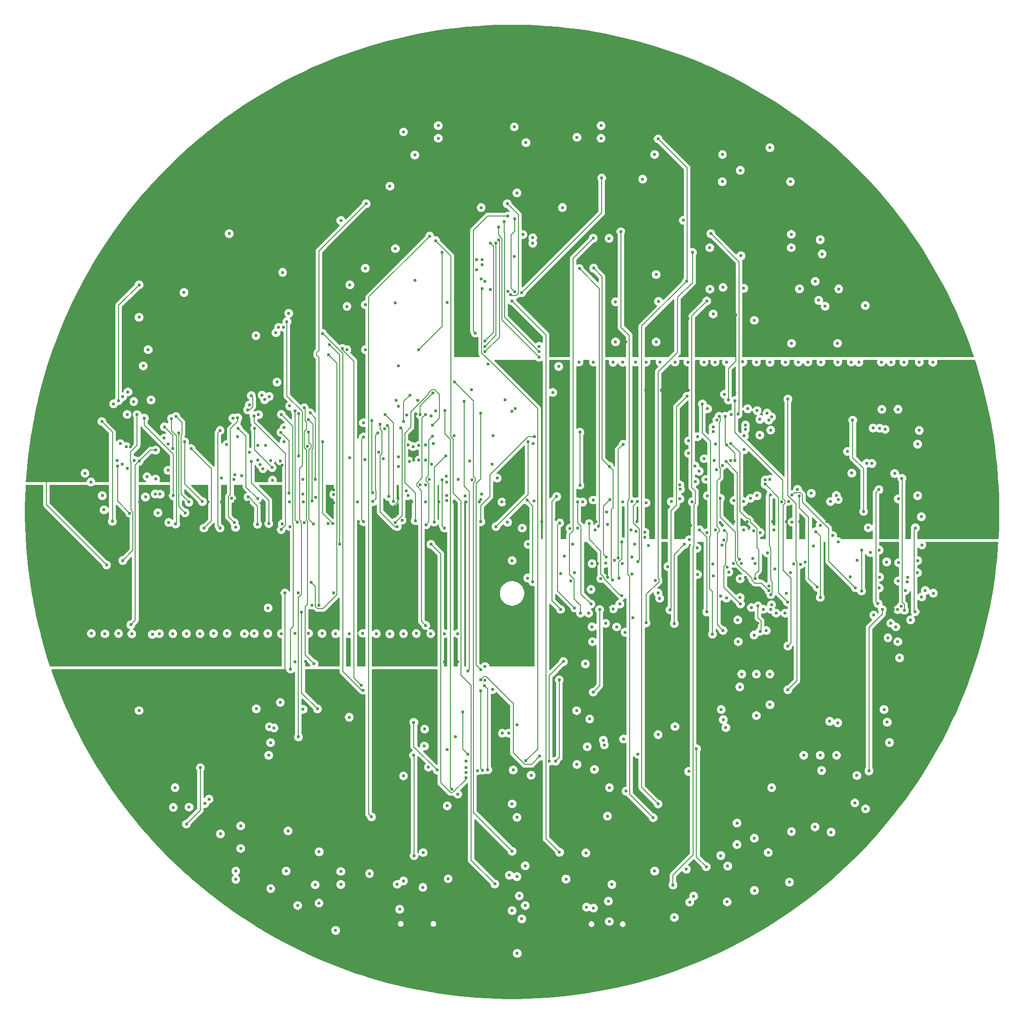
<source format=gbr>
%TF.GenerationSoftware,KiCad,Pcbnew,9.0.0*%
%TF.CreationDate,2025-04-03T19:14:32+05:30*%
%TF.ProjectId,12i(overall),31326928-6f76-4657-9261-6c6c292e6b69,rev?*%
%TF.SameCoordinates,Original*%
%TF.FileFunction,Copper,L3,Inr*%
%TF.FilePolarity,Positive*%
%FSLAX46Y46*%
G04 Gerber Fmt 4.6, Leading zero omitted, Abs format (unit mm)*
G04 Created by KiCad (PCBNEW 9.0.0) date 2025-04-03 19:14:32*
%MOMM*%
%LPD*%
G01*
G04 APERTURE LIST*
%TA.AperFunction,ViaPad*%
%ADD10C,0.600000*%
%TD*%
%TA.AperFunction,Conductor*%
%ADD11C,0.200000*%
%TD*%
G04 APERTURE END LIST*
D10*
%TO.N,+5V*%
X490853000Y-251815000D03*
X413801000Y-247330000D03*
X431500000Y-248178000D03*
X391500000Y-248181000D03*
X497500000Y-227580000D03*
X399000000Y-248004000D03*
X475550000Y-252738000D03*
X429623000Y-277604000D03*
X485000000Y-227560000D03*
X465500000Y-251812000D03*
X461895430Y-286604604D03*
X417161000Y-245982000D03*
X426500000Y-248190000D03*
X480876000Y-227548000D03*
X503000000Y-251833000D03*
X470000000Y-227605000D03*
X396500000Y-248183000D03*
X437500000Y-277599000D03*
X525000000Y-227559000D03*
X493328000Y-251803000D03*
X414680000Y-277563000D03*
X395000000Y-277565000D03*
X450500000Y-251802000D03*
X406902000Y-248188000D03*
X498000000Y-251813000D03*
X439284000Y-248196000D03*
X386500000Y-248197000D03*
X510500000Y-251818000D03*
X477500000Y-227558000D03*
X495000000Y-227566000D03*
X467455000Y-250003000D03*
X375952000Y-277605000D03*
X387500000Y-277569000D03*
X407274000Y-277585000D03*
X382206000Y-277604000D03*
X518000000Y-251825000D03*
X508000000Y-251819000D03*
X500539000Y-251807000D03*
X440000000Y-277582000D03*
X434106000Y-277563000D03*
X429000000Y-247500000D03*
X412001000Y-277563000D03*
X473000000Y-251816000D03*
X427227000Y-277604000D03*
X441500000Y-248197000D03*
X432704000Y-277563000D03*
X411502000Y-248198000D03*
X463500000Y-278000000D03*
X513000000Y-251833000D03*
X410500000Y-322500000D03*
X402500000Y-277587000D03*
X500233000Y-227582000D03*
X482926000Y-252471000D03*
X444000000Y-248192000D03*
X390000000Y-277605000D03*
X421500000Y-248186000D03*
X462500000Y-227584000D03*
X404000000Y-248195000D03*
X394000000Y-248176000D03*
X510000000Y-227566000D03*
X522500000Y-227551000D03*
X420000000Y-277586000D03*
X507500000Y-227565000D03*
X421732000Y-251812000D03*
X422500000Y-277570000D03*
X482500000Y-227574000D03*
X460500000Y-251820000D03*
X512500000Y-227591000D03*
X487288000Y-227572000D03*
X470500000Y-251823000D03*
X495703000Y-251804000D03*
X417266000Y-277604000D03*
X485500000Y-251803000D03*
X401500000Y-248190000D03*
X417136000Y-248348000D03*
X505208000Y-227567000D03*
X410000000Y-277589000D03*
X396966000Y-277563000D03*
X449000000Y-248166000D03*
X503221000Y-227582000D03*
X389405000Y-248197000D03*
X381432000Y-248185000D03*
X372500000Y-277596000D03*
X460000000Y-227589000D03*
X405000000Y-277578000D03*
X478000000Y-251821000D03*
X384000000Y-248164000D03*
X392786000Y-277604000D03*
X526432000Y-227562000D03*
X455500000Y-251808000D03*
X425443000Y-277563000D03*
X467500000Y-227596000D03*
X465000000Y-227533000D03*
X399682000Y-277604000D03*
X436500000Y-248188000D03*
X480500000Y-251825000D03*
X380350000Y-277604000D03*
X505500000Y-251813000D03*
X515000000Y-227594000D03*
X518378000Y-227582000D03*
X515500000Y-251837000D03*
X472500000Y-227562000D03*
X375000000Y-277608000D03*
X491029000Y-227994000D03*
X463256000Y-251803000D03*
X458137000Y-251363000D03*
X434052000Y-248186000D03*
X453000000Y-251828000D03*
X446500000Y-248175000D03*
X474642000Y-227548000D03*
X385000000Y-277592000D03*
X488370000Y-251990000D03*
X409000000Y-248188000D03*
%TO.N,GND*%
X428825000Y-318596000D03*
X502946000Y-208910000D03*
X399100000Y-317681000D03*
X468381000Y-318635000D03*
X488450000Y-313309000D03*
X415000000Y-272382000D03*
X463729000Y-322814000D03*
X412502000Y-272377000D03*
X517633000Y-257014000D03*
X377500000Y-272399000D03*
X422977000Y-220116000D03*
X515076000Y-211972000D03*
X380380000Y-240517000D03*
X471020000Y-301453000D03*
X405539000Y-319376000D03*
X492250000Y-259539000D03*
X432785000Y-240464000D03*
X407500000Y-272440000D03*
X500321000Y-222409000D03*
X383500000Y-229382000D03*
X492763000Y-238545000D03*
X522183000Y-222389000D03*
X446395000Y-282722000D03*
X429084000Y-239891000D03*
X377215000Y-240523000D03*
X495000000Y-287521000D03*
X463602000Y-312830000D03*
X506473000Y-211028000D03*
X492500000Y-222372000D03*
X389550000Y-209585000D03*
X467250000Y-270535000D03*
X518035000Y-222409000D03*
X387589000Y-304433000D03*
X519794000Y-222409000D03*
X525000000Y-222426000D03*
X397500000Y-272397000D03*
X402500000Y-272393000D03*
X467250000Y-259449000D03*
X408729000Y-308772000D03*
X463845000Y-293249000D03*
X472248000Y-269500000D03*
X489612000Y-321825000D03*
X380299000Y-229657000D03*
X474692000Y-222385000D03*
X469050000Y-211298000D03*
X445570000Y-222730000D03*
X392500000Y-272429000D03*
X430000000Y-298624000D03*
X395000000Y-272395000D03*
X405287000Y-289586000D03*
X485351000Y-222409000D03*
X397880000Y-198728000D03*
X420000000Y-272454000D03*
X402818000Y-217527000D03*
X450402000Y-179072000D03*
X522858000Y-262018000D03*
X400684000Y-272423000D03*
X470285000Y-259503000D03*
X382750000Y-243500000D03*
X501473000Y-218955000D03*
X417500000Y-272417000D03*
X413116000Y-267205000D03*
X399100000Y-316178000D03*
X401613000Y-239000000D03*
X494643000Y-319743000D03*
X461957000Y-181000000D03*
X450434000Y-202948000D03*
X519520000Y-292481000D03*
X493394000Y-231010000D03*
X497634000Y-267964000D03*
X458596000Y-223194000D03*
X495000000Y-222416000D03*
X494083000Y-267621000D03*
X501100000Y-318202000D03*
X513144000Y-303603000D03*
X450875000Y-289245000D03*
X452561000Y-181981000D03*
X476972000Y-211210000D03*
X518520000Y-286397000D03*
X468611000Y-222429000D03*
X466398000Y-181174000D03*
X408851000Y-213412000D03*
X490391000Y-232048000D03*
X482379000Y-222420000D03*
X512500000Y-222417000D03*
X508774000Y-308990000D03*
X379950000Y-272466000D03*
X508520000Y-288580000D03*
X429106000Y-230529000D03*
X497500000Y-222433000D03*
X464106000Y-268653000D03*
X390498000Y-304384000D03*
X405250000Y-228745000D03*
X407285000Y-240598000D03*
X420000000Y-287824000D03*
X507121000Y-202481000D03*
X405045000Y-267685000D03*
X482090000Y-315821000D03*
X396275000Y-309318000D03*
X483450000Y-320770000D03*
X437500000Y-272429000D03*
X375000000Y-272459000D03*
X488902000Y-288263000D03*
X411494000Y-286358000D03*
X486418000Y-201329000D03*
X497500000Y-182894000D03*
X414427000Y-322063000D03*
X509946000Y-218947000D03*
X476244000Y-184154000D03*
X430000000Y-180000000D03*
X459272000Y-193930000D03*
X432583000Y-229476000D03*
X450900000Y-306268000D03*
X435919000Y-231362000D03*
X465000000Y-222392000D03*
X501279000Y-189178000D03*
X450900000Y-191227000D03*
X494634000Y-214715000D03*
X472783000Y-222389000D03*
X427500000Y-272466000D03*
X482731000Y-321898000D03*
X450950000Y-331323000D03*
X488721000Y-189178000D03*
X488756000Y-184154000D03*
X497486000Y-279880000D03*
X418450000Y-316231000D03*
X390000000Y-272431000D03*
X490250000Y-240499000D03*
X527500000Y-222423000D03*
X422959000Y-211834000D03*
X393400000Y-303713000D03*
X466398000Y-178828000D03*
X372500000Y-272404000D03*
X502717000Y-222409000D03*
X487031000Y-213536000D03*
X481550000Y-196271000D03*
X433602000Y-312759000D03*
X400000000Y-307836000D03*
X464752000Y-259524000D03*
X474050000Y-188693000D03*
X516612000Y-269020000D03*
X513893000Y-222445000D03*
X414462000Y-312600000D03*
X488520000Y-286393000D03*
X506910000Y-222409000D03*
X430000000Y-272417000D03*
X519750000Y-270498000D03*
X408376000Y-316157000D03*
X487368000Y-222409000D03*
X422962000Y-205132000D03*
X433845000Y-293141000D03*
X418450000Y-196306000D03*
X513520000Y-298560000D03*
X521096000Y-231103000D03*
X497519000Y-285515000D03*
X435000000Y-272433000D03*
X385000000Y-272438000D03*
X476550000Y-218682000D03*
X444302000Y-193931000D03*
X480000000Y-222378000D03*
X498391000Y-260503000D03*
X429300000Y-323200000D03*
X486446000Y-208961000D03*
X489498000Y-222389000D03*
X470374000Y-222429000D03*
X510000000Y-222393000D03*
X407729000Y-205869000D03*
X405500000Y-240500000D03*
X417500000Y-327102000D03*
X436398000Y-181178000D03*
X510173000Y-208916000D03*
X383736000Y-272574000D03*
X413731000Y-318687000D03*
X422500000Y-272373000D03*
X477272000Y-222389000D03*
X504475000Y-222409000D03*
X492684000Y-208803000D03*
X505791000Y-308022000D03*
X425000000Y-272432000D03*
X469050000Y-218684000D03*
X467858000Y-199604000D03*
X438214000Y-317584000D03*
X494750000Y-259506000D03*
X452426000Y-322500000D03*
X410000000Y-272403000D03*
X435192000Y-241174000D03*
X401595000Y-230311000D03*
X436398000Y-178828000D03*
X501418000Y-201329000D03*
X439998000Y-272424000D03*
X517715000Y-262013000D03*
X432363000Y-272404000D03*
X491566000Y-269909000D03*
X487250000Y-240549000D03*
X387500000Y-272418000D03*
X507027000Y-297639000D03*
X523418000Y-269893000D03*
X459931000Y-317654000D03*
X405000000Y-272389000D03*
X376581000Y-230106000D03*
X494622000Y-310120000D03*
X452417000Y-315190000D03*
X450209000Y-297549000D03*
X409000000Y-230500000D03*
X462308000Y-222409000D03*
X480000000Y-289549000D03*
X418450000Y-318639000D03*
X525000000Y-234989000D03*
X476550000Y-206262000D03*
X486000000Y-231000000D03*
%TO.N,Net-(D30-A)*%
X476269000Y-316160000D03*
X423735000Y-316629000D03*
%TO.N,/U_unreg*%
X434596000Y-297017000D03*
X476897000Y-181270000D03*
X461957000Y-296525000D03*
X482148000Y-207498000D03*
X476897000Y-303788000D03*
X505850000Y-207536000D03*
X491431000Y-307309000D03*
%TO.N,/boot_BC1*%
X438052000Y-304149000D03*
X491431000Y-311281000D03*
%TO.N,/SW_BC1*%
X431851000Y-294821000D03*
X489728000Y-315248000D03*
X405168000Y-294821000D03*
X431942000Y-313343000D03*
%TO.N,/SW_BC2*%
X482540000Y-297810000D03*
X465173000Y-297443000D03*
%TO.N,/boot_BC2*%
X467000000Y-292943000D03*
X483973000Y-293626000D03*
X485777000Y-315369000D03*
%TO.N,+3.3V*%
X401998000Y-315172000D03*
X483450000Y-315754000D03*
X503527000Y-211092000D03*
X491050000Y-240500000D03*
X467550000Y-262008000D03*
X384606000Y-300472000D03*
X455730000Y-193904000D03*
X486550000Y-320736000D03*
X470950000Y-198733000D03*
X470950000Y-211252000D03*
X493016000Y-262009000D03*
X379350000Y-229500000D03*
X434299000Y-287743000D03*
X520250000Y-262031000D03*
X416550000Y-316212000D03*
X505912000Y-217190000D03*
X470950000Y-218712000D03*
X465748000Y-259539000D03*
X405579000Y-309740000D03*
X489847000Y-229394000D03*
X518750000Y-262000000D03*
X381750000Y-237964000D03*
X432250000Y-232022000D03*
X500000000Y-311886000D03*
X501258000Y-190744000D03*
X477107000Y-190205000D03*
X488759000Y-186157000D03*
X497432000Y-217291000D03*
X497991000Y-318257000D03*
X408150000Y-264939000D03*
X426141000Y-292249000D03*
X483450000Y-196271000D03*
X389919000Y-297651000D03*
X375302000Y-259774000D03*
X497725000Y-187127000D03*
X431898000Y-240466000D03*
X440760000Y-193904000D03*
X479618000Y-205175000D03*
X491186000Y-213694000D03*
X411859000Y-289560000D03*
X402000000Y-318727000D03*
X489532000Y-237622000D03*
X416247000Y-324201000D03*
X488742000Y-190744000D03*
X467750000Y-267992000D03*
X379750000Y-237983000D03*
X434077000Y-237622000D03*
X410631000Y-264939000D03*
X416550000Y-318680000D03*
X482410000Y-214402000D03*
X406207000Y-313774000D03*
X498480000Y-208134000D03*
X495640000Y-262013000D03*
X404750000Y-232029000D03*
X479611000Y-211780000D03*
X449125000Y-289254000D03*
X489243000Y-232378000D03*
X479608000Y-220116000D03*
X420000000Y-292086000D03*
X447414000Y-181951000D03*
X407654000Y-241400000D03*
X495250000Y-270476000D03*
X434045000Y-240477000D03*
X435000000Y-189617000D03*
X416825000Y-300224000D03*
X417135000Y-264939000D03*
X405768000Y-213659000D03*
X387400000Y-289405000D03*
X477500000Y-187694000D03*
X520250000Y-267989000D03*
X453605000Y-217295000D03*
X465000000Y-190405000D03*
X380379000Y-285295000D03*
%TO.N,/FB_BC1*%
X436199000Y-297558000D03*
X431899000Y-288771000D03*
X387920000Y-300798000D03*
X497814000Y-300798000D03*
%TO.N,/FB_BC2*%
X407299000Y-285099000D03*
X381278000Y-286593000D03*
X467933000Y-300800000D03*
X501461000Y-308884000D03*
X464292000Y-288152000D03*
%TO.N,/VDD_SPI*%
X400000000Y-312000000D03*
X453500000Y-298500000D03*
%TO.N,Net-(C55-Pad1)*%
X470536000Y-291835000D03*
X506778000Y-294821000D03*
%TO.N,Net-(U10-LNA_IN)*%
X503732000Y-294821000D03*
X473148000Y-294622000D03*
%TO.N,Net-(J1-VBUS)*%
X485862000Y-211152000D03*
X507665000Y-212122000D03*
X479646000Y-318727000D03*
X449510000Y-316936000D03*
X429991000Y-317976000D03*
%TO.N,+1V1*%
X450500000Y-209500000D03*
X488850000Y-208628000D03*
X450519000Y-196000000D03*
X432076000Y-207366000D03*
%TO.N,/VBUS*%
X479885000Y-324703000D03*
X465000000Y-322970000D03*
X450000000Y-323456000D03*
%TO.N,/EN*%
X467575000Y-306034000D03*
X450003000Y-303786000D03*
X394146000Y-302918000D03*
X440000000Y-302000000D03*
%TO.N,LED_G20*%
X500914000Y-248054000D03*
X525392000Y-250895000D03*
%TO.N,LED_B20*%
X501565000Y-251877000D03*
X527593000Y-264966000D03*
%TO.N,LED_R20*%
X524243000Y-268392000D03*
X524278000Y-252943000D03*
X499658000Y-248156000D03*
%TO.N,LED_B10*%
X476894000Y-264939000D03*
X489482000Y-265880000D03*
%TO.N,LED_G10*%
X477192000Y-265929000D03*
X492008000Y-265754000D03*
%TO.N,LED_R10*%
X488392000Y-265528000D03*
X476432000Y-262606000D03*
%TO.N,LED_R21*%
X503135000Y-259671000D03*
X522781000Y-262882000D03*
%TO.N,LED_B21*%
X503975000Y-259258000D03*
X526123000Y-264472000D03*
%TO.N,LED_G21*%
X521679000Y-267378000D03*
X502592000Y-245843000D03*
%TO.N,LED_G01*%
X454023000Y-247962000D03*
X460650000Y-253028000D03*
%TO.N,LED_B01*%
X452983000Y-255984000D03*
X459593000Y-258166000D03*
%TO.N,LED_R01*%
X460783000Y-262731000D03*
X452865000Y-262180000D03*
%TO.N,LED_R11*%
X489118000Y-253398000D03*
X492072000Y-266958000D03*
X479332000Y-248092000D03*
%TO.N,LED_R22*%
X505126000Y-246586000D03*
X524707000Y-247010000D03*
%TO.N,LED_G22*%
X525504000Y-256090000D03*
X506752000Y-252476000D03*
%TO.N,LED_B22*%
X525460000Y-265658000D03*
X505962000Y-253628000D03*
X506778000Y-265735000D03*
%TO.N,LED_G02*%
X462064000Y-248124000D03*
X464518000Y-266973000D03*
%TO.N,LED_R12*%
X480924000Y-247590000D03*
X496600000Y-244896000D03*
X500744000Y-266615000D03*
%TO.N,LED_G12*%
X497790000Y-267094000D03*
X484155000Y-261527000D03*
%TO.N,LED_B12*%
X479885000Y-270584000D03*
X481765000Y-255975000D03*
X498629000Y-268653000D03*
%TO.N,LED_B23*%
X509057000Y-254343000D03*
X524707000Y-258963000D03*
%TO.N,LED_G23*%
X510089000Y-255511000D03*
X524677000Y-261198000D03*
%TO.N,LED_R23*%
X521146000Y-247605000D03*
X508650000Y-248084000D03*
%TO.N,LED_G03*%
X458926000Y-267970000D03*
X458217000Y-247178000D03*
%TO.N,LED_B03*%
X458753000Y-252030000D03*
X461504000Y-267678000D03*
%TO.N,LED_G13*%
X501312000Y-261228000D03*
X484080000Y-256662000D03*
%TO.N,LED_R13*%
X497571000Y-246902000D03*
X483168000Y-248131000D03*
X497652000Y-265238000D03*
%TO.N,LED_B13*%
X484508000Y-253293000D03*
X496254000Y-267933000D03*
X485860000Y-268433000D03*
%TO.N,LED_R24*%
X495125000Y-247008000D03*
X510088000Y-247731000D03*
%TO.N,LED_G24*%
X509724000Y-246961000D03*
X496633000Y-244097000D03*
%TO.N,LED_R04*%
X469839000Y-266965000D03*
X458976000Y-261369000D03*
%TO.N,LED_G04*%
X462097000Y-252987000D03*
X475086000Y-256207000D03*
%TO.N,LED_B14*%
X487105000Y-261817000D03*
X500488000Y-264994000D03*
%TO.N,LED_R14*%
X498267000Y-253297000D03*
X485986000Y-247040000D03*
%TO.N,LED_G14*%
X497330000Y-264500000D03*
X488356000Y-247484000D03*
%TO.N,LED_G25*%
X495643000Y-235851000D03*
X511780000Y-238855000D03*
%TO.N,LED_R25*%
X512585000Y-242847000D03*
X492774000Y-235998000D03*
%TO.N,LED_G05*%
X474485000Y-254646000D03*
X464925000Y-247814000D03*
%TO.N,LED_B05*%
X470213000Y-265406000D03*
X464166000Y-252177000D03*
%TO.N,LED_R05*%
X463000000Y-248191000D03*
X472832000Y-253602000D03*
%TO.N,LED_R15*%
X488988000Y-255146000D03*
X497015000Y-257554000D03*
%TO.N,LED_G26*%
X497639000Y-234922000D03*
X516288000Y-241084000D03*
%TO.N,LED_B26*%
X514750000Y-249929000D03*
X512754000Y-233084000D03*
X497281000Y-233118000D03*
%TO.N,LED_R26*%
X515324000Y-241034000D03*
X492990000Y-234794000D03*
%TO.N,LED_B06*%
X471906000Y-253294000D03*
X467565000Y-252344000D03*
%TO.N,LED_R06*%
X472570000Y-255975000D03*
X465271000Y-253296000D03*
%TO.N,LED_G16*%
X516000000Y-257500000D03*
X492657000Y-248111000D03*
%TO.N,LED_B16*%
X513553000Y-258872000D03*
X492677000Y-253326000D03*
%TO.N,LED_R16*%
X490868000Y-247912000D03*
X515624000Y-252915000D03*
%TO.N,LED_R27*%
X492990000Y-233993000D03*
X516514000Y-234555000D03*
%TO.N,LED_G27*%
X517684000Y-234592000D03*
X495638000Y-232957000D03*
%TO.N,LED_B27*%
X497813000Y-232505000D03*
X518731000Y-234788000D03*
%TO.N,LED_R07*%
X467996000Y-247759000D03*
X472082000Y-261442000D03*
X467314000Y-258308000D03*
%TO.N,LED_B17*%
X514372000Y-264570000D03*
X514446000Y-257077000D03*
X494503000Y-253452000D03*
%TO.N,LED_R17*%
X493910000Y-247508000D03*
X502887000Y-247094000D03*
X517635000Y-264005000D03*
X506193000Y-263856000D03*
%TO.N,LED_G17*%
X505499000Y-256279000D03*
X495708000Y-253803000D03*
%TO.N,LED_G08*%
X472055000Y-248045000D03*
X487521000Y-253329000D03*
%TO.N,LED_R08*%
X488706000Y-256111000D03*
X470390000Y-248178000D03*
%TO.N,LED_B08*%
X492014000Y-262314000D03*
X472119000Y-258310000D03*
%TO.N,LED_G18*%
X517568000Y-245886000D03*
X497500000Y-244000000D03*
X517409000Y-266880000D03*
%TO.N,LED_R18*%
X513232000Y-263988000D03*
X501561000Y-246904000D03*
%TO.N,LED_G09*%
X485855000Y-253859000D03*
X474691000Y-248325000D03*
%TO.N,LED_B09*%
X474481000Y-253748000D03*
X482648000Y-255138000D03*
%TO.N,LED_R09*%
X487000000Y-259582000D03*
X473146000Y-259149000D03*
X473097000Y-248113000D03*
%TO.N,LED_R19*%
X501869000Y-259623000D03*
X512325000Y-261967000D03*
%TO.N,Net-(D29-A)*%
X470038000Y-198370000D03*
X475985000Y-306331000D03*
%TO.N,Net-(D31-A)*%
X424090000Y-306182000D03*
X434818000Y-199199000D03*
%TO.N,LED_B40*%
X411488000Y-244023000D03*
X417137000Y-246782000D03*
%TO.N,LED_G40*%
X407987000Y-237034000D03*
X416938000Y-252104000D03*
X415074000Y-237034000D03*
%TO.N,LED_B52*%
X382261000Y-232716000D03*
X387574000Y-247010000D03*
%TO.N,LED_R52*%
X376368000Y-251746000D03*
X374426000Y-233339000D03*
X386756000Y-251944000D03*
%TO.N,LED_G52*%
X371324000Y-242892000D03*
X384324000Y-243964000D03*
%TO.N,LED_R29*%
X485694000Y-244010000D03*
X447257000Y-243778000D03*
%TO.N,LED_B29*%
X482492000Y-239192000D03*
X446379000Y-241233000D03*
%TO.N,LED_G29*%
X453873000Y-237407000D03*
X482499000Y-236910000D03*
%TO.N,LED_R53*%
X384750000Y-250173000D03*
X374838000Y-249616000D03*
%TO.N,LED_B53*%
X372418000Y-244487000D03*
X384266000Y-246690000D03*
%TO.N,LED_R41*%
X416085000Y-252102000D03*
X411488000Y-246707000D03*
%TO.N,LED_G41*%
X407991000Y-234469000D03*
X412338000Y-237905000D03*
%TO.N,LED_G30*%
X487030000Y-235231000D03*
X462506000Y-235318000D03*
X444393000Y-246713000D03*
X462506000Y-245090000D03*
%TO.N,LED_R30*%
X454092000Y-236156000D03*
X484164000Y-236142000D03*
X444242000Y-251806000D03*
%TO.N,LED_B30*%
X483711000Y-241520000D03*
X442648000Y-244103000D03*
%TO.N,LED_B54*%
X374505000Y-247010000D03*
X382462000Y-247262000D03*
%TO.N,LED_R42*%
X413365000Y-252222000D03*
X412445000Y-235318000D03*
%TO.N,LED_B42*%
X413143000Y-248001000D03*
X412446000Y-232966000D03*
%TO.N,LED_G42*%
X413775000Y-244022000D03*
X412771000Y-231744000D03*
%TO.N,LED_G55*%
X377351000Y-241546000D03*
X379570000Y-250236000D03*
%TO.N,LED_R31*%
X442208000Y-240655000D03*
X485377000Y-240194000D03*
%TO.N,LED_G31*%
X440079000Y-244022000D03*
X484456000Y-242522000D03*
%TO.N,LED_B31*%
X441368000Y-247087000D03*
X483750000Y-244432000D03*
%TO.N,LED_R43*%
X408949000Y-246575000D03*
X411685000Y-251960000D03*
X407421000Y-235334000D03*
%TO.N,LED_G43*%
X410434000Y-251890000D03*
X410039000Y-231393000D03*
%TO.N,LED_B43*%
X410686000Y-231934000D03*
X410708000Y-239703000D03*
%TO.N,LED_R32*%
X434741000Y-244016000D03*
X437149000Y-244089000D03*
X437550000Y-252986000D03*
%TO.N,LED_B32*%
X438000000Y-247906000D03*
X434065000Y-245047000D03*
%TO.N,LED_G32*%
X439355000Y-235925000D03*
X435471000Y-237370000D03*
%TO.N,LED_B44*%
X407471000Y-253258000D03*
X402447000Y-232286000D03*
%TO.N,LED_R44*%
X398343000Y-247507000D03*
X409077000Y-252708000D03*
%TO.N,LED_G44*%
X407652000Y-252208000D03*
X399460000Y-232651000D03*
X398834000Y-251971000D03*
%TO.N,LED_G33*%
X435670000Y-251844000D03*
X437748000Y-239720000D03*
%TO.N,LED_B45*%
X398720000Y-244022000D03*
X405863000Y-244147000D03*
%TO.N,LED_G45*%
X402579000Y-234632000D03*
X405792000Y-241836000D03*
%TO.N,LED_B46*%
X403119000Y-247540000D03*
X399530000Y-234590000D03*
%TO.N,LED_R46*%
X401982000Y-240665000D03*
X405183000Y-252142000D03*
X399424000Y-236131000D03*
%TO.N,LED_G34*%
X435307000Y-234009000D03*
X432159000Y-251627000D03*
%TO.N,LED_R34*%
X434173000Y-252349000D03*
X435357000Y-236085000D03*
%TO.N,LED_B34*%
X437855000Y-243427000D03*
X433024000Y-244982000D03*
%TO.N,LED_B47*%
X400173000Y-243288000D03*
X398952000Y-243191000D03*
%TO.N,LED_R47*%
X403092000Y-252268000D03*
X401351000Y-247266000D03*
%TO.N,LED_B35*%
X430807000Y-247010000D03*
X437980000Y-247009000D03*
%TO.N,LED_G35*%
X430491000Y-246164000D03*
X437963000Y-244541000D03*
%TO.N,LED_R48*%
X386617000Y-242331000D03*
X396462000Y-243756000D03*
%TO.N,LED_B48*%
X397411000Y-237571000D03*
X386653000Y-237460000D03*
%TO.N,LED_G48*%
X399060000Y-252840000D03*
X385164000Y-246734000D03*
%TO.N,LED_G36*%
X424190000Y-233172000D03*
X424289000Y-246474000D03*
X429740000Y-251527000D03*
%TO.N,LED_B36*%
X426622000Y-232069000D03*
X428147000Y-248104000D03*
%TO.N,LED_R36*%
X428832000Y-252730000D03*
X425668000Y-233867000D03*
%TO.N,LED_R49*%
X396219000Y-252986000D03*
X396219000Y-234994000D03*
X385899000Y-236412000D03*
%TO.N,LED_G37*%
X428463000Y-251929000D03*
X429509000Y-234488000D03*
%TO.N,LED_R37*%
X427033000Y-234130000D03*
X427252000Y-247167000D03*
%TO.N,LED_G38*%
X422596000Y-236208000D03*
X422596000Y-251807000D03*
%TO.N,LED_B38*%
X425259000Y-235444000D03*
X424353000Y-248109000D03*
%TO.N,LED_R38*%
X422917000Y-240354000D03*
X426311000Y-240165000D03*
%TO.N,LED_G50*%
X385961000Y-234325000D03*
X387487000Y-238371000D03*
%TO.N,LED_B50*%
X389681000Y-237071000D03*
X392951000Y-248104000D03*
%TO.N,LED_R50*%
X393230000Y-252986000D03*
X390854000Y-238328000D03*
%TO.N,LED_G39*%
X420123000Y-240053000D03*
X425413000Y-239034000D03*
%TO.N,LED_R51*%
X388571000Y-235486000D03*
X389750000Y-250162000D03*
%TO.N,LED_B51*%
X388085000Y-232407000D03*
X390453000Y-248198000D03*
%TO.N,LED_G51*%
X388028000Y-252231000D03*
X387254000Y-232802000D03*
%TO.N,LED_G00*%
X452735000Y-247847000D03*
X453826000Y-262863000D03*
X464538000Y-264280000D03*
%TO.N,LED_R00*%
X450004000Y-258963000D03*
X461513000Y-261170000D03*
%TO.N,LED_B00*%
X451866000Y-252986000D03*
X461178000Y-255975000D03*
%TO.N,LED_B28*%
X448129000Y-248171000D03*
X480899000Y-245032000D03*
%TO.N,LED_R28*%
X449148000Y-251907000D03*
X481004000Y-245825000D03*
%TO.N,LED_G28*%
X447016000Y-252714000D03*
X487030000Y-234391000D03*
X452959000Y-237023000D03*
%TO.N,PWM1_A*%
X479088000Y-268028000D03*
X489114000Y-228337000D03*
X428604000Y-229409000D03*
X495286000Y-267310000D03*
X468629000Y-267880000D03*
X379084000Y-232043000D03*
X404418000Y-229316000D03*
X482222000Y-228708000D03*
X457500000Y-228000000D03*
X495662000Y-272027000D03*
X520687000Y-271183000D03*
%TO.N,SD3*%
X487696000Y-242230000D03*
X521818000Y-243807000D03*
X522279000Y-268104000D03*
%TO.N,Net-(IC1-REXTR)*%
X486610000Y-198727000D03*
X491635000Y-232016000D03*
%TO.N,TF*%
X404598000Y-237729000D03*
X432762000Y-237783000D03*
X379779000Y-270794000D03*
X494746000Y-262289000D03*
X426490000Y-234724000D03*
X381318000Y-240657000D03*
X384338000Y-238628000D03*
X519018000Y-259206000D03*
X466321000Y-262276000D03*
X450000000Y-231500000D03*
X490299000Y-237395000D03*
%TO.N,LE*%
X443500000Y-205398000D03*
X469575000Y-258473000D03*
X403160000Y-240467000D03*
X470461000Y-237555000D03*
X487523000Y-237523000D03*
X489931000Y-261082000D03*
X446500000Y-236000000D03*
X430844000Y-237618000D03*
X378925000Y-237977000D03*
X497332000Y-263653000D03*
X521223000Y-259349000D03*
%TO.N,EF*%
X519241000Y-273188000D03*
X435454000Y-228097000D03*
X442500000Y-227500000D03*
X491028000Y-229513000D03*
X464800000Y-273904000D03*
X380932000Y-232080000D03*
X378290000Y-258963000D03*
X500802000Y-274701000D03*
X433060000Y-232092000D03*
X491671000Y-273904000D03*
X403287000Y-232081000D03*
%TO.N,DM*%
X446000000Y-209000000D03*
X404094000Y-242035000D03*
X494371000Y-258529000D03*
X520494000Y-242924000D03*
X468880000Y-258938000D03*
X489402000Y-240744000D03*
X379145000Y-241935000D03*
X491882000Y-258755000D03*
X431758000Y-237964000D03*
%TO.N,/SD4*%
X429108000Y-241624000D03*
X487714000Y-233104000D03*
%TO.N,PWM0_B*%
X379239000Y-227911000D03*
X431162000Y-228489000D03*
X470812000Y-272178000D03*
X450566000Y-230934000D03*
X486928000Y-272524000D03*
X430038000Y-233314000D03*
X521056000Y-273904000D03*
X494578000Y-272672000D03*
X485059000Y-230116000D03*
X403961000Y-228488000D03*
%TO.N,Net-(IC1-REXTB)*%
X518121000Y-231105000D03*
X495124000Y-231345000D03*
%TO.N,RP_SPI0_SCK*%
X444500000Y-203500000D03*
X521112000Y-262725000D03*
X467933000Y-241623000D03*
X468548000Y-262549000D03*
X378207000Y-241240000D03*
X488750000Y-241459000D03*
X465018000Y-205102000D03*
X403613000Y-241279000D03*
X490777000Y-259488000D03*
X431091000Y-240667000D03*
%TO.N,PWM0_A*%
X488139000Y-232381000D03*
X496825000Y-271853000D03*
X521050000Y-267999000D03*
X401278000Y-231185000D03*
X469271000Y-271184000D03*
X430613000Y-232187000D03*
X488850000Y-271845000D03*
X378256000Y-228782000D03*
X448674000Y-229326000D03*
X401946000Y-228584000D03*
%TO.N,Net-(IC1-REXTG)*%
X524707000Y-237523000D03*
X496961000Y-231798000D03*
%TO.N,Net-(IC2-REXTR)*%
X434077000Y-270917000D03*
X434074000Y-232035000D03*
X521381000Y-276892000D03*
%TO.N,Net-(IC2-REXTB)*%
X495000000Y-279880000D03*
X444242000Y-279083000D03*
X444242000Y-231824000D03*
X435072000Y-232330000D03*
%TO.N,SD5*%
X422596000Y-233585000D03*
X403184000Y-237751000D03*
%TO.N,Net-(IC2-REXTG)*%
X515122000Y-304708000D03*
X437627000Y-231345000D03*
X438849000Y-301057000D03*
%TO.N,/SD6*%
X377830000Y-237421000D03*
X398576000Y-232734000D03*
%TO.N,Net-(IC3-REXTB)*%
X409214000Y-278961000D03*
X491952000Y-282242000D03*
X407489000Y-232044000D03*
%TO.N,Net-(IC3-REXTG)*%
X413517000Y-277954000D03*
X492308000Y-279880000D03*
X411718000Y-230830000D03*
%TO.N,Net-(IC3-REXTR)*%
X500802000Y-229228000D03*
X500802000Y-282755000D03*
X406692000Y-226093000D03*
%TO.N,RP_SPI0_MIS0*%
X377500000Y-229500000D03*
X443500000Y-203500000D03*
X381278000Y-208164000D03*
%TO.N,Net-(IC4-REXTG)*%
X382061000Y-223104000D03*
X419582000Y-220116000D03*
%TO.N,Net-(IC4-REXTB)*%
X419582000Y-212140000D03*
X382963000Y-220116000D03*
%TO.N,Net-(IC4-REXTR)*%
X381278000Y-214140000D03*
X420123000Y-208164000D03*
%TO.N,/SD1*%
X478690000Y-260068000D03*
X489599000Y-260221000D03*
%TO.N,Net-(IC5-REXTG)*%
X483233000Y-202187000D03*
X474691000Y-270449000D03*
X506778000Y-199849000D03*
X464732000Y-271167000D03*
%TO.N,RP_SPI0_M0SI*%
X469723000Y-262223000D03*
X444500000Y-204500000D03*
X470238000Y-255486000D03*
X462401000Y-205175000D03*
X465939000Y-252620000D03*
%TO.N,Net-(IC5-REXTR)*%
X466121000Y-267975000D03*
X464945000Y-283209000D03*
X510000000Y-288845000D03*
%TO.N,Net-(IC5-REXTB)*%
X462603000Y-268653000D03*
X501434000Y-198873000D03*
X464945000Y-199582000D03*
%TO.N,Net-(IC6-REXTR)*%
X518193000Y-267984000D03*
X515743000Y-297725000D03*
%TO.N,/SD2*%
X500306000Y-268653000D03*
X522453000Y-264500000D03*
%TO.N,Net-(IC6-REXTG)*%
X519109000Y-288732000D03*
X509766000Y-294821000D03*
%TO.N,Net-(IC7-REXTR)*%
X489372000Y-289732000D03*
X476897000Y-291037000D03*
%TO.N,Net-(J1-DP1)*%
X450885000Y-317195000D03*
X433555000Y-319177000D03*
%TO.N,Net-(J2-DN1)*%
X451330000Y-320738000D03*
X467732000Y-321715000D03*
%TO.N,Net-(J2-DP1)*%
X451773000Y-324971000D03*
X467912000Y-325455000D03*
%TO.N,/SPI3_M0SI*%
X435064000Y-255975000D03*
X416391000Y-219217000D03*
X407000000Y-216000000D03*
X441500000Y-298971000D03*
X418220000Y-255975000D03*
%TO.N,/SPI3_MIS0*%
X439559000Y-291443000D03*
X408530000Y-214937000D03*
X443660000Y-297660000D03*
X410640000Y-291443000D03*
%TO.N,/SPI3_CS0*%
X418757000Y-219878000D03*
X422187000Y-281936000D03*
X444902000Y-282011000D03*
X445508000Y-297508000D03*
X406500000Y-217000000D03*
%TO.N,/SPI3_SCK*%
X407928000Y-216000000D03*
X444241000Y-282947000D03*
X415074000Y-217126000D03*
X422552000Y-282868000D03*
X444584000Y-297584000D03*
%TO.N,Net-(R1-Pad1)*%
X432076000Y-184258000D03*
X492041000Y-187076000D03*
%TO.N,QSPI_SS*%
X446000000Y-200500000D03*
X492164000Y-202816000D03*
X445000000Y-218500000D03*
%TO.N,UD_2040-*%
X429088000Y-223104000D03*
X450003000Y-312507000D03*
X439393000Y-226091000D03*
%TO.N,Net-(U4-USB_DM)*%
X453800000Y-199500000D03*
X437081000Y-202210000D03*
X432767000Y-220116000D03*
%TO.N,UD_2040+*%
X446828000Y-318539000D03*
X435895000Y-200030000D03*
%TO.N,Net-(U4-USB_DP)*%
X452000000Y-198900000D03*
X428500000Y-201500000D03*
%TO.N,Net-(U4-RUN)*%
X466500000Y-188500000D03*
X451776000Y-209624000D03*
%TO.N,Hall*%
X497188000Y-312750000D03*
X438052000Y-211398000D03*
X450004000Y-211152000D03*
X458737000Y-312688000D03*
%TO.N,Net-(Y1-OUTPUT)*%
X414406000Y-267206000D03*
X423112000Y-193222000D03*
%TO.N,Net-(U4-XOUT)*%
X449105000Y-193222000D03*
X427500000Y-190000000D03*
X449714000Y-210013000D03*
%TO.N,Net-(U4-VREG_VOUT)*%
X453800000Y-200500000D03*
X428500000Y-211500000D03*
%TO.N,/EN_BC1*%
X433894000Y-290015000D03*
X402884000Y-286275000D03*
%TO.N,/EN_BC2*%
X466799000Y-292057000D03*
X406132000Y-289791000D03*
%TO.N,/SPICS0*%
X392573000Y-297120000D03*
X445000000Y-278483000D03*
X456846000Y-295925000D03*
X459459000Y-277574000D03*
X390000000Y-307500000D03*
%TO.N,Net-(U10-GPIO45)*%
X449380000Y-290756000D03*
X405500000Y-292500000D03*
X438042000Y-293776000D03*
%TO.N,QSPI_SD2*%
X445000000Y-220500000D03*
X447512000Y-199885000D03*
%TO.N,QSPI_SCLK*%
X448500000Y-196500000D03*
X455000000Y-220500000D03*
%TO.N,QSPI_SD1*%
X447000000Y-200500000D03*
X445000000Y-219500000D03*
%TO.N,QSPI_SD0*%
X455000000Y-221500000D03*
X447500000Y-197500000D03*
%TO.N,QSPI_SD3*%
X443214000Y-217046000D03*
X455000000Y-219500000D03*
X449200000Y-195500000D03*
%TO.N,RP_SPI1_SCK*%
X445000000Y-207500000D03*
X441500000Y-297126000D03*
%TO.N,RP_SPI1_CS0*%
X444293000Y-207105000D03*
X441500000Y-298000000D03*
%TO.N,Net-(U4-XIN)*%
X449200000Y-209400000D03*
X416197000Y-221051000D03*
X413000000Y-263000000D03*
%TO.N,RP_SPI1_MIS0*%
X444500000Y-208893000D03*
X452547000Y-295834000D03*
X441500000Y-295926000D03*
%TO.N,RP_SPI1_M0SI*%
X441862000Y-279280000D03*
X440954000Y-286863000D03*
X441163000Y-229596000D03*
X441861000Y-294600000D03*
%TO.N,/SPIWP*%
X458694000Y-280959000D03*
X445000000Y-281000000D03*
X458000000Y-295925000D03*
%TO.N,/SPIQ*%
X455088000Y-295018000D03*
X444207000Y-280897000D03*
%TO.N,/XTAL_P*%
X414147000Y-286275000D03*
X448200000Y-290770000D03*
X411240000Y-268500000D03*
%TD*%
D11*
%TO.N,+5V*%
X428101000Y-249000000D02*
X427310000Y-249000000D01*
X429000000Y-247500000D02*
X429000000Y-248101000D01*
X429000000Y-248101000D02*
X428101000Y-249000000D01*
X427310000Y-249000000D02*
X426500000Y-248190000D01*
%TO.N,/U_unreg*%
X482148000Y-207498000D02*
X482231000Y-207415000D01*
X482231000Y-186604000D02*
X476897000Y-181270000D01*
X473879000Y-215767000D02*
X473879000Y-300770000D01*
X482231000Y-207415000D02*
X482231000Y-186604000D01*
X482148000Y-207498000D02*
X473879000Y-215767000D01*
X473879000Y-300770000D02*
X476897000Y-303788000D01*
%TO.N,/SW_BC1*%
X431942000Y-294912000D02*
X431851000Y-294821000D01*
X431942000Y-313343000D02*
X431942000Y-294912000D01*
%TO.N,/boot_BC2*%
X483973000Y-313565000D02*
X485777000Y-315369000D01*
X483973000Y-293626000D02*
X483973000Y-313565000D01*
%TO.N,+3.3V*%
X489532000Y-237622000D02*
X489243000Y-237333000D01*
X408163000Y-264953000D02*
X408150000Y-264939000D01*
X364227000Y-240453000D02*
X364227000Y-248699000D01*
X491050000Y-239140000D02*
X489532000Y-237622000D01*
X491050000Y-240500000D02*
X491050000Y-239140000D01*
X489847000Y-223588000D02*
X491186000Y-222249000D01*
X491186000Y-222249000D02*
X491186000Y-213694000D01*
X489243000Y-237333000D02*
X489243000Y-232378000D01*
X364227000Y-248699000D02*
X375302000Y-259774000D01*
X489847000Y-229394000D02*
X489847000Y-223588000D01*
X408163000Y-279163000D02*
X408163000Y-264953000D01*
%TO.N,/FB_BC1*%
X431899000Y-293258000D02*
X436199000Y-297558000D01*
X431899000Y-288771000D02*
X431899000Y-293258000D01*
%TO.N,Net-(J1-VBUS)*%
X479646000Y-316882000D02*
X479646000Y-318727000D01*
X485862000Y-211152000D02*
X483109000Y-213904000D01*
X483109000Y-245490000D02*
X483770000Y-246151000D01*
X483538000Y-248612000D02*
X483538000Y-256353000D01*
X483770000Y-246151000D02*
X483770000Y-248380000D01*
X483770000Y-248380000D02*
X483538000Y-248612000D01*
X483538000Y-256353000D02*
X483371000Y-256520000D01*
X483371000Y-256520000D02*
X483371000Y-313156000D01*
X483371000Y-313156000D02*
X479646000Y-316882000D01*
X483109000Y-213904000D02*
X483109000Y-245490000D01*
%TO.N,+1V1*%
X449800000Y-198994000D02*
X449800000Y-208800000D01*
X449800000Y-208800000D02*
X450500000Y-209500000D01*
X450519000Y-196000000D02*
X450519000Y-198275000D01*
X450519000Y-198275000D02*
X449800000Y-198994000D01*
%TO.N,LED_R20*%
X524075000Y-253146000D02*
X524278000Y-252943000D01*
X524243000Y-268392000D02*
X524075000Y-268225000D01*
X524075000Y-268225000D02*
X524075000Y-253146000D01*
%TO.N,LED_R11*%
X488997000Y-263883000D02*
X488997000Y-259972000D01*
X489329000Y-255656000D02*
X489590000Y-255395000D01*
X489329000Y-259640000D02*
X489329000Y-255656000D01*
X489590000Y-253870000D02*
X489118000Y-253398000D01*
X488997000Y-259972000D02*
X489329000Y-259640000D01*
X492072000Y-266958000D02*
X488997000Y-263883000D01*
X489590000Y-255395000D02*
X489590000Y-253870000D01*
%TO.N,LED_B22*%
X506795000Y-265718000D02*
X506795000Y-254461000D01*
X506795000Y-254461000D02*
X505962000Y-253628000D01*
X506778000Y-265735000D02*
X506795000Y-265718000D01*
%TO.N,LED_G02*%
X462064000Y-252018000D02*
X462064000Y-248124000D01*
X462699000Y-265153000D02*
X462699000Y-252653000D01*
X462699000Y-252653000D02*
X462064000Y-252018000D01*
X464518000Y-266973000D02*
X462699000Y-265153000D01*
%TO.N,LED_R12*%
X499056000Y-247352000D02*
X496600000Y-244896000D01*
X499056000Y-264926000D02*
X499056000Y-247352000D01*
X500744000Y-266615000D02*
X499056000Y-264926000D01*
%TO.N,LED_B12*%
X479885000Y-270584000D02*
X479885000Y-257854000D01*
X479885000Y-257854000D02*
X481765000Y-255975000D01*
%TO.N,LED_G03*%
X458926000Y-267970000D02*
X457326000Y-266371000D01*
X457326000Y-248069000D02*
X458217000Y-247178000D01*
X457326000Y-266371000D02*
X457326000Y-248069000D01*
%TO.N,LED_B03*%
X458753000Y-252030000D02*
X458374000Y-252409000D01*
X458374000Y-264549000D02*
X461504000Y-267678000D01*
X458374000Y-252409000D02*
X458374000Y-264549000D01*
%TO.N,LED_R13*%
X497355000Y-256320000D02*
X497355000Y-247119000D01*
X497932000Y-264958000D02*
X497932000Y-262853000D01*
X497652000Y-265238000D02*
X497932000Y-264958000D01*
X497652000Y-262573000D02*
X497652000Y-256617000D01*
X497355000Y-247119000D02*
X497571000Y-246902000D01*
X497932000Y-262853000D02*
X497652000Y-262573000D01*
X497652000Y-256617000D02*
X497355000Y-256320000D01*
%TO.N,LED_B13*%
X485860000Y-254715000D02*
X485860000Y-268433000D01*
X484508000Y-253293000D02*
X484508000Y-253363000D01*
X484508000Y-253363000D02*
X485860000Y-254715000D01*
%TO.N,LED_G14*%
X491133000Y-253707000D02*
X488356000Y-250930000D01*
X492866000Y-260944000D02*
X492759000Y-260944000D01*
X495932000Y-263102000D02*
X494708000Y-263102000D01*
X494708000Y-263102000D02*
X494144000Y-262538000D01*
X497330000Y-264500000D02*
X495932000Y-263102000D01*
X491378000Y-259564000D02*
X491378000Y-259239000D01*
X491133000Y-258993000D02*
X491133000Y-253707000D01*
X494144000Y-262538000D02*
X494144000Y-262222000D01*
X494144000Y-262222000D02*
X492866000Y-260944000D01*
X491378000Y-259239000D02*
X491133000Y-258993000D01*
X488356000Y-250930000D02*
X488356000Y-247484000D01*
X492759000Y-260944000D02*
X491378000Y-259564000D01*
%TO.N,LED_B05*%
X470213000Y-265406000D02*
X470001000Y-265406000D01*
X466923000Y-262027000D02*
X466350000Y-261454000D01*
X466923000Y-262328000D02*
X466923000Y-262027000D01*
X466350000Y-257228000D02*
X464166000Y-255044000D01*
X466350000Y-261454000D02*
X466350000Y-257228000D01*
X470001000Y-265406000D02*
X466923000Y-262328000D01*
X464166000Y-255044000D02*
X464166000Y-252177000D01*
%TO.N,LED_B26*%
X512754000Y-233084000D02*
X512754000Y-240021000D01*
X514750000Y-242016000D02*
X514750000Y-249929000D01*
X512754000Y-240021000D02*
X514750000Y-242016000D01*
%TO.N,LED_R07*%
X467314000Y-258308000D02*
X466854000Y-257848000D01*
X466854000Y-248901000D02*
X467996000Y-247759000D01*
X466854000Y-257848000D02*
X466854000Y-248901000D01*
%TO.N,LED_B17*%
X514446000Y-264496000D02*
X514372000Y-264570000D01*
X514446000Y-257077000D02*
X514446000Y-264496000D01*
%TO.N,LED_R17*%
X502887000Y-249244000D02*
X502887000Y-247094000D01*
X506193000Y-263856000D02*
X504626000Y-262288000D01*
X504626000Y-250983000D02*
X502887000Y-249244000D01*
X504626000Y-262288000D02*
X504626000Y-250983000D01*
%TO.N,LED_G18*%
X517568000Y-245886000D02*
X517033000Y-246421000D01*
X517033000Y-246421000D02*
X517033000Y-266504000D01*
X517033000Y-266504000D02*
X517409000Y-266880000D01*
%TO.N,LED_R18*%
X503489000Y-248232000D02*
X503489000Y-246825000D01*
X502021000Y-246443000D02*
X501561000Y-246904000D01*
X508325000Y-259081000D02*
X508325000Y-253068000D01*
X503489000Y-246825000D02*
X503107000Y-246443000D01*
X513232000Y-263988000D02*
X508325000Y-259081000D01*
X503107000Y-246443000D02*
X502021000Y-246443000D01*
X508325000Y-253068000D02*
X503489000Y-248232000D01*
%TO.N,LED_R09*%
X473434000Y-258862000D02*
X473434000Y-253180000D01*
X473434000Y-253180000D02*
X472333000Y-252078000D01*
X472333000Y-252078000D02*
X472333000Y-248877000D01*
X473146000Y-259149000D02*
X473434000Y-258862000D01*
X472333000Y-248877000D02*
X473097000Y-248113000D01*
%TO.N,Net-(D29-A)*%
X470038000Y-215964000D02*
X471595000Y-217520000D01*
X471648000Y-301994000D02*
X475985000Y-306331000D01*
X471304000Y-247945000D02*
X471304000Y-261516000D01*
X471595000Y-217520000D02*
X471595000Y-247655000D01*
X471304000Y-261516000D02*
X471648000Y-261860000D01*
X470038000Y-198370000D02*
X470038000Y-215964000D01*
X471648000Y-261860000D02*
X471648000Y-301994000D01*
X471595000Y-247655000D02*
X471304000Y-247945000D01*
%TO.N,Net-(D31-A)*%
X423587000Y-210429000D02*
X434818000Y-199199000D01*
X424090000Y-306182000D02*
X423587000Y-305680000D01*
X423587000Y-305680000D02*
X423587000Y-210429000D01*
%TO.N,LED_G40*%
X415074000Y-237034000D02*
X415074000Y-250240000D01*
X415074000Y-250240000D02*
X416938000Y-252104000D01*
%TO.N,LED_B52*%
X382261000Y-233996000D02*
X387574000Y-239309000D01*
X382261000Y-232716000D02*
X382261000Y-233996000D01*
X387574000Y-239309000D02*
X387574000Y-247010000D01*
%TO.N,LED_R52*%
X374426000Y-233339000D02*
X376368000Y-235281000D01*
X376368000Y-235281000D02*
X376368000Y-251746000D01*
%TO.N,LED_G30*%
X462506000Y-235318000D02*
X462506000Y-245090000D01*
%TO.N,LED_R30*%
X452930000Y-236156000D02*
X454092000Y-236156000D01*
X444242000Y-248803000D02*
X445900000Y-247146000D01*
X445900000Y-247146000D02*
X445900000Y-243187000D01*
X444242000Y-251806000D02*
X444242000Y-248803000D01*
X445900000Y-243187000D02*
X452930000Y-236156000D01*
%TO.N,LED_R42*%
X412540000Y-235413000D02*
X412445000Y-235318000D01*
X413365000Y-252222000D02*
X412540000Y-251397000D01*
X412540000Y-237256000D02*
X412540000Y-235413000D01*
X412540000Y-251397000D02*
X412540000Y-238554000D01*
X412940000Y-237656000D02*
X412540000Y-237256000D01*
X412540000Y-238554000D02*
X412940000Y-238154000D01*
X412940000Y-238154000D02*
X412940000Y-237656000D01*
%TO.N,LED_B42*%
X413342000Y-233862000D02*
X412446000Y-232966000D01*
X413143000Y-238519000D02*
X413342000Y-238320000D01*
X413143000Y-248001000D02*
X413143000Y-238519000D01*
X413342000Y-238320000D02*
X413342000Y-233862000D01*
%TO.N,LED_G42*%
X412771000Y-231744000D02*
X413775000Y-232748000D01*
X413775000Y-232748000D02*
X413775000Y-244022000D01*
%TO.N,LED_G55*%
X377351000Y-248018000D02*
X379570000Y-250236000D01*
X377351000Y-241546000D02*
X377351000Y-248018000D01*
%TO.N,LED_R43*%
X408949000Y-236862000D02*
X408949000Y-246575000D01*
X407421000Y-235334000D02*
X408949000Y-236862000D01*
%TO.N,LED_G43*%
X410039000Y-251494000D02*
X410434000Y-251890000D01*
X410039000Y-231393000D02*
X410039000Y-251494000D01*
%TO.N,LED_B43*%
X410708000Y-239703000D02*
X410708000Y-231956000D01*
X410708000Y-231956000D02*
X410686000Y-231934000D01*
%TO.N,LED_R32*%
X437550000Y-252986000D02*
X437149000Y-252586000D01*
X437149000Y-252586000D02*
X437149000Y-244089000D01*
%TO.N,LED_B44*%
X407471000Y-253258000D02*
X408254000Y-252475000D01*
X402447000Y-233496000D02*
X402447000Y-232286000D01*
X408254000Y-239303000D02*
X402447000Y-233496000D01*
X408254000Y-252475000D02*
X408254000Y-239303000D01*
%TO.N,LED_G44*%
X399460000Y-232651000D02*
X399460000Y-233376000D01*
X398118000Y-234718000D02*
X398118000Y-246766000D01*
X397719000Y-250856000D02*
X398834000Y-251971000D01*
X397719000Y-247166000D02*
X397719000Y-250856000D01*
X398118000Y-246766000D02*
X397719000Y-247166000D01*
X399460000Y-233376000D02*
X398118000Y-234718000D01*
%TO.N,LED_G33*%
X435670000Y-251844000D02*
X435670000Y-241798000D01*
X435670000Y-241798000D02*
X437748000Y-239720000D01*
%TO.N,LED_G45*%
X402579000Y-238622000D02*
X405792000Y-241836000D01*
X402579000Y-234632000D02*
X402579000Y-238622000D01*
%TO.N,LED_B46*%
X400992000Y-245413000D02*
X403119000Y-247540000D01*
X399530000Y-234590000D02*
X400992000Y-236052000D01*
X400992000Y-236052000D02*
X400992000Y-245413000D01*
%TO.N,LED_R46*%
X405183000Y-247861000D02*
X405183000Y-252142000D01*
X401982000Y-244661000D02*
X405183000Y-247861000D01*
X401982000Y-240665000D02*
X401982000Y-244661000D01*
%TO.N,LED_G34*%
X435204000Y-227491000D02*
X434607000Y-228088000D01*
X430240000Y-235503000D02*
X430240000Y-244641000D01*
X431356000Y-234386000D02*
X430240000Y-235503000D01*
X434607000Y-228339000D02*
X431356000Y-231590000D01*
X430240000Y-244641000D02*
X432159000Y-246561000D01*
X435731000Y-227491000D02*
X435204000Y-227491000D01*
X435307000Y-234009000D02*
X436568000Y-232748000D01*
X436568000Y-228329000D02*
X435731000Y-227491000D01*
X431356000Y-231590000D02*
X431356000Y-234386000D01*
X432159000Y-246561000D02*
X432159000Y-251627000D01*
X434607000Y-228088000D02*
X434607000Y-228339000D01*
X436568000Y-232748000D02*
X436568000Y-228329000D01*
%TO.N,LED_R34*%
X434589000Y-240926000D02*
X434589000Y-243317000D01*
X434682000Y-240834000D02*
X434589000Y-240926000D01*
X434139000Y-244265000D02*
X434683000Y-244809000D01*
X434139000Y-243767000D02*
X434139000Y-244265000D01*
X434682000Y-236759000D02*
X434682000Y-240834000D01*
X434589000Y-243317000D02*
X434139000Y-243767000D01*
X434683000Y-251839000D02*
X434173000Y-252349000D01*
X435357000Y-236085000D02*
X434682000Y-236759000D01*
X434683000Y-244809000D02*
X434683000Y-251839000D01*
%TO.N,LED_R47*%
X401434000Y-247266000D02*
X403092000Y-248924000D01*
X403092000Y-248924000D02*
X403092000Y-252268000D01*
X401351000Y-247266000D02*
X401434000Y-247266000D01*
%TO.N,LED_G36*%
X424190000Y-233172000D02*
X424190000Y-246375000D01*
X424190000Y-246375000D02*
X424289000Y-246474000D01*
%TO.N,LED_B36*%
X428147000Y-233593000D02*
X426622000Y-232069000D01*
X428147000Y-248104000D02*
X428147000Y-233593000D01*
%TO.N,LED_R36*%
X425688000Y-250006000D02*
X428413000Y-252730000D01*
X428413000Y-252730000D02*
X428832000Y-252730000D01*
X425688000Y-239609000D02*
X425688000Y-250006000D01*
X425668000Y-234753000D02*
X426015000Y-235100000D01*
X425668000Y-233867000D02*
X425668000Y-234753000D01*
X426015000Y-235100000D02*
X426015000Y-239283000D01*
X426015000Y-239283000D02*
X425688000Y-239609000D01*
%TO.N,LED_R49*%
X395823000Y-252591000D02*
X396219000Y-252986000D01*
X396219000Y-234994000D02*
X395823000Y-235389000D01*
X395823000Y-235389000D02*
X395823000Y-252591000D01*
%TO.N,LED_G37*%
X429734000Y-250659000D02*
X428463000Y-251929000D01*
X429734000Y-234712000D02*
X429734000Y-250659000D01*
X429509000Y-234488000D02*
X429734000Y-234712000D01*
%TO.N,LED_R37*%
X427252000Y-247167000D02*
X427252000Y-234349000D01*
X427252000Y-234349000D02*
X427033000Y-234130000D01*
%TO.N,LED_G38*%
X422315000Y-251526000D02*
X422596000Y-251807000D01*
X422596000Y-236208000D02*
X422315000Y-236488000D01*
X422315000Y-236488000D02*
X422315000Y-251526000D01*
%TO.N,LED_B38*%
X424891000Y-247571000D02*
X424353000Y-248109000D01*
X424891000Y-246074000D02*
X424891000Y-247571000D01*
X425259000Y-235444000D02*
X424811000Y-235893000D01*
X424811000Y-235893000D02*
X424811000Y-245994000D01*
X424811000Y-245994000D02*
X424891000Y-246074000D01*
%TO.N,LED_G50*%
X385961000Y-234325000D02*
X387487000Y-235851000D01*
X387487000Y-235851000D02*
X387487000Y-238371000D01*
%TO.N,LED_B50*%
X392951000Y-248104000D02*
X389681000Y-244834000D01*
X389681000Y-244834000D02*
X389681000Y-237071000D01*
%TO.N,LED_R50*%
X394612000Y-242087000D02*
X394612000Y-251605000D01*
X394612000Y-251605000D02*
X393230000Y-252986000D01*
X390854000Y-238328000D02*
X394612000Y-242087000D01*
%TO.N,LED_R51*%
X388605000Y-235520000D02*
X388571000Y-235486000D01*
X388605000Y-249018000D02*
X388605000Y-235520000D01*
X389750000Y-250162000D02*
X388605000Y-249018000D01*
%TO.N,LED_B51*%
X389173000Y-235736000D02*
X389173000Y-233494000D01*
X389007000Y-246752000D02*
X389007000Y-235902000D01*
X390453000Y-248198000D02*
X389007000Y-246752000D01*
X389173000Y-233494000D02*
X388085000Y-232407000D01*
X389007000Y-235902000D02*
X389173000Y-235736000D01*
%TO.N,LED_G51*%
X388176000Y-252082000D02*
X388028000Y-252231000D01*
X388176000Y-235942000D02*
X388176000Y-252082000D01*
X387254000Y-232802000D02*
X387254000Y-235020000D01*
X387254000Y-235020000D02*
X388176000Y-235942000D01*
%TO.N,LED_G00*%
X453826000Y-248938000D02*
X452735000Y-247847000D01*
X453826000Y-262863000D02*
X453826000Y-248938000D01*
%TO.N,LED_G28*%
X452959000Y-246771000D02*
X447016000Y-252714000D01*
X452959000Y-237023000D02*
X452959000Y-246771000D01*
%TO.N,PWM1_A*%
X495868000Y-270091000D02*
X495286000Y-269510000D01*
X495868000Y-271821000D02*
X495868000Y-270091000D01*
X480299000Y-248727000D02*
X479292000Y-249735000D01*
X480299000Y-230631000D02*
X480299000Y-248727000D01*
X495286000Y-269510000D02*
X495286000Y-267310000D01*
X479292000Y-267825000D02*
X479088000Y-268028000D01*
X495662000Y-272027000D02*
X495868000Y-271821000D01*
X482222000Y-228708000D02*
X480299000Y-230631000D01*
X479292000Y-249735000D02*
X479292000Y-267825000D01*
%TO.N,SD3*%
X521851000Y-243840000D02*
X521818000Y-243807000D01*
X522279000Y-268104000D02*
X522279000Y-267074000D01*
X521851000Y-266646000D02*
X521851000Y-243840000D01*
X522279000Y-267074000D02*
X521851000Y-266646000D01*
%TO.N,Net-(IC1-REXTR)*%
X491635000Y-232016000D02*
X491812000Y-231839000D01*
X491812000Y-231839000D02*
X491812000Y-203928000D01*
X491812000Y-203928000D02*
X486610000Y-198727000D01*
%TO.N,TF*%
X493248000Y-251202000D02*
X493577000Y-251202000D01*
X491308000Y-238404000D02*
X491404000Y-238404000D01*
X495106000Y-256585000D02*
X495410000Y-256889000D01*
X493577000Y-251202000D02*
X493929000Y-251554000D01*
X492000000Y-239000000D02*
X492000000Y-249954000D01*
X495410000Y-260814000D02*
X494746000Y-261478000D01*
X383347000Y-238628000D02*
X381318000Y-240657000D01*
X380595000Y-241380000D02*
X381318000Y-240657000D01*
X493929000Y-251883000D02*
X495106000Y-253060000D01*
X490299000Y-237395000D02*
X491308000Y-238404000D01*
X380595000Y-269979000D02*
X380595000Y-241380000D01*
X495106000Y-253060000D02*
X495106000Y-256585000D01*
X491404000Y-238404000D02*
X492000000Y-239000000D01*
X493929000Y-251554000D02*
X493929000Y-251883000D01*
X379779000Y-270794000D02*
X380595000Y-269979000D01*
X494746000Y-261478000D02*
X494746000Y-262289000D01*
X384338000Y-238628000D02*
X383347000Y-238628000D01*
X492000000Y-249954000D02*
X493248000Y-251202000D01*
X495410000Y-256889000D02*
X495410000Y-260814000D01*
%TO.N,LE*%
X470461000Y-237555000D02*
X469575000Y-238441000D01*
X469575000Y-238441000D02*
X469575000Y-258473000D01*
%TO.N,EF*%
X499888000Y-247536000D02*
X499888000Y-244195000D01*
X380932000Y-237767000D02*
X379737000Y-238962000D01*
X379799000Y-249614000D02*
X380173000Y-249987000D01*
X380932000Y-232080000D02*
X380932000Y-237767000D01*
X379799000Y-240788000D02*
X379799000Y-249614000D01*
X501388000Y-262252000D02*
X499907000Y-260771000D01*
X499888000Y-244195000D02*
X491028000Y-235334000D01*
X500259000Y-248405000D02*
X500259000Y-247906000D01*
X435454000Y-228097000D02*
X433060000Y-230492000D01*
X379737000Y-240726000D02*
X379799000Y-240788000D01*
X500802000Y-274701000D02*
X501388000Y-274115000D01*
X380173000Y-249987000D02*
X380173000Y-257080000D01*
X491028000Y-235334000D02*
X491028000Y-229513000D01*
X433060000Y-230492000D02*
X433060000Y-232092000D01*
X379737000Y-238962000D02*
X379737000Y-240726000D01*
X501388000Y-274115000D02*
X501388000Y-262252000D01*
X500259000Y-247906000D02*
X499888000Y-247536000D01*
X380173000Y-257080000D02*
X378290000Y-258963000D01*
X499907000Y-260771000D02*
X499907000Y-248757000D01*
X499907000Y-248757000D02*
X500259000Y-248405000D01*
%TO.N,DM*%
X491534000Y-258407000D02*
X491534000Y-253541000D01*
X491882000Y-258755000D02*
X491534000Y-258407000D01*
X491500000Y-253507000D02*
X491500000Y-242842000D01*
X491534000Y-253541000D02*
X491500000Y-253507000D01*
X491500000Y-242842000D02*
X489402000Y-240744000D01*
%TO.N,PWM0_B*%
X485059000Y-235481000D02*
X486588000Y-237010000D01*
X430011000Y-233287000D02*
X430038000Y-233314000D01*
X430011000Y-229639000D02*
X430011000Y-233287000D01*
X486588000Y-254413000D02*
X486395000Y-254605000D01*
X486395000Y-254605000D02*
X486395000Y-264174000D01*
X486928000Y-264706000D02*
X486928000Y-272524000D01*
X486588000Y-237010000D02*
X486588000Y-254413000D01*
X431162000Y-228489000D02*
X430011000Y-229639000D01*
X486395000Y-264174000D02*
X486928000Y-264706000D01*
X485059000Y-230116000D02*
X485059000Y-235481000D01*
%TO.N,RP_SPI0_SCK*%
X468597000Y-249224000D02*
X468597000Y-242287000D01*
X466559000Y-240249000D02*
X467933000Y-241623000D01*
X466559000Y-206643000D02*
X466559000Y-240249000D01*
X468548000Y-262549000D02*
X468277000Y-262278000D01*
X468597000Y-242287000D02*
X467933000Y-241623000D01*
X468277000Y-249545000D02*
X468597000Y-249224000D01*
X465018000Y-205102000D02*
X466559000Y-206643000D01*
X468277000Y-262278000D02*
X468277000Y-249545000D01*
%TO.N,PWM0_A*%
X488850000Y-271845000D02*
X487790000Y-270784000D01*
X402196000Y-230613000D02*
X401624000Y-231185000D01*
X488298000Y-241857000D02*
X488137000Y-241697000D01*
X488315000Y-232558000D02*
X488139000Y-232381000D01*
X487754000Y-244271000D02*
X488298000Y-243728000D01*
X487790000Y-270784000D02*
X487790000Y-253912000D01*
X487790000Y-253912000D02*
X488124000Y-253577000D01*
X402196000Y-228835000D02*
X402196000Y-230613000D01*
X487754000Y-252708000D02*
X487754000Y-244271000D01*
X488137000Y-241697000D02*
X488137000Y-233532000D01*
X401946000Y-228584000D02*
X402196000Y-228835000D01*
X488137000Y-233532000D02*
X488315000Y-233354000D01*
X401624000Y-231185000D02*
X401278000Y-231185000D01*
X488124000Y-253577000D02*
X488124000Y-253079000D01*
X488315000Y-233354000D02*
X488315000Y-232558000D01*
X488298000Y-243728000D02*
X488298000Y-241857000D01*
X488124000Y-253079000D02*
X487754000Y-252708000D01*
%TO.N,Net-(IC2-REXTR)*%
X433409000Y-232700000D02*
X433409000Y-243746000D01*
X432422000Y-244733000D02*
X432422000Y-245231000D01*
X432422000Y-245231000D02*
X433273000Y-246082000D01*
X433409000Y-243746000D02*
X432422000Y-244733000D01*
X433273000Y-270114000D02*
X434077000Y-270917000D01*
X434074000Y-232035000D02*
X433409000Y-232700000D01*
X433273000Y-246082000D02*
X433273000Y-270114000D01*
%TO.N,Net-(IC2-REXTB)*%
X444242000Y-243928000D02*
X444242000Y-231824000D01*
X443386000Y-244785000D02*
X444242000Y-243928000D01*
X443386000Y-278226000D02*
X443386000Y-244785000D01*
X444242000Y-279083000D02*
X443386000Y-278226000D01*
%TO.N,Net-(IC2-REXTG)*%
X437627000Y-231345000D02*
X437627000Y-235616000D01*
X437627000Y-235616000D02*
X438642000Y-236630000D01*
X438642000Y-236630000D02*
X438642000Y-300849000D01*
X438642000Y-300849000D02*
X438849000Y-301057000D01*
%TO.N,Net-(IC3-REXTB)*%
X409619000Y-234174000D02*
X409619000Y-252192000D01*
X409722000Y-271066000D02*
X409214000Y-271574000D01*
X407489000Y-232044000D02*
X409619000Y-234174000D01*
X409214000Y-271574000D02*
X409214000Y-278961000D01*
X409722000Y-252294000D02*
X409722000Y-271066000D01*
X409619000Y-252192000D02*
X409722000Y-252294000D01*
%TO.N,Net-(IC3-REXTG)*%
X412137000Y-234776000D02*
X412137000Y-233508000D01*
X411844000Y-233215000D02*
X411844000Y-230956000D01*
X411900000Y-267419000D02*
X412286000Y-267033000D01*
X412136000Y-238554000D02*
X411736000Y-238154000D01*
X411736000Y-235176000D02*
X412137000Y-234776000D01*
X413517000Y-277954000D02*
X411900000Y-276337000D01*
X411900000Y-276337000D02*
X411900000Y-267419000D01*
X412137000Y-233508000D02*
X411844000Y-233215000D01*
X412286000Y-251711000D02*
X412136000Y-251561000D01*
X412136000Y-251561000D02*
X412136000Y-238554000D01*
X411844000Y-230956000D02*
X411718000Y-230830000D01*
X412286000Y-267033000D02*
X412286000Y-251711000D01*
X411736000Y-238154000D02*
X411736000Y-235176000D01*
%TO.N,Net-(IC3-REXTR)*%
X500802000Y-229228000D02*
X500802000Y-246996000D01*
X502268000Y-248462000D02*
X502268000Y-259050000D01*
X500802000Y-246996000D02*
X502268000Y-248462000D01*
X502494000Y-259276000D02*
X502494000Y-281063000D01*
X502268000Y-259050000D02*
X502494000Y-259276000D01*
X502494000Y-281063000D02*
X500802000Y-282755000D01*
%TO.N,RP_SPI0_MIS0*%
X381278000Y-208164000D02*
X377500000Y-211942000D01*
X377500000Y-211942000D02*
X377500000Y-229500000D01*
%TO.N,Net-(IC5-REXTG)*%
X476896000Y-224201000D02*
X480473000Y-220624000D01*
X476896000Y-262219000D02*
X476896000Y-224201000D01*
X474691000Y-265197000D02*
X477034000Y-262855000D01*
X483233000Y-207735000D02*
X483233000Y-202187000D01*
X477034000Y-262356000D02*
X476896000Y-262219000D01*
X480473000Y-220624000D02*
X480473000Y-210496000D01*
X474691000Y-270449000D02*
X474691000Y-265197000D01*
X477034000Y-262855000D02*
X477034000Y-262356000D01*
X480473000Y-210496000D02*
X483233000Y-207735000D01*
%TO.N,RP_SPI0_M0SI*%
X469638000Y-259280000D02*
X470238000Y-258680000D01*
X466102000Y-252457000D02*
X465939000Y-252620000D01*
X469638000Y-262138000D02*
X469638000Y-259280000D01*
X469723000Y-262223000D02*
X469638000Y-262138000D01*
X466102000Y-208876000D02*
X466102000Y-252457000D01*
X462401000Y-205175000D02*
X466102000Y-208876000D01*
X470238000Y-258680000D02*
X470238000Y-255486000D01*
%TO.N,Net-(IC5-REXTR)*%
X466121000Y-282033000D02*
X466121000Y-267975000D01*
X464945000Y-283209000D02*
X466121000Y-282033000D01*
%TO.N,Net-(IC5-REXTB)*%
X461384000Y-265981000D02*
X462603000Y-267199000D01*
X462603000Y-267199000D02*
X462603000Y-268653000D01*
X460576000Y-261566000D02*
X461384000Y-262374000D01*
X461252000Y-253510000D02*
X460576000Y-254186000D01*
X461384000Y-262374000D02*
X461384000Y-265981000D01*
X464945000Y-199582000D02*
X461252000Y-203275000D01*
X460576000Y-254186000D02*
X460576000Y-261566000D01*
X461252000Y-203275000D02*
X461252000Y-253510000D01*
%TO.N,Net-(IC6-REXTR)*%
X518193000Y-268832000D02*
X518193000Y-267984000D01*
X515743000Y-271283000D02*
X518193000Y-268832000D01*
X515743000Y-297725000D02*
X515743000Y-271283000D01*
%TO.N,/SPI3_M0SI*%
X418220000Y-221045000D02*
X418220000Y-255975000D01*
X416391000Y-219217000D02*
X418220000Y-221045000D01*
X436853000Y-257764000D02*
X436853000Y-299922000D01*
X439095000Y-301693000D02*
X441500000Y-299288000D01*
X436853000Y-299922000D02*
X438624000Y-301693000D01*
X441500000Y-299288000D02*
X441500000Y-298971000D01*
X435064000Y-255975000D02*
X436853000Y-257764000D01*
X438624000Y-301693000D02*
X439095000Y-301693000D01*
%TO.N,/SPI3_MIS0*%
X408528000Y-228652000D02*
X408528000Y-214937000D01*
X411083000Y-252210000D02*
X411083000Y-251688000D01*
X411233000Y-265188000D02*
X411233000Y-252359000D01*
X411233000Y-252359000D02*
X411083000Y-252210000D01*
X410640000Y-291443000D02*
X410640000Y-265781000D01*
X411335000Y-231459000D02*
X408528000Y-228652000D01*
X410640000Y-265781000D02*
X411233000Y-265188000D01*
X408528000Y-214937000D02*
X408530000Y-214937000D01*
X411083000Y-251688000D02*
X410839000Y-251444000D01*
X411335000Y-241505000D02*
X411335000Y-231459000D01*
X410839000Y-251444000D02*
X410839000Y-242001000D01*
X410839000Y-242001000D02*
X411335000Y-241505000D01*
%TO.N,/SPI3_CS0*%
X418757000Y-219878000D02*
X418757000Y-220142000D01*
X420869000Y-222254000D02*
X420869000Y-280618000D01*
X420869000Y-280618000D02*
X422187000Y-281936000D01*
X444902000Y-282011000D02*
X445508000Y-282616000D01*
X445508000Y-282616000D02*
X445508000Y-297508000D01*
X418757000Y-220142000D02*
X420869000Y-222254000D01*
%TO.N,/SPI3_SCK*%
X418822000Y-220796000D02*
X415152000Y-217126000D01*
X422269000Y-282868000D02*
X418822000Y-279421000D01*
X418822000Y-279421000D02*
X418822000Y-220796000D01*
X444241000Y-282947000D02*
X444241000Y-297241000D01*
X444241000Y-297241000D02*
X444584000Y-297584000D01*
X415152000Y-217126000D02*
X415074000Y-217126000D01*
X422552000Y-282868000D02*
X422269000Y-282868000D01*
%TO.N,QSPI_SS*%
X446610000Y-201110000D02*
X446610000Y-216890000D01*
X446000000Y-200500000D02*
X446610000Y-201110000D01*
X446610000Y-216890000D02*
X445000000Y-218500000D01*
%TO.N,UD_2040-*%
X442863000Y-229560000D02*
X442863000Y-243467000D01*
X443250000Y-243854000D02*
X443250000Y-244352000D01*
X442863000Y-243467000D02*
X443250000Y-243854000D01*
X442898000Y-244705000D02*
X442898000Y-305402000D01*
X443250000Y-244352000D02*
X442898000Y-244705000D01*
X442898000Y-305402000D02*
X450003000Y-312507000D01*
X439393000Y-226091000D02*
X442863000Y-229560000D01*
%TO.N,Net-(U4-USB_DM)*%
X437081000Y-215803000D02*
X432767000Y-220116000D01*
X437081000Y-202210000D02*
X437081000Y-215803000D01*
%TO.N,UD_2040+*%
X440600000Y-280100000D02*
X442461000Y-281961000D01*
X439141000Y-246534000D02*
X440600000Y-247994000D01*
X440600000Y-247994000D02*
X440600000Y-280100000D01*
X442461000Y-314172000D02*
X446828000Y-318539000D01*
X439141000Y-236561000D02*
X439141000Y-246534000D01*
X438753000Y-202888000D02*
X438753000Y-236174000D01*
X438753000Y-236174000D02*
X439140000Y-236561000D01*
X439140000Y-236561000D02*
X439141000Y-236561000D01*
X442461000Y-281961000D02*
X442461000Y-314172000D01*
X435895000Y-200030000D02*
X438753000Y-202888000D01*
%TO.N,Net-(U4-RUN)*%
X466500000Y-188500000D02*
X466500000Y-194900000D01*
X466500000Y-194900000D02*
X451776000Y-209624000D01*
%TO.N,Hall*%
X456246000Y-217393000D02*
X450004000Y-211152000D01*
X456246000Y-310197000D02*
X456246000Y-217393000D01*
X458737000Y-312688000D02*
X456246000Y-310197000D01*
%TO.N,Net-(Y1-OUTPUT)*%
X414406000Y-201928000D02*
X414406000Y-220312000D01*
X414406000Y-221515000D02*
X414406000Y-267206000D01*
X414391000Y-220312000D02*
X414038000Y-220664000D01*
X414038000Y-221162000D02*
X414391000Y-221515000D01*
X414406000Y-220312000D02*
X414391000Y-220312000D01*
X414038000Y-220664000D02*
X414038000Y-221162000D01*
X414391000Y-221515000D02*
X414406000Y-221515000D01*
X423112000Y-193222000D02*
X414406000Y-201928000D01*
%TO.N,Net-(U4-XOUT)*%
X450739000Y-210115000D02*
X451138000Y-209716000D01*
X451138000Y-209716000D02*
X451138000Y-195255000D01*
X449816000Y-210115000D02*
X450739000Y-210115000D01*
X449714000Y-210013000D02*
X449816000Y-210115000D01*
X451138000Y-195255000D02*
X449105000Y-193222000D01*
%TO.N,/SPICS0*%
X456846000Y-280187000D02*
X459459000Y-277574000D01*
X390000000Y-307500000D02*
X392573000Y-304927000D01*
X456846000Y-295925000D02*
X456846000Y-280187000D01*
X392573000Y-304927000D02*
X392573000Y-297120000D01*
%TO.N,QSPI_SD2*%
X447676000Y-217824000D02*
X445000000Y-220500000D01*
X447512000Y-199885000D02*
X447676000Y-200048000D01*
X447676000Y-200048000D02*
X447676000Y-217824000D01*
%TO.N,QSPI_SCLK*%
X448500000Y-198500000D02*
X448588000Y-198588000D01*
X448588000Y-214088000D02*
X455000000Y-220500000D01*
X448500000Y-196500000D02*
X448500000Y-198500000D01*
X448588000Y-198588000D02*
X448588000Y-214088000D01*
%TO.N,QSPI_SD1*%
X447046000Y-200546000D02*
X447046000Y-217454000D01*
X447046000Y-217454000D02*
X445000000Y-219500000D01*
X447000000Y-200500000D02*
X447046000Y-200546000D01*
%TO.N,QSPI_SD0*%
X447500000Y-197500000D02*
X447500000Y-199000000D01*
X448132000Y-199632000D02*
X448132000Y-214632000D01*
X448132000Y-214632000D02*
X455000000Y-221500000D01*
X447500000Y-199000000D02*
X448132000Y-199632000D01*
%TO.N,QSPI_SD3*%
X442898000Y-198102000D02*
X442898000Y-216731000D01*
X445500000Y-195500000D02*
X442898000Y-198102000D01*
X449200000Y-195500000D02*
X445500000Y-195500000D01*
X442898000Y-216731000D02*
X443214000Y-217046000D01*
%TO.N,Net-(U4-XIN)*%
X416197000Y-221051000D02*
X417761000Y-222614000D01*
X417761000Y-255583000D02*
X417618000Y-255726000D01*
X417761000Y-256366000D02*
X417761000Y-265236000D01*
X414142000Y-267822000D02*
X413761000Y-267440000D01*
X417618000Y-255726000D02*
X417618000Y-256224000D01*
X417761000Y-265236000D02*
X415175000Y-267822000D01*
X417761000Y-222614000D02*
X417761000Y-255583000D01*
X413761000Y-263761000D02*
X413000000Y-263000000D01*
X415175000Y-267822000D02*
X414142000Y-267822000D01*
X413761000Y-267440000D02*
X413761000Y-263761000D01*
X417618000Y-256224000D02*
X417761000Y-256366000D01*
%TO.N,RP_SPI1_MIS0*%
X454713000Y-293668000D02*
X454713000Y-230981000D01*
X445832000Y-222100000D02*
X445713000Y-222100000D01*
X454713000Y-230981000D02*
X445832000Y-222100000D01*
X445713000Y-222100000D02*
X444360000Y-220747000D01*
X452547000Y-295834000D02*
X454713000Y-293668000D01*
X444360000Y-209033000D02*
X444500000Y-208893000D01*
X444360000Y-220747000D02*
X444360000Y-209033000D01*
%TO.N,RP_SPI1_M0SI*%
X442138000Y-279004000D02*
X442138000Y-246250000D01*
X441163000Y-245275000D02*
X441163000Y-229596000D01*
X440954000Y-293692000D02*
X440954000Y-286863000D01*
X441861000Y-294600000D02*
X440954000Y-293692000D01*
X442138000Y-246250000D02*
X441163000Y-245275000D01*
X441862000Y-279280000D02*
X442138000Y-279004000D01*
%TO.N,/SPIWP*%
X458694000Y-280959000D02*
X458694000Y-295231000D01*
X458694000Y-295231000D02*
X458000000Y-295925000D01*
%TO.N,/SPIQ*%
X445210000Y-280327000D02*
X444777000Y-280327000D01*
X453610000Y-296496000D02*
X452338000Y-296496000D01*
X452338000Y-296496000D02*
X450207000Y-294365000D01*
X444777000Y-280327000D02*
X444207000Y-280897000D01*
X450207000Y-285325000D02*
X445210000Y-280327000D01*
X455088000Y-295018000D02*
X453610000Y-296496000D01*
X450207000Y-294365000D02*
X450207000Y-285325000D01*
%TO.N,/XTAL_P*%
X414147000Y-286275000D02*
X411240000Y-283368000D01*
X411240000Y-283368000D02*
X411240000Y-268500000D01*
%TD*%
%TA.AperFunction,Conductor*%
%TO.N,+3.3V*%
G36*
X463788442Y-255519685D02*
G01*
X463809084Y-255536319D01*
X465713181Y-257440416D01*
X465746666Y-257501739D01*
X465749500Y-257528097D01*
X465749500Y-259216981D01*
X465729815Y-259284020D01*
X465677011Y-259329775D01*
X465607853Y-259339719D01*
X465544297Y-259310694D01*
X465510939Y-259264433D01*
X465461397Y-259144827D01*
X465461390Y-259144814D01*
X465373789Y-259013711D01*
X465373786Y-259013707D01*
X465262292Y-258902213D01*
X465262288Y-258902210D01*
X465131185Y-258814609D01*
X465131172Y-258814602D01*
X464985501Y-258754264D01*
X464985489Y-258754261D01*
X464830845Y-258723500D01*
X464830842Y-258723500D01*
X464673158Y-258723500D01*
X464673155Y-258723500D01*
X464518510Y-258754261D01*
X464518498Y-258754264D01*
X464372827Y-258814602D01*
X464372814Y-258814609D01*
X464241711Y-258902210D01*
X464241707Y-258902213D01*
X464130213Y-259013707D01*
X464130210Y-259013711D01*
X464042609Y-259144814D01*
X464042602Y-259144827D01*
X463982264Y-259290498D01*
X463982261Y-259290510D01*
X463951500Y-259445153D01*
X463951500Y-259602846D01*
X463982261Y-259757489D01*
X463982264Y-259757501D01*
X464042602Y-259903172D01*
X464042609Y-259903185D01*
X464130210Y-260034288D01*
X464130213Y-260034292D01*
X464241707Y-260145786D01*
X464241711Y-260145789D01*
X464372814Y-260233390D01*
X464372827Y-260233397D01*
X464508667Y-260289663D01*
X464518503Y-260293737D01*
X464673153Y-260324499D01*
X464673156Y-260324500D01*
X464673158Y-260324500D01*
X464830844Y-260324500D01*
X464830845Y-260324499D01*
X464985497Y-260293737D01*
X465129803Y-260233964D01*
X465131172Y-260233397D01*
X465131172Y-260233396D01*
X465131179Y-260233394D01*
X465262289Y-260145789D01*
X465373789Y-260034289D01*
X465461394Y-259903179D01*
X465479573Y-259859292D01*
X465510939Y-259783566D01*
X465554779Y-259729162D01*
X465621073Y-259707097D01*
X465688773Y-259724376D01*
X465736384Y-259775513D01*
X465749500Y-259831018D01*
X465749500Y-261367330D01*
X465749499Y-261367348D01*
X465749499Y-261374943D01*
X465749499Y-261533057D01*
X465765370Y-261592288D01*
X465769508Y-261607732D01*
X465767845Y-261677582D01*
X465737416Y-261727504D01*
X465699213Y-261765708D01*
X465699208Y-261765714D01*
X465611609Y-261896814D01*
X465611602Y-261896827D01*
X465551264Y-262042498D01*
X465551261Y-262042510D01*
X465520500Y-262197153D01*
X465520500Y-262354846D01*
X465551261Y-262509489D01*
X465551264Y-262509501D01*
X465611602Y-262655172D01*
X465611609Y-262655185D01*
X465699210Y-262786288D01*
X465699213Y-262786292D01*
X465810707Y-262897786D01*
X465810711Y-262897789D01*
X465941814Y-262985390D01*
X465941827Y-262985397D01*
X466073937Y-263040118D01*
X466087503Y-263045737D01*
X466242153Y-263076499D01*
X466242156Y-263076500D01*
X466242158Y-263076500D01*
X466399844Y-263076500D01*
X466399845Y-263076499D01*
X466554497Y-263045737D01*
X466645541Y-263008025D01*
X466715006Y-263000557D01*
X466777485Y-263031831D01*
X466780671Y-263034906D01*
X469466833Y-265721068D01*
X469493713Y-265761296D01*
X469503604Y-265785175D01*
X469503609Y-265785185D01*
X469591210Y-265916288D01*
X469591213Y-265916292D01*
X469662293Y-265987372D01*
X469695778Y-266048695D01*
X469690794Y-266118387D01*
X469648922Y-266174320D01*
X469610619Y-266193710D01*
X469605505Y-266195261D01*
X469459827Y-266255602D01*
X469459814Y-266255609D01*
X469328711Y-266343210D01*
X469328707Y-266343213D01*
X469217213Y-266454707D01*
X469217210Y-266454711D01*
X469129609Y-266585814D01*
X469129602Y-266585827D01*
X469069264Y-266731498D01*
X469069261Y-266731510D01*
X469038500Y-266886153D01*
X469038500Y-266997586D01*
X469018815Y-267064625D01*
X468966011Y-267110380D01*
X468896853Y-267120324D01*
X468867056Y-267112151D01*
X468862499Y-267110263D01*
X468862489Y-267110261D01*
X468707845Y-267079500D01*
X468707842Y-267079500D01*
X468550158Y-267079500D01*
X468550155Y-267079500D01*
X468395510Y-267110261D01*
X468395498Y-267110264D01*
X468249827Y-267170602D01*
X468249814Y-267170609D01*
X468118711Y-267258210D01*
X468118707Y-267258213D01*
X468007213Y-267369707D01*
X468007210Y-267369711D01*
X467919609Y-267500814D01*
X467919602Y-267500827D01*
X467859264Y-267646498D01*
X467859261Y-267646510D01*
X467828500Y-267801153D01*
X467828500Y-267958846D01*
X467859261Y-268113489D01*
X467859264Y-268113501D01*
X467919602Y-268259172D01*
X467919609Y-268259185D01*
X468007210Y-268390288D01*
X468007213Y-268390292D01*
X468118707Y-268501786D01*
X468118711Y-268501789D01*
X468249814Y-268589390D01*
X468249827Y-268589397D01*
X468389453Y-268647231D01*
X468395503Y-268649737D01*
X468544578Y-268679390D01*
X468550153Y-268680499D01*
X468550156Y-268680500D01*
X468550158Y-268680500D01*
X468707844Y-268680500D01*
X468707845Y-268680499D01*
X468862497Y-268649737D01*
X469008179Y-268589394D01*
X469139289Y-268501789D01*
X469250789Y-268390289D01*
X469338394Y-268259179D01*
X469398737Y-268113497D01*
X469429500Y-267958842D01*
X469429500Y-267847413D01*
X469449185Y-267780374D01*
X469501989Y-267734619D01*
X469571147Y-267724675D01*
X469600948Y-267732850D01*
X469605503Y-267734737D01*
X469716632Y-267756842D01*
X469760153Y-267765499D01*
X469760156Y-267765500D01*
X469760158Y-267765500D01*
X469917844Y-267765500D01*
X469917845Y-267765499D01*
X470072497Y-267734737D01*
X470206337Y-267679299D01*
X470218172Y-267674397D01*
X470218172Y-267674396D01*
X470218179Y-267674394D01*
X470349289Y-267586789D01*
X470460789Y-267475289D01*
X470548394Y-267344179D01*
X470551294Y-267337179D01*
X470577212Y-267274606D01*
X470608737Y-267198497D01*
X470639500Y-267043842D01*
X470639500Y-266886158D01*
X470639500Y-266886155D01*
X470639499Y-266886153D01*
X470634396Y-266860498D01*
X470608737Y-266731503D01*
X470607907Y-266729499D01*
X470548397Y-266585827D01*
X470548390Y-266585814D01*
X470460789Y-266454711D01*
X470460786Y-266454707D01*
X470389706Y-266383627D01*
X470356221Y-266322304D01*
X470361205Y-266252612D01*
X470403077Y-266196679D01*
X470441393Y-266177285D01*
X470446489Y-266175738D01*
X470446497Y-266175737D01*
X470592179Y-266115394D01*
X470723289Y-266027789D01*
X470779108Y-265971970D01*
X470835819Y-265915260D01*
X470897142Y-265881775D01*
X470966834Y-265886759D01*
X471022767Y-265928631D01*
X471047184Y-265994095D01*
X471047500Y-266002941D01*
X471047500Y-271257566D01*
X471027815Y-271324605D01*
X470975011Y-271370360D01*
X470905853Y-271380304D01*
X470899313Y-271379184D01*
X470890846Y-271377500D01*
X470890842Y-271377500D01*
X470733158Y-271377500D01*
X470733155Y-271377500D01*
X470578510Y-271408261D01*
X470578498Y-271408264D01*
X470432827Y-271468602D01*
X470432814Y-271468609D01*
X470301711Y-271556210D01*
X470198919Y-271659002D01*
X470137596Y-271692486D01*
X470067904Y-271687502D01*
X470011971Y-271645630D01*
X469987554Y-271580165D01*
X469996677Y-271523867D01*
X470040737Y-271417497D01*
X470071500Y-271262842D01*
X470071500Y-271105158D01*
X470071500Y-271105155D01*
X470071499Y-271105153D01*
X470064909Y-271072025D01*
X470040737Y-270950503D01*
X470033698Y-270933510D01*
X469980397Y-270804827D01*
X469980390Y-270804814D01*
X469892789Y-270673711D01*
X469892786Y-270673707D01*
X469781292Y-270562213D01*
X469781288Y-270562210D01*
X469650185Y-270474609D01*
X469650172Y-270474602D01*
X469504501Y-270414264D01*
X469504489Y-270414261D01*
X469349845Y-270383500D01*
X469349842Y-270383500D01*
X469192158Y-270383500D01*
X469192155Y-270383500D01*
X469037510Y-270414261D01*
X469037498Y-270414264D01*
X468891827Y-270474602D01*
X468891814Y-270474609D01*
X468760711Y-270562210D01*
X468760707Y-270562213D01*
X468649213Y-270673707D01*
X468649210Y-270673711D01*
X468561609Y-270804814D01*
X468561602Y-270804827D01*
X468501264Y-270950498D01*
X468501261Y-270950510D01*
X468470500Y-271105153D01*
X468470500Y-271262846D01*
X468501261Y-271417489D01*
X468501264Y-271417501D01*
X468561602Y-271563172D01*
X468561609Y-271563185D01*
X468649210Y-271694288D01*
X468649213Y-271694292D01*
X468760707Y-271805786D01*
X468760711Y-271805789D01*
X468891814Y-271893390D01*
X468891827Y-271893397D01*
X469015210Y-271944503D01*
X469037503Y-271953737D01*
X469187126Y-271983499D01*
X469192153Y-271984499D01*
X469192156Y-271984500D01*
X469192158Y-271984500D01*
X469349844Y-271984500D01*
X469349845Y-271984499D01*
X469504497Y-271953737D01*
X469650179Y-271893394D01*
X469781289Y-271805789D01*
X469884081Y-271702996D01*
X469945402Y-271669513D01*
X470015094Y-271674497D01*
X470071028Y-271716368D01*
X470095445Y-271781832D01*
X470086323Y-271838130D01*
X470042263Y-271944503D01*
X470042261Y-271944510D01*
X470011500Y-272099153D01*
X470011500Y-272256846D01*
X470042261Y-272411489D01*
X470042264Y-272411501D01*
X470102602Y-272557172D01*
X470102609Y-272557185D01*
X470190210Y-272688288D01*
X470190213Y-272688292D01*
X470301707Y-272799786D01*
X470301711Y-272799789D01*
X470432814Y-272887390D01*
X470432827Y-272887397D01*
X470562936Y-272941289D01*
X470578503Y-272947737D01*
X470722043Y-272976289D01*
X470733153Y-272978499D01*
X470733156Y-272978500D01*
X470733158Y-272978500D01*
X470890840Y-272978500D01*
X470890842Y-272978500D01*
X470899307Y-272976816D01*
X470968896Y-272983042D01*
X471024075Y-273025903D01*
X471047322Y-273091792D01*
X471047500Y-273098433D01*
X471047500Y-290994836D01*
X471027815Y-291061875D01*
X470975011Y-291107630D01*
X470905853Y-291117574D01*
X470876048Y-291109397D01*
X470769501Y-291065264D01*
X470769489Y-291065261D01*
X470614845Y-291034500D01*
X470614842Y-291034500D01*
X470457158Y-291034500D01*
X470457155Y-291034500D01*
X470302510Y-291065261D01*
X470302498Y-291065264D01*
X470156827Y-291125602D01*
X470156814Y-291125609D01*
X470025711Y-291213210D01*
X470025707Y-291213213D01*
X469914213Y-291324707D01*
X469914210Y-291324711D01*
X469826609Y-291455814D01*
X469826602Y-291455827D01*
X469766264Y-291601498D01*
X469766261Y-291601510D01*
X469735500Y-291756153D01*
X469735500Y-291913846D01*
X469766261Y-292068489D01*
X469766264Y-292068501D01*
X469826602Y-292214172D01*
X469826609Y-292214185D01*
X469914210Y-292345288D01*
X469914213Y-292345292D01*
X470025707Y-292456786D01*
X470025711Y-292456789D01*
X470156814Y-292544390D01*
X470156827Y-292544397D01*
X470253424Y-292584408D01*
X470302503Y-292604737D01*
X470457153Y-292635499D01*
X470457156Y-292635500D01*
X470457158Y-292635500D01*
X470614844Y-292635500D01*
X470614845Y-292635499D01*
X470769497Y-292604737D01*
X470876049Y-292560601D01*
X470945516Y-292553133D01*
X471007996Y-292584408D01*
X471043648Y-292644497D01*
X471047500Y-292675163D01*
X471047500Y-300529638D01*
X471027815Y-300596677D01*
X470975011Y-300642432D01*
X470946879Y-300650039D01*
X470947132Y-300651311D01*
X470786510Y-300683261D01*
X470786498Y-300683264D01*
X470640827Y-300743602D01*
X470640814Y-300743609D01*
X470509711Y-300831210D01*
X470509707Y-300831213D01*
X470398213Y-300942707D01*
X470398210Y-300942711D01*
X470310609Y-301073814D01*
X470310602Y-301073827D01*
X470250264Y-301219498D01*
X470250261Y-301219510D01*
X470219500Y-301374153D01*
X470219500Y-301531846D01*
X470250261Y-301686489D01*
X470250264Y-301686501D01*
X470310602Y-301832172D01*
X470310609Y-301832185D01*
X470398210Y-301963288D01*
X470398213Y-301963292D01*
X470509707Y-302074786D01*
X470509711Y-302074789D01*
X470640814Y-302162390D01*
X470640827Y-302162397D01*
X470786498Y-302222735D01*
X470786503Y-302222737D01*
X470936146Y-302252503D01*
X470941153Y-302253499D01*
X470941156Y-302253500D01*
X471032833Y-302253500D01*
X471099872Y-302273185D01*
X471140221Y-302315501D01*
X471167479Y-302362714D01*
X471167481Y-302362717D01*
X471286349Y-302481585D01*
X471286355Y-302481590D01*
X475150425Y-306345660D01*
X475183910Y-306406983D01*
X475184361Y-306409149D01*
X475215261Y-306564491D01*
X475215264Y-306564501D01*
X475275602Y-306710172D01*
X475275609Y-306710185D01*
X475363210Y-306841288D01*
X475363213Y-306841292D01*
X475474707Y-306952786D01*
X475474711Y-306952789D01*
X475605814Y-307040390D01*
X475605827Y-307040397D01*
X475673675Y-307068500D01*
X475751503Y-307100737D01*
X475906153Y-307131499D01*
X475906156Y-307131500D01*
X475906158Y-307131500D01*
X476063844Y-307131500D01*
X476063845Y-307131499D01*
X476218497Y-307100737D01*
X476364179Y-307040394D01*
X476495289Y-306952789D01*
X476606789Y-306841289D01*
X476694394Y-306710179D01*
X476754737Y-306564497D01*
X476785500Y-306409842D01*
X476785500Y-306252158D01*
X476785500Y-306252155D01*
X476785499Y-306252153D01*
X476772967Y-306189153D01*
X476754737Y-306097503D01*
X476734655Y-306049021D01*
X476694397Y-305951827D01*
X476694390Y-305951814D01*
X476606789Y-305820711D01*
X476606786Y-305820707D01*
X476495292Y-305709213D01*
X476495288Y-305709210D01*
X476364185Y-305621609D01*
X476364172Y-305621602D01*
X476218501Y-305561264D01*
X476218491Y-305561261D01*
X476063149Y-305530361D01*
X476001238Y-305497976D01*
X475999660Y-305496425D01*
X472284819Y-301781584D01*
X472251334Y-301720261D01*
X472248500Y-301693903D01*
X472248500Y-295125439D01*
X472268185Y-295058400D01*
X472320989Y-295012645D01*
X472390147Y-295002701D01*
X472453703Y-295031726D01*
X472475602Y-295056548D01*
X472526210Y-295132288D01*
X472526213Y-295132292D01*
X472637707Y-295243786D01*
X472637711Y-295243789D01*
X472768814Y-295331390D01*
X472768827Y-295331397D01*
X472914498Y-295391735D01*
X472914503Y-295391737D01*
X473035008Y-295415707D01*
X473069153Y-295422499D01*
X473069156Y-295422500D01*
X473154500Y-295422500D01*
X473221539Y-295442185D01*
X473267294Y-295494989D01*
X473278500Y-295546500D01*
X473278500Y-300683330D01*
X473278499Y-300683348D01*
X473278499Y-300849054D01*
X473278498Y-300849054D01*
X473319424Y-301001789D01*
X473319425Y-301001790D01*
X473337731Y-301033496D01*
X473337732Y-301033497D01*
X473398477Y-301138712D01*
X473398481Y-301138717D01*
X473517349Y-301257585D01*
X473517355Y-301257590D01*
X476062425Y-303802660D01*
X476095910Y-303863983D01*
X476096361Y-303866149D01*
X476127261Y-304021491D01*
X476127264Y-304021501D01*
X476187602Y-304167172D01*
X476187609Y-304167185D01*
X476275210Y-304298288D01*
X476275213Y-304298292D01*
X476386707Y-304409786D01*
X476386711Y-304409789D01*
X476517814Y-304497390D01*
X476517827Y-304497397D01*
X476658677Y-304555738D01*
X476663503Y-304557737D01*
X476818153Y-304588499D01*
X476818156Y-304588500D01*
X476818158Y-304588500D01*
X476975844Y-304588500D01*
X476975845Y-304588499D01*
X477130497Y-304557737D01*
X477276179Y-304497394D01*
X477407289Y-304409789D01*
X477518789Y-304298289D01*
X477606394Y-304167179D01*
X477607223Y-304165179D01*
X477620067Y-304134166D01*
X477666737Y-304021497D01*
X477697500Y-303866842D01*
X477697500Y-303709158D01*
X477697500Y-303709155D01*
X477697499Y-303709153D01*
X477683486Y-303638707D01*
X477666737Y-303554503D01*
X477666735Y-303554498D01*
X477606397Y-303408827D01*
X477606390Y-303408814D01*
X477518789Y-303277711D01*
X477518786Y-303277707D01*
X477407292Y-303166213D01*
X477407288Y-303166210D01*
X477276185Y-303078609D01*
X477276172Y-303078602D01*
X477130501Y-303018264D01*
X477130491Y-303018261D01*
X476975151Y-302987362D01*
X476913241Y-302954977D01*
X476911662Y-302953426D01*
X474515819Y-300557583D01*
X474482334Y-300496260D01*
X474479500Y-300469902D01*
X474479500Y-290958153D01*
X476096500Y-290958153D01*
X476096500Y-291115846D01*
X476127261Y-291270489D01*
X476127264Y-291270501D01*
X476187602Y-291416172D01*
X476187609Y-291416185D01*
X476275210Y-291547288D01*
X476275213Y-291547292D01*
X476386707Y-291658786D01*
X476386711Y-291658789D01*
X476517814Y-291746390D01*
X476517827Y-291746397D01*
X476624549Y-291790602D01*
X476663503Y-291806737D01*
X476818153Y-291837499D01*
X476818156Y-291837500D01*
X476818158Y-291837500D01*
X476975844Y-291837500D01*
X476975845Y-291837499D01*
X477130497Y-291806737D01*
X477243166Y-291760067D01*
X477276172Y-291746397D01*
X477276172Y-291746396D01*
X477276179Y-291746394D01*
X477407289Y-291658789D01*
X477518789Y-291547289D01*
X477606394Y-291416179D01*
X477617765Y-291388728D01*
X477644281Y-291324711D01*
X477666737Y-291270497D01*
X477697500Y-291115842D01*
X477697500Y-290958158D01*
X477697500Y-290958155D01*
X477697499Y-290958153D01*
X477689682Y-290918853D01*
X477666737Y-290803503D01*
X477637785Y-290733606D01*
X477606397Y-290657827D01*
X477606390Y-290657814D01*
X477518789Y-290526711D01*
X477518786Y-290526707D01*
X477407292Y-290415213D01*
X477407288Y-290415210D01*
X477276185Y-290327609D01*
X477276172Y-290327602D01*
X477130501Y-290267264D01*
X477130489Y-290267261D01*
X476975845Y-290236500D01*
X476975842Y-290236500D01*
X476818158Y-290236500D01*
X476818155Y-290236500D01*
X476663510Y-290267261D01*
X476663498Y-290267264D01*
X476517827Y-290327602D01*
X476517814Y-290327609D01*
X476386711Y-290415210D01*
X476386707Y-290415213D01*
X476275213Y-290526707D01*
X476275210Y-290526711D01*
X476187609Y-290657814D01*
X476187602Y-290657827D01*
X476127264Y-290803498D01*
X476127261Y-290803510D01*
X476096500Y-290958153D01*
X474479500Y-290958153D01*
X474479500Y-289470153D01*
X479199500Y-289470153D01*
X479199500Y-289627846D01*
X479230261Y-289782489D01*
X479230264Y-289782501D01*
X479290602Y-289928172D01*
X479290609Y-289928185D01*
X479378210Y-290059288D01*
X479378213Y-290059292D01*
X479489707Y-290170786D01*
X479489711Y-290170789D01*
X479620814Y-290258390D01*
X479620827Y-290258397D01*
X479766498Y-290318735D01*
X479766503Y-290318737D01*
X479921153Y-290349499D01*
X479921156Y-290349500D01*
X479921158Y-290349500D01*
X480078844Y-290349500D01*
X480078845Y-290349499D01*
X480233497Y-290318737D01*
X480357772Y-290267261D01*
X480379172Y-290258397D01*
X480379172Y-290258396D01*
X480379179Y-290258394D01*
X480510289Y-290170789D01*
X480621789Y-290059289D01*
X480709394Y-289928179D01*
X480769737Y-289782497D01*
X480800500Y-289627842D01*
X480800500Y-289470158D01*
X480800500Y-289470155D01*
X480800499Y-289470153D01*
X480788896Y-289411821D01*
X480769737Y-289315503D01*
X480758924Y-289289397D01*
X480709397Y-289169827D01*
X480709390Y-289169814D01*
X480621789Y-289038711D01*
X480621786Y-289038707D01*
X480510292Y-288927213D01*
X480510288Y-288927210D01*
X480379185Y-288839609D01*
X480379172Y-288839602D01*
X480233501Y-288779264D01*
X480233489Y-288779261D01*
X480078845Y-288748500D01*
X480078842Y-288748500D01*
X479921158Y-288748500D01*
X479921155Y-288748500D01*
X479766510Y-288779261D01*
X479766498Y-288779264D01*
X479620827Y-288839602D01*
X479620814Y-288839609D01*
X479489711Y-288927210D01*
X479489707Y-288927213D01*
X479378213Y-289038707D01*
X479378210Y-289038711D01*
X479290609Y-289169814D01*
X479290602Y-289169827D01*
X479230264Y-289315498D01*
X479230261Y-289315510D01*
X479199500Y-289470153D01*
X474479500Y-289470153D01*
X474479500Y-271373247D01*
X474499185Y-271306208D01*
X474551989Y-271260453D01*
X474606066Y-271251444D01*
X474606066Y-271249500D01*
X474769844Y-271249500D01*
X474769845Y-271249499D01*
X474924497Y-271218737D01*
X475070179Y-271158394D01*
X475201289Y-271070789D01*
X475312789Y-270959289D01*
X475400394Y-270828179D01*
X475460737Y-270682497D01*
X475491500Y-270527842D01*
X475491500Y-270370158D01*
X475491500Y-270370155D01*
X475491499Y-270370153D01*
X475486652Y-270345784D01*
X475460737Y-270215503D01*
X475456315Y-270204827D01*
X475400397Y-270069827D01*
X475400390Y-270069814D01*
X475312398Y-269938125D01*
X475291520Y-269871447D01*
X475291500Y-269869234D01*
X475291500Y-265497187D01*
X475311185Y-265430148D01*
X475327834Y-265409489D01*
X475881839Y-264855721D01*
X475943168Y-264822251D01*
X476012858Y-264827250D01*
X476068783Y-264869134D01*
X476093186Y-264934603D01*
X476093500Y-264943423D01*
X476093500Y-265017846D01*
X476124261Y-265172489D01*
X476124264Y-265172501D01*
X476184602Y-265318172D01*
X476184609Y-265318185D01*
X476272210Y-265449288D01*
X476272213Y-265449292D01*
X476388018Y-265565097D01*
X476387077Y-265566037D01*
X476422580Y-265618139D01*
X476424460Y-265687983D01*
X476423248Y-265692256D01*
X476422261Y-265695509D01*
X476391500Y-265850153D01*
X476391500Y-266007846D01*
X476422261Y-266162489D01*
X476422264Y-266162500D01*
X476482602Y-266308172D01*
X476482609Y-266308185D01*
X476570210Y-266439288D01*
X476570213Y-266439292D01*
X476681707Y-266550786D01*
X476681711Y-266550789D01*
X476812814Y-266638390D01*
X476812827Y-266638397D01*
X476958498Y-266698735D01*
X476958503Y-266698737D01*
X477088037Y-266724503D01*
X477113153Y-266729499D01*
X477113156Y-266729500D01*
X477113158Y-266729500D01*
X477270844Y-266729500D01*
X477270845Y-266729499D01*
X477425497Y-266698737D01*
X477571179Y-266638394D01*
X477702289Y-266550789D01*
X477813789Y-266439289D01*
X477901394Y-266308179D01*
X477907863Y-266292561D01*
X477961736Y-266162500D01*
X477961737Y-266162497D01*
X477992500Y-266007842D01*
X477992500Y-265850158D01*
X477992500Y-265850155D01*
X477992499Y-265850153D01*
X477974824Y-265761296D01*
X477961737Y-265695503D01*
X477929297Y-265617185D01*
X477901397Y-265549827D01*
X477901390Y-265549814D01*
X477813789Y-265418711D01*
X477813786Y-265418707D01*
X477697982Y-265302903D01*
X477698918Y-265301966D01*
X477663413Y-265249840D01*
X477661544Y-265179995D01*
X477662757Y-265175723D01*
X477663732Y-265172508D01*
X477663737Y-265172497D01*
X477664648Y-265167920D01*
X477688156Y-265049735D01*
X477694500Y-265017842D01*
X477694500Y-264860158D01*
X477694500Y-264860155D01*
X477694499Y-264860153D01*
X477686235Y-264818606D01*
X477663737Y-264705503D01*
X477661038Y-264698986D01*
X477603397Y-264559827D01*
X477603390Y-264559814D01*
X477515789Y-264428711D01*
X477515786Y-264428707D01*
X477404292Y-264317213D01*
X477404288Y-264317210D01*
X477273185Y-264229609D01*
X477273172Y-264229602D01*
X477127501Y-264169264D01*
X477127489Y-264169261D01*
X476972845Y-264138500D01*
X476972842Y-264138500D01*
X476898819Y-264138500D01*
X476831780Y-264118815D01*
X476786025Y-264066011D01*
X476776081Y-263996853D01*
X476805106Y-263933297D01*
X476811140Y-263926816D01*
X477402657Y-263335553D01*
X477402716Y-263335520D01*
X477460567Y-263277669D01*
X477514440Y-263223819D01*
X477514442Y-263223814D01*
X477514458Y-263223799D01*
X477514507Y-263223735D01*
X477514515Y-263223720D01*
X477514520Y-263223716D01*
X477545079Y-263170786D01*
X477555215Y-263153230D01*
X477555226Y-263153210D01*
X477558008Y-263148393D01*
X477593527Y-263086904D01*
X477593528Y-263086897D01*
X477593549Y-263086862D01*
X477593564Y-263086827D01*
X477593574Y-263086788D01*
X477593577Y-263086784D01*
X477614167Y-263009939D01*
X477634483Y-262934186D01*
X477634483Y-262934176D01*
X477634493Y-262934106D01*
X477634498Y-262934060D01*
X477634500Y-262934057D01*
X477634500Y-262854520D01*
X477634517Y-262776071D01*
X477634500Y-262776007D01*
X477634500Y-262442998D01*
X477634803Y-262438231D01*
X477634713Y-262413497D01*
X477634500Y-262354778D01*
X477634500Y-262276943D01*
X477634213Y-262275872D01*
X477634209Y-262274760D01*
X477613749Y-262199500D01*
X477593577Y-262124216D01*
X477593021Y-262123253D01*
X477592730Y-262122182D01*
X477553505Y-262054808D01*
X477514520Y-261987284D01*
X477514519Y-261987283D01*
X477513113Y-261984847D01*
X477496500Y-261922847D01*
X477496500Y-255624000D01*
X477516185Y-255556961D01*
X477568989Y-255511206D01*
X477620500Y-255500000D01*
X478567500Y-255500000D01*
X478634539Y-255519685D01*
X478680294Y-255572489D01*
X478691500Y-255624000D01*
X478691500Y-259149754D01*
X478671815Y-259216793D01*
X478619011Y-259262548D01*
X478591692Y-259271371D01*
X478456508Y-259298261D01*
X478456498Y-259298264D01*
X478310827Y-259358602D01*
X478310814Y-259358609D01*
X478179711Y-259446210D01*
X478179707Y-259446213D01*
X478068213Y-259557707D01*
X478068210Y-259557711D01*
X477980609Y-259688814D01*
X477980602Y-259688827D01*
X477920264Y-259834498D01*
X477920261Y-259834510D01*
X477889500Y-259989153D01*
X477889500Y-260146846D01*
X477920261Y-260301489D01*
X477920264Y-260301501D01*
X477980602Y-260447172D01*
X477980609Y-260447185D01*
X478068210Y-260578288D01*
X478068213Y-260578292D01*
X478179707Y-260689786D01*
X478179711Y-260689789D01*
X478310814Y-260777390D01*
X478310827Y-260777397D01*
X478414191Y-260820211D01*
X478456503Y-260837737D01*
X478538671Y-260854081D01*
X478591691Y-260864628D01*
X478653602Y-260897013D01*
X478688176Y-260957728D01*
X478691500Y-260986245D01*
X478691500Y-267263899D01*
X478671815Y-267330938D01*
X478636392Y-267367001D01*
X478577707Y-267406213D01*
X478466213Y-267517707D01*
X478466210Y-267517711D01*
X478378609Y-267648814D01*
X478378602Y-267648827D01*
X478318264Y-267794498D01*
X478318261Y-267794510D01*
X478287500Y-267949153D01*
X478287500Y-268106846D01*
X478318261Y-268261489D01*
X478318264Y-268261501D01*
X478378602Y-268407172D01*
X478378609Y-268407185D01*
X478466210Y-268538288D01*
X478466213Y-268538292D01*
X478577707Y-268649786D01*
X478577711Y-268649789D01*
X478708814Y-268737390D01*
X478708827Y-268737397D01*
X478854498Y-268797735D01*
X478854503Y-268797737D01*
X479002502Y-268827176D01*
X479009153Y-268828499D01*
X479009156Y-268828500D01*
X479160500Y-268828500D01*
X479227539Y-268848185D01*
X479273294Y-268900989D01*
X479284500Y-268952500D01*
X479284500Y-270004234D01*
X479264815Y-270071273D01*
X479263602Y-270073125D01*
X479175609Y-270204814D01*
X479175602Y-270204827D01*
X479115264Y-270350498D01*
X479115261Y-270350510D01*
X479084500Y-270505153D01*
X479084500Y-270662846D01*
X479115261Y-270817489D01*
X479115264Y-270817500D01*
X479175602Y-270963172D01*
X479175609Y-270963185D01*
X479263210Y-271094288D01*
X479263213Y-271094292D01*
X479374707Y-271205786D01*
X479374711Y-271205789D01*
X479505814Y-271293390D01*
X479505827Y-271293397D01*
X479651498Y-271353735D01*
X479651503Y-271353737D01*
X479806153Y-271384499D01*
X479806156Y-271384500D01*
X479806158Y-271384500D01*
X479963844Y-271384500D01*
X479963845Y-271384499D01*
X480118497Y-271353737D01*
X480251854Y-271298499D01*
X480264172Y-271293397D01*
X480264172Y-271293396D01*
X480264179Y-271293394D01*
X480395289Y-271205789D01*
X480506789Y-271094289D01*
X480594394Y-270963179D01*
X480614606Y-270914382D01*
X480654736Y-270817500D01*
X480654737Y-270817497D01*
X480685500Y-270662842D01*
X480685500Y-270505158D01*
X480685500Y-270505155D01*
X480685499Y-270505153D01*
X480668392Y-270419153D01*
X480654737Y-270350503D01*
X480632257Y-270296230D01*
X480594397Y-270204827D01*
X480594390Y-270204814D01*
X480506398Y-270073125D01*
X480485520Y-270006447D01*
X480485500Y-270004234D01*
X480485500Y-258154210D01*
X480505185Y-258087171D01*
X480521842Y-258066505D01*
X481779413Y-256809602D01*
X481840744Y-256776136D01*
X481842879Y-256775692D01*
X481909793Y-256762381D01*
X481998497Y-256744737D01*
X482144179Y-256684394D01*
X482275289Y-256596789D01*
X482386789Y-256485289D01*
X482474394Y-256354179D01*
X482534737Y-256208497D01*
X482554810Y-256107584D01*
X482565498Y-256053854D01*
X482565498Y-256053850D01*
X482565500Y-256053842D01*
X482565500Y-256053833D01*
X482565843Y-256050352D01*
X482566536Y-256048633D01*
X482566689Y-256047868D01*
X482566834Y-256047896D01*
X482576606Y-256023692D01*
X482584546Y-255996064D01*
X482589522Y-255991700D01*
X482592001Y-255985563D01*
X482615467Y-255968956D01*
X482637085Y-255950005D01*
X482644584Y-255948350D01*
X482649034Y-255945202D01*
X482661359Y-255944650D01*
X482689247Y-255938500D01*
X482726844Y-255938500D01*
X482789308Y-255926075D01*
X482810292Y-255927952D01*
X482831147Y-255924954D01*
X482844394Y-255931004D01*
X482858900Y-255932302D01*
X482875537Y-255945226D01*
X482894703Y-255953979D01*
X482902577Y-255966231D01*
X482914077Y-255975165D01*
X482921085Y-255995031D01*
X482932477Y-256012757D01*
X482936011Y-256037340D01*
X482937322Y-256041055D01*
X482937500Y-256047692D01*
X482937500Y-256052902D01*
X482917815Y-256119941D01*
X482901181Y-256140583D01*
X482890481Y-256151282D01*
X482890479Y-256151284D01*
X482865231Y-256195015D01*
X482854560Y-256213500D01*
X482811423Y-256288215D01*
X482770499Y-256440943D01*
X482770499Y-256440945D01*
X482770499Y-256609046D01*
X482770500Y-256609059D01*
X482770500Y-296888572D01*
X482750815Y-296955611D01*
X482698011Y-297001366D01*
X482628853Y-297011310D01*
X482622316Y-297010191D01*
X482618842Y-297009500D01*
X482461158Y-297009500D01*
X482461155Y-297009500D01*
X482306510Y-297040261D01*
X482306498Y-297040264D01*
X482160827Y-297100602D01*
X482160814Y-297100609D01*
X482029711Y-297188210D01*
X482029707Y-297188213D01*
X481918213Y-297299707D01*
X481918210Y-297299711D01*
X481830609Y-297430814D01*
X481830602Y-297430827D01*
X481770264Y-297576498D01*
X481770261Y-297576510D01*
X481739500Y-297731153D01*
X481739500Y-297888846D01*
X481770261Y-298043489D01*
X481770264Y-298043501D01*
X481830602Y-298189172D01*
X481830609Y-298189185D01*
X481918210Y-298320288D01*
X481918213Y-298320292D01*
X482029707Y-298431786D01*
X482029711Y-298431789D01*
X482160814Y-298519390D01*
X482160827Y-298519397D01*
X482304342Y-298578842D01*
X482306503Y-298579737D01*
X482457694Y-298609811D01*
X482461153Y-298610499D01*
X482461156Y-298610500D01*
X482461158Y-298610500D01*
X482618844Y-298610500D01*
X482622308Y-298609811D01*
X482624159Y-298609976D01*
X482624907Y-298609903D01*
X482624920Y-298610044D01*
X482691900Y-298616038D01*
X482747077Y-298658901D01*
X482770322Y-298724790D01*
X482770500Y-298731428D01*
X482770500Y-312855959D01*
X482750815Y-312922998D01*
X482734193Y-312943628D01*
X479225173Y-316453587D01*
X479225174Y-316453588D01*
X479225033Y-316453728D01*
X479225032Y-316453730D01*
X479225031Y-316453732D01*
X479165480Y-316513284D01*
X479165458Y-316513321D01*
X479165431Y-316513349D01*
X479165188Y-316513769D01*
X479165187Y-316513771D01*
X479126346Y-316581066D01*
X479126339Y-316581077D01*
X479086422Y-316650217D01*
X479086395Y-316650280D01*
X479086392Y-316650288D01*
X479086392Y-316650290D01*
X479065243Y-316729257D01*
X479065243Y-316729258D01*
X479065242Y-316729257D01*
X479064861Y-316730681D01*
X479045500Y-316802943D01*
X479045500Y-316802981D01*
X479045489Y-316803023D01*
X479045489Y-316803173D01*
X479045489Y-316803174D01*
X479045500Y-316883500D01*
X479045500Y-318147234D01*
X479025815Y-318214273D01*
X479024602Y-318216125D01*
X478936609Y-318347814D01*
X478936602Y-318347827D01*
X478876264Y-318493498D01*
X478876261Y-318493510D01*
X478845500Y-318648153D01*
X478845500Y-318805846D01*
X478876261Y-318960489D01*
X478876264Y-318960501D01*
X478936602Y-319106172D01*
X478936609Y-319106185D01*
X479024210Y-319237288D01*
X479024213Y-319237292D01*
X479135707Y-319348786D01*
X479135711Y-319348789D01*
X479266814Y-319436390D01*
X479266827Y-319436397D01*
X479412498Y-319496735D01*
X479412503Y-319496737D01*
X479567153Y-319527499D01*
X479567156Y-319527500D01*
X479567158Y-319527500D01*
X479724844Y-319527500D01*
X479724845Y-319527499D01*
X479879497Y-319496737D01*
X479992166Y-319450067D01*
X480025172Y-319436397D01*
X480025172Y-319436396D01*
X480025179Y-319436394D01*
X480156289Y-319348789D01*
X480267789Y-319237289D01*
X480354216Y-319107941D01*
X480355390Y-319106185D01*
X480355390Y-319106184D01*
X480355394Y-319106179D01*
X480358719Y-319098153D01*
X480391842Y-319018185D01*
X480415737Y-318960497D01*
X480446500Y-318805842D01*
X480446500Y-318648158D01*
X480446500Y-318648155D01*
X480446499Y-318648153D01*
X480415737Y-318493503D01*
X480412749Y-318486289D01*
X480355397Y-318347827D01*
X480355390Y-318347814D01*
X480267398Y-318216125D01*
X480261747Y-318198078D01*
X480251523Y-318182169D01*
X480247071Y-318151207D01*
X480246520Y-318149447D01*
X480246500Y-318147234D01*
X480246500Y-318123153D01*
X500299500Y-318123153D01*
X500299500Y-318280846D01*
X500330261Y-318435489D01*
X500330264Y-318435501D01*
X500390602Y-318581172D01*
X500390609Y-318581185D01*
X500478210Y-318712288D01*
X500478213Y-318712292D01*
X500589707Y-318823786D01*
X500589711Y-318823789D01*
X500720814Y-318911390D01*
X500720827Y-318911397D01*
X500866498Y-318971735D01*
X500866503Y-318971737D01*
X500992573Y-318996814D01*
X501021153Y-319002499D01*
X501021156Y-319002500D01*
X501021158Y-319002500D01*
X501178844Y-319002500D01*
X501178845Y-319002499D01*
X501333497Y-318971737D01*
X501462784Y-318918185D01*
X501479172Y-318911397D01*
X501479172Y-318911396D01*
X501479179Y-318911394D01*
X501610289Y-318823789D01*
X501721789Y-318712289D01*
X501809394Y-318581179D01*
X501869737Y-318435497D01*
X501900500Y-318280842D01*
X501900500Y-318123158D01*
X501900500Y-318123155D01*
X501900499Y-318123153D01*
X501894758Y-318094292D01*
X501869737Y-317968503D01*
X501869735Y-317968498D01*
X501809397Y-317822827D01*
X501809390Y-317822814D01*
X501721789Y-317691711D01*
X501721786Y-317691707D01*
X501610292Y-317580213D01*
X501610288Y-317580210D01*
X501479185Y-317492609D01*
X501479172Y-317492602D01*
X501333501Y-317432264D01*
X501333489Y-317432261D01*
X501178845Y-317401500D01*
X501178842Y-317401500D01*
X501021158Y-317401500D01*
X501021155Y-317401500D01*
X500866510Y-317432261D01*
X500866498Y-317432264D01*
X500720827Y-317492602D01*
X500720814Y-317492609D01*
X500589711Y-317580210D01*
X500589707Y-317580213D01*
X500478213Y-317691707D01*
X500478210Y-317691711D01*
X500390609Y-317822814D01*
X500390602Y-317822827D01*
X500330264Y-317968498D01*
X500330261Y-317968510D01*
X500299500Y-318123153D01*
X480246500Y-318123153D01*
X480246500Y-317182039D01*
X480266185Y-317115000D01*
X480282807Y-317094370D01*
X481192104Y-316184828D01*
X481253420Y-316151336D01*
X481323112Y-316156311D01*
X481379051Y-316198175D01*
X481382896Y-316203608D01*
X481468210Y-316331288D01*
X481468213Y-316331292D01*
X481579707Y-316442786D01*
X481579711Y-316442789D01*
X481710814Y-316530390D01*
X481710827Y-316530397D01*
X481833184Y-316581078D01*
X481856503Y-316590737D01*
X482011153Y-316621499D01*
X482011156Y-316621500D01*
X482011158Y-316621500D01*
X482168844Y-316621500D01*
X482168845Y-316621499D01*
X482323497Y-316590737D01*
X482436166Y-316544067D01*
X482469172Y-316530397D01*
X482469172Y-316530396D01*
X482469179Y-316530394D01*
X482600289Y-316442789D01*
X482711789Y-316331289D01*
X482799394Y-316200179D01*
X482859737Y-316054497D01*
X482890500Y-315899842D01*
X482890500Y-315742158D01*
X482890500Y-315742155D01*
X482890499Y-315742153D01*
X482875691Y-315667711D01*
X482859737Y-315587503D01*
X482859735Y-315587498D01*
X482799397Y-315441827D01*
X482799390Y-315441814D01*
X482711789Y-315310711D01*
X482711786Y-315310707D01*
X482600292Y-315199213D01*
X482600288Y-315199210D01*
X482472405Y-315113761D01*
X482427600Y-315060149D01*
X482418893Y-314990824D01*
X482449048Y-314927796D01*
X482453577Y-314923016D01*
X483379864Y-313996481D01*
X483387813Y-313992139D01*
X483393243Y-313984886D01*
X483417993Y-313975654D01*
X483441180Y-313962989D01*
X483450218Y-313963634D01*
X483458707Y-313960468D01*
X483484519Y-313966082D01*
X483510872Y-313967964D01*
X483519932Y-313973785D01*
X483526980Y-313975319D01*
X483555231Y-313996468D01*
X483555234Y-313996470D01*
X483604284Y-314045520D01*
X483604285Y-314045520D01*
X483611353Y-314052588D01*
X484942425Y-315383660D01*
X484975910Y-315444983D01*
X484976361Y-315447149D01*
X485007261Y-315602491D01*
X485007264Y-315602501D01*
X485067602Y-315748172D01*
X485067609Y-315748185D01*
X485155210Y-315879288D01*
X485155213Y-315879292D01*
X485266707Y-315990786D01*
X485266711Y-315990789D01*
X485397814Y-316078390D01*
X485397827Y-316078397D01*
X485535688Y-316135500D01*
X485543503Y-316138737D01*
X485681875Y-316166261D01*
X485698153Y-316169499D01*
X485698156Y-316169500D01*
X485698158Y-316169500D01*
X485855844Y-316169500D01*
X485855845Y-316169499D01*
X486010497Y-316138737D01*
X486156179Y-316078394D01*
X486287289Y-315990789D01*
X486398789Y-315879289D01*
X486486394Y-315748179D01*
X486546737Y-315602497D01*
X486577500Y-315447842D01*
X486577500Y-315290158D01*
X486577500Y-315290155D01*
X486557032Y-315187258D01*
X486557032Y-315187257D01*
X486553431Y-315169153D01*
X488927500Y-315169153D01*
X488927500Y-315326846D01*
X488958261Y-315481489D01*
X488958264Y-315481501D01*
X489018602Y-315627172D01*
X489018609Y-315627185D01*
X489106210Y-315758288D01*
X489106213Y-315758292D01*
X489217707Y-315869786D01*
X489217711Y-315869789D01*
X489348814Y-315957390D01*
X489348827Y-315957397D01*
X489494498Y-316017735D01*
X489494503Y-316017737D01*
X489649153Y-316048499D01*
X489649156Y-316048500D01*
X489649158Y-316048500D01*
X489806844Y-316048500D01*
X489806845Y-316048499D01*
X489961497Y-316017737D01*
X490101520Y-315959738D01*
X490107172Y-315957397D01*
X490107172Y-315957396D01*
X490107179Y-315957394D01*
X490238289Y-315869789D01*
X490349789Y-315758289D01*
X490437394Y-315627179D01*
X490497737Y-315481497D01*
X490528500Y-315326842D01*
X490528500Y-315169158D01*
X490528500Y-315169155D01*
X490528499Y-315169153D01*
X490521807Y-315135510D01*
X490497737Y-315014503D01*
X490487516Y-314989827D01*
X490437397Y-314868827D01*
X490437390Y-314868814D01*
X490349789Y-314737711D01*
X490349786Y-314737707D01*
X490238292Y-314626213D01*
X490238288Y-314626210D01*
X490107185Y-314538609D01*
X490107172Y-314538602D01*
X489961501Y-314478264D01*
X489961489Y-314478261D01*
X489806845Y-314447500D01*
X489806842Y-314447500D01*
X489649158Y-314447500D01*
X489649155Y-314447500D01*
X489494510Y-314478261D01*
X489494498Y-314478264D01*
X489348827Y-314538602D01*
X489348814Y-314538609D01*
X489217711Y-314626210D01*
X489217707Y-314626213D01*
X489106213Y-314737707D01*
X489106210Y-314737711D01*
X489018609Y-314868814D01*
X489018602Y-314868827D01*
X488958264Y-315014498D01*
X488958261Y-315014510D01*
X488927500Y-315169153D01*
X486553431Y-315169153D01*
X486546738Y-315135510D01*
X486546737Y-315135503D01*
X486515525Y-315060149D01*
X486486397Y-314989827D01*
X486486390Y-314989814D01*
X486398789Y-314858711D01*
X486398786Y-314858707D01*
X486287292Y-314747213D01*
X486287288Y-314747210D01*
X486156185Y-314659609D01*
X486156172Y-314659602D01*
X486010501Y-314599264D01*
X486010491Y-314599261D01*
X485855149Y-314568361D01*
X485793238Y-314535976D01*
X485791660Y-314534425D01*
X484609819Y-313352584D01*
X484595115Y-313325656D01*
X484578523Y-313299838D01*
X484577631Y-313293637D01*
X484576334Y-313291261D01*
X484573500Y-313264903D01*
X484573500Y-313230153D01*
X487649500Y-313230153D01*
X487649500Y-313387846D01*
X487680261Y-313542489D01*
X487680264Y-313542501D01*
X487740602Y-313688172D01*
X487740609Y-313688185D01*
X487828210Y-313819288D01*
X487828213Y-313819292D01*
X487939707Y-313930786D01*
X487939711Y-313930789D01*
X488070814Y-314018390D01*
X488070827Y-314018397D01*
X488153373Y-314052588D01*
X488216503Y-314078737D01*
X488371153Y-314109499D01*
X488371156Y-314109500D01*
X488371158Y-314109500D01*
X488528844Y-314109500D01*
X488528845Y-314109499D01*
X488683497Y-314078737D01*
X488829179Y-314018394D01*
X488960289Y-313930789D01*
X489071789Y-313819289D01*
X489159394Y-313688179D01*
X489219737Y-313542497D01*
X489250500Y-313387842D01*
X489250500Y-313230158D01*
X489250500Y-313230155D01*
X489250499Y-313230153D01*
X489232204Y-313138179D01*
X489219737Y-313075503D01*
X489214761Y-313063489D01*
X489159397Y-312929827D01*
X489159390Y-312929814D01*
X489071789Y-312798711D01*
X489071786Y-312798707D01*
X488960292Y-312687213D01*
X488960288Y-312687210D01*
X488936257Y-312671153D01*
X496387500Y-312671153D01*
X496387500Y-312828846D01*
X496418261Y-312983489D01*
X496418264Y-312983501D01*
X496478602Y-313129172D01*
X496478609Y-313129185D01*
X496566210Y-313260288D01*
X496566213Y-313260292D01*
X496677707Y-313371786D01*
X496677711Y-313371789D01*
X496808814Y-313459390D01*
X496808827Y-313459397D01*
X496954498Y-313519735D01*
X496954503Y-313519737D01*
X497068945Y-313542501D01*
X497109153Y-313550499D01*
X497109156Y-313550500D01*
X497109158Y-313550500D01*
X497266844Y-313550500D01*
X497266845Y-313550499D01*
X497421497Y-313519737D01*
X497567179Y-313459394D01*
X497698289Y-313371789D01*
X497809789Y-313260289D01*
X497897394Y-313129179D01*
X497957737Y-312983497D01*
X497988500Y-312828842D01*
X497988500Y-312671158D01*
X497988500Y-312671155D01*
X497988499Y-312671153D01*
X497974267Y-312599606D01*
X497957737Y-312516503D01*
X497932054Y-312454498D01*
X497897397Y-312370827D01*
X497897390Y-312370814D01*
X497809789Y-312239711D01*
X497809786Y-312239707D01*
X497698292Y-312128213D01*
X497698288Y-312128210D01*
X497567185Y-312040609D01*
X497567172Y-312040602D01*
X497421501Y-311980264D01*
X497421489Y-311980261D01*
X497266845Y-311949500D01*
X497266842Y-311949500D01*
X497109158Y-311949500D01*
X497109155Y-311949500D01*
X496954510Y-311980261D01*
X496954498Y-311980264D01*
X496808827Y-312040602D01*
X496808814Y-312040609D01*
X496677711Y-312128210D01*
X496677707Y-312128213D01*
X496566213Y-312239707D01*
X496566210Y-312239711D01*
X496478609Y-312370814D01*
X496478602Y-312370827D01*
X496418264Y-312516498D01*
X496418261Y-312516510D01*
X496387500Y-312671153D01*
X488936257Y-312671153D01*
X488829185Y-312599609D01*
X488829172Y-312599602D01*
X488683501Y-312539264D01*
X488683489Y-312539261D01*
X488528845Y-312508500D01*
X488528842Y-312508500D01*
X488371158Y-312508500D01*
X488371155Y-312508500D01*
X488216510Y-312539261D01*
X488216498Y-312539264D01*
X488070827Y-312599602D01*
X488070814Y-312599609D01*
X487939711Y-312687210D01*
X487939707Y-312687213D01*
X487828213Y-312798707D01*
X487828210Y-312798711D01*
X487740609Y-312929814D01*
X487740602Y-312929827D01*
X487680264Y-313075498D01*
X487680261Y-313075510D01*
X487649500Y-313230153D01*
X484573500Y-313230153D01*
X484573500Y-311202153D01*
X490630500Y-311202153D01*
X490630500Y-311359846D01*
X490661261Y-311514489D01*
X490661264Y-311514501D01*
X490721602Y-311660172D01*
X490721609Y-311660185D01*
X490809210Y-311791288D01*
X490809213Y-311791292D01*
X490920707Y-311902786D01*
X490920711Y-311902789D01*
X491051814Y-311990390D01*
X491051827Y-311990397D01*
X491194780Y-312049609D01*
X491197503Y-312050737D01*
X491338816Y-312078846D01*
X491352153Y-312081499D01*
X491352156Y-312081500D01*
X491352158Y-312081500D01*
X491509844Y-312081500D01*
X491509845Y-312081499D01*
X491664497Y-312050737D01*
X491777166Y-312004067D01*
X491810172Y-311990397D01*
X491810172Y-311990396D01*
X491810179Y-311990394D01*
X491941289Y-311902789D01*
X492052789Y-311791289D01*
X492140394Y-311660179D01*
X492200737Y-311514497D01*
X492231500Y-311359842D01*
X492231500Y-311202158D01*
X492231500Y-311202155D01*
X492231499Y-311202153D01*
X492200738Y-311047510D01*
X492200737Y-311047503D01*
X492148131Y-310920499D01*
X492140397Y-310901827D01*
X492140390Y-310901814D01*
X492052789Y-310770711D01*
X492052786Y-310770707D01*
X491941292Y-310659213D01*
X491941288Y-310659210D01*
X491810185Y-310571609D01*
X491810172Y-310571602D01*
X491664501Y-310511264D01*
X491664489Y-310511261D01*
X491509845Y-310480500D01*
X491509842Y-310480500D01*
X491352158Y-310480500D01*
X491352155Y-310480500D01*
X491197510Y-310511261D01*
X491197498Y-310511264D01*
X491051827Y-310571602D01*
X491051814Y-310571609D01*
X490920711Y-310659210D01*
X490920707Y-310659213D01*
X490809213Y-310770707D01*
X490809210Y-310770711D01*
X490721609Y-310901814D01*
X490721602Y-310901827D01*
X490661264Y-311047498D01*
X490661261Y-311047510D01*
X490630500Y-311202153D01*
X484573500Y-311202153D01*
X484573500Y-310041153D01*
X493821500Y-310041153D01*
X493821500Y-310198846D01*
X493852261Y-310353489D01*
X493852264Y-310353501D01*
X493912602Y-310499172D01*
X493912609Y-310499185D01*
X494000210Y-310630288D01*
X494000213Y-310630292D01*
X494111707Y-310741786D01*
X494111711Y-310741789D01*
X494242814Y-310829390D01*
X494242827Y-310829397D01*
X494388498Y-310889735D01*
X494388503Y-310889737D01*
X494543153Y-310920499D01*
X494543156Y-310920500D01*
X494543158Y-310920500D01*
X494700844Y-310920500D01*
X494700845Y-310920499D01*
X494855497Y-310889737D01*
X495001179Y-310829394D01*
X495132289Y-310741789D01*
X495243789Y-310630289D01*
X495331394Y-310499179D01*
X495391737Y-310353497D01*
X495422500Y-310198842D01*
X495422500Y-310041158D01*
X495422500Y-310041155D01*
X495422499Y-310041153D01*
X495402336Y-309939789D01*
X495391737Y-309886503D01*
X495391735Y-309886498D01*
X495331397Y-309740827D01*
X495331390Y-309740814D01*
X495243789Y-309609711D01*
X495243786Y-309609707D01*
X495132292Y-309498213D01*
X495132288Y-309498210D01*
X495001185Y-309410609D01*
X495001172Y-309410602D01*
X494855501Y-309350264D01*
X494855489Y-309350261D01*
X494700845Y-309319500D01*
X494700842Y-309319500D01*
X494543158Y-309319500D01*
X494543155Y-309319500D01*
X494388510Y-309350261D01*
X494388498Y-309350264D01*
X494242827Y-309410602D01*
X494242814Y-309410609D01*
X494111711Y-309498210D01*
X494111707Y-309498213D01*
X494000213Y-309609707D01*
X494000210Y-309609711D01*
X493912609Y-309740814D01*
X493912602Y-309740827D01*
X493852264Y-309886498D01*
X493852261Y-309886510D01*
X493821500Y-310041153D01*
X484573500Y-310041153D01*
X484573500Y-308805153D01*
X500660500Y-308805153D01*
X500660500Y-308962846D01*
X500691261Y-309117489D01*
X500691264Y-309117501D01*
X500751602Y-309263172D01*
X500751609Y-309263185D01*
X500839210Y-309394288D01*
X500839213Y-309394292D01*
X500950707Y-309505786D01*
X500950711Y-309505789D01*
X501081814Y-309593390D01*
X501081827Y-309593397D01*
X501227498Y-309653735D01*
X501227503Y-309653737D01*
X501382153Y-309684499D01*
X501382156Y-309684500D01*
X501382158Y-309684500D01*
X501539844Y-309684500D01*
X501539845Y-309684499D01*
X501694497Y-309653737D01*
X501840179Y-309593394D01*
X501971289Y-309505789D01*
X502082789Y-309394289D01*
X502170394Y-309263179D01*
X502230737Y-309117497D01*
X502261500Y-308962842D01*
X502261500Y-308911153D01*
X507973500Y-308911153D01*
X507973500Y-309068846D01*
X508004261Y-309223489D01*
X508004264Y-309223501D01*
X508064602Y-309369172D01*
X508064609Y-309369185D01*
X508152210Y-309500288D01*
X508152213Y-309500292D01*
X508263707Y-309611786D01*
X508263711Y-309611789D01*
X508394814Y-309699390D01*
X508394827Y-309699397D01*
X508540498Y-309759735D01*
X508540503Y-309759737D01*
X508695153Y-309790499D01*
X508695156Y-309790500D01*
X508695158Y-309790500D01*
X508852844Y-309790500D01*
X508852845Y-309790499D01*
X509007497Y-309759737D01*
X509153179Y-309699394D01*
X509284289Y-309611789D01*
X509395789Y-309500289D01*
X509483394Y-309369179D01*
X509543737Y-309223497D01*
X509574500Y-309068842D01*
X509574500Y-308911158D01*
X509574500Y-308911155D01*
X509574499Y-308911153D01*
X509562502Y-308850842D01*
X509543737Y-308756503D01*
X509524727Y-308710609D01*
X509483397Y-308610827D01*
X509483390Y-308610814D01*
X509395789Y-308479711D01*
X509395786Y-308479707D01*
X509284292Y-308368213D01*
X509284288Y-308368210D01*
X509153185Y-308280609D01*
X509153172Y-308280602D01*
X509007501Y-308220264D01*
X509007489Y-308220261D01*
X508852845Y-308189500D01*
X508852842Y-308189500D01*
X508695158Y-308189500D01*
X508695155Y-308189500D01*
X508540510Y-308220261D01*
X508540498Y-308220264D01*
X508394827Y-308280602D01*
X508394814Y-308280609D01*
X508263711Y-308368210D01*
X508263707Y-308368213D01*
X508152213Y-308479707D01*
X508152210Y-308479711D01*
X508064609Y-308610814D01*
X508064602Y-308610827D01*
X508004264Y-308756498D01*
X508004261Y-308756510D01*
X507973500Y-308911153D01*
X502261500Y-308911153D01*
X502261500Y-308805158D01*
X502261500Y-308805155D01*
X502261499Y-308805153D01*
X502246827Y-308731394D01*
X502230737Y-308650503D01*
X502224937Y-308636500D01*
X502170397Y-308504827D01*
X502170390Y-308504814D01*
X502082789Y-308373711D01*
X502082786Y-308373707D01*
X501971292Y-308262213D01*
X501971288Y-308262210D01*
X501840185Y-308174609D01*
X501840172Y-308174602D01*
X501694501Y-308114264D01*
X501694489Y-308114261D01*
X501539845Y-308083500D01*
X501539842Y-308083500D01*
X501382158Y-308083500D01*
X501382155Y-308083500D01*
X501227510Y-308114261D01*
X501227498Y-308114264D01*
X501081827Y-308174602D01*
X501081814Y-308174609D01*
X500950711Y-308262210D01*
X500950707Y-308262213D01*
X500839213Y-308373707D01*
X500839210Y-308373711D01*
X500751609Y-308504814D01*
X500751602Y-308504827D01*
X500691264Y-308650498D01*
X500691261Y-308650510D01*
X500660500Y-308805153D01*
X484573500Y-308805153D01*
X484573500Y-307230153D01*
X490630500Y-307230153D01*
X490630500Y-307387846D01*
X490661261Y-307542489D01*
X490661264Y-307542501D01*
X490721602Y-307688172D01*
X490721609Y-307688185D01*
X490809210Y-307819288D01*
X490809213Y-307819292D01*
X490920707Y-307930786D01*
X490920711Y-307930789D01*
X491051814Y-308018390D01*
X491051827Y-308018397D01*
X491158549Y-308062602D01*
X491197503Y-308078737D01*
X491308632Y-308100842D01*
X491352153Y-308109499D01*
X491352156Y-308109500D01*
X491352158Y-308109500D01*
X491509844Y-308109500D01*
X491509845Y-308109499D01*
X491664497Y-308078737D01*
X491810179Y-308018394D01*
X491922785Y-307943153D01*
X504990500Y-307943153D01*
X504990500Y-308100846D01*
X505021261Y-308255489D01*
X505021264Y-308255501D01*
X505081602Y-308401172D01*
X505081609Y-308401185D01*
X505169210Y-308532288D01*
X505169213Y-308532292D01*
X505280707Y-308643786D01*
X505280711Y-308643789D01*
X505411814Y-308731390D01*
X505411827Y-308731397D01*
X505557498Y-308791735D01*
X505557503Y-308791737D01*
X505712153Y-308822499D01*
X505712156Y-308822500D01*
X505712158Y-308822500D01*
X505869844Y-308822500D01*
X505869845Y-308822499D01*
X506024497Y-308791737D01*
X506026147Y-308791053D01*
X506027472Y-308790505D01*
X506170172Y-308731397D01*
X506170172Y-308731396D01*
X506170179Y-308731394D01*
X506301289Y-308643789D01*
X506412789Y-308532289D01*
X506500394Y-308401179D01*
X506503854Y-308392827D01*
X506542096Y-308300500D01*
X506560737Y-308255497D01*
X506591500Y-308100842D01*
X506591500Y-307943158D01*
X506591500Y-307943155D01*
X506591499Y-307943153D01*
X506585868Y-307914844D01*
X506560737Y-307788503D01*
X506535209Y-307726872D01*
X506500397Y-307642827D01*
X506500390Y-307642814D01*
X506412789Y-307511711D01*
X506412786Y-307511707D01*
X506301292Y-307400213D01*
X506301288Y-307400210D01*
X506170185Y-307312609D01*
X506170172Y-307312602D01*
X506024501Y-307252264D01*
X506024489Y-307252261D01*
X505869845Y-307221500D01*
X505869842Y-307221500D01*
X505712158Y-307221500D01*
X505712155Y-307221500D01*
X505557510Y-307252261D01*
X505557498Y-307252264D01*
X505411827Y-307312602D01*
X505411814Y-307312609D01*
X505280711Y-307400210D01*
X505280707Y-307400213D01*
X505169213Y-307511707D01*
X505169210Y-307511711D01*
X505081609Y-307642814D01*
X505081602Y-307642827D01*
X505021264Y-307788498D01*
X505021261Y-307788510D01*
X504990500Y-307943153D01*
X491922785Y-307943153D01*
X491941289Y-307930789D01*
X491957236Y-307914842D01*
X492022694Y-307849385D01*
X492052786Y-307819292D01*
X492052789Y-307819289D01*
X492140394Y-307688179D01*
X492200737Y-307542497D01*
X492231500Y-307387842D01*
X492231500Y-307230158D01*
X492231500Y-307230155D01*
X492231499Y-307230153D01*
X492228328Y-307214210D01*
X492200737Y-307075503D01*
X492186196Y-307040397D01*
X492140397Y-306929827D01*
X492140390Y-306929814D01*
X492052789Y-306798711D01*
X492052786Y-306798707D01*
X491941292Y-306687213D01*
X491941288Y-306687210D01*
X491810185Y-306599609D01*
X491810172Y-306599602D01*
X491664501Y-306539264D01*
X491664489Y-306539261D01*
X491509845Y-306508500D01*
X491509842Y-306508500D01*
X491352158Y-306508500D01*
X491352155Y-306508500D01*
X491197510Y-306539261D01*
X491197498Y-306539264D01*
X491051827Y-306599602D01*
X491051814Y-306599609D01*
X490920711Y-306687210D01*
X490920707Y-306687213D01*
X490809213Y-306798707D01*
X490809210Y-306798711D01*
X490721609Y-306929814D01*
X490721602Y-306929827D01*
X490661264Y-307075498D01*
X490661261Y-307075510D01*
X490630500Y-307230153D01*
X484573500Y-307230153D01*
X484573500Y-304629153D01*
X514321500Y-304629153D01*
X514321500Y-304786846D01*
X514352261Y-304941489D01*
X514352264Y-304941501D01*
X514412602Y-305087172D01*
X514412609Y-305087185D01*
X514500210Y-305218288D01*
X514500213Y-305218292D01*
X514611707Y-305329786D01*
X514611711Y-305329789D01*
X514742814Y-305417390D01*
X514742827Y-305417397D01*
X514876123Y-305472609D01*
X514888503Y-305477737D01*
X514991699Y-305498264D01*
X515043153Y-305508499D01*
X515043156Y-305508500D01*
X515043158Y-305508500D01*
X515200844Y-305508500D01*
X515200845Y-305508499D01*
X515355497Y-305477737D01*
X515500363Y-305417732D01*
X515501172Y-305417397D01*
X515501172Y-305417396D01*
X515501179Y-305417394D01*
X515632289Y-305329789D01*
X515743789Y-305218289D01*
X515831394Y-305087179D01*
X515891737Y-304941497D01*
X515922500Y-304786842D01*
X515922500Y-304629158D01*
X515922500Y-304629155D01*
X515922499Y-304629153D01*
X515920179Y-304617489D01*
X515891737Y-304474503D01*
X515864931Y-304409786D01*
X515831397Y-304328827D01*
X515831390Y-304328814D01*
X515743789Y-304197711D01*
X515743786Y-304197707D01*
X515632292Y-304086213D01*
X515632288Y-304086210D01*
X515501185Y-303998609D01*
X515501172Y-303998602D01*
X515355501Y-303938264D01*
X515355489Y-303938261D01*
X515200845Y-303907500D01*
X515200842Y-303907500D01*
X515043158Y-303907500D01*
X515043155Y-303907500D01*
X514888510Y-303938261D01*
X514888498Y-303938264D01*
X514742827Y-303998602D01*
X514742814Y-303998609D01*
X514611711Y-304086210D01*
X514611707Y-304086213D01*
X514500213Y-304197707D01*
X514500210Y-304197711D01*
X514412609Y-304328814D01*
X514412602Y-304328827D01*
X514352264Y-304474498D01*
X514352261Y-304474510D01*
X514321500Y-304629153D01*
X484573500Y-304629153D01*
X484573500Y-303524153D01*
X512343500Y-303524153D01*
X512343500Y-303681846D01*
X512374261Y-303836489D01*
X512374264Y-303836501D01*
X512434602Y-303982172D01*
X512434609Y-303982185D01*
X512522210Y-304113288D01*
X512522213Y-304113292D01*
X512633707Y-304224786D01*
X512633711Y-304224789D01*
X512764814Y-304312390D01*
X512764827Y-304312397D01*
X512910498Y-304372735D01*
X512910503Y-304372737D01*
X513065153Y-304403499D01*
X513065156Y-304403500D01*
X513065158Y-304403500D01*
X513222844Y-304403500D01*
X513222845Y-304403499D01*
X513377497Y-304372737D01*
X513523179Y-304312394D01*
X513654289Y-304224789D01*
X513765789Y-304113289D01*
X513853394Y-303982179D01*
X513913737Y-303836497D01*
X513944500Y-303681842D01*
X513944500Y-303524158D01*
X513944500Y-303524155D01*
X513944499Y-303524153D01*
X513927681Y-303439606D01*
X513913737Y-303369503D01*
X513875714Y-303277707D01*
X513853397Y-303223827D01*
X513853390Y-303223814D01*
X513765789Y-303092711D01*
X513765786Y-303092707D01*
X513654292Y-302981213D01*
X513654288Y-302981210D01*
X513523185Y-302893609D01*
X513523172Y-302893602D01*
X513377501Y-302833264D01*
X513377489Y-302833261D01*
X513222845Y-302802500D01*
X513222842Y-302802500D01*
X513065158Y-302802500D01*
X513065155Y-302802500D01*
X512910510Y-302833261D01*
X512910498Y-302833264D01*
X512764827Y-302893602D01*
X512764814Y-302893609D01*
X512633711Y-302981210D01*
X512633707Y-302981213D01*
X512522213Y-303092707D01*
X512522210Y-303092711D01*
X512434609Y-303223814D01*
X512434602Y-303223827D01*
X512374264Y-303369498D01*
X512374261Y-303369510D01*
X512343500Y-303524153D01*
X484573500Y-303524153D01*
X484573500Y-300719153D01*
X497013500Y-300719153D01*
X497013500Y-300876846D01*
X497044261Y-301031489D01*
X497044264Y-301031501D01*
X497104602Y-301177172D01*
X497104609Y-301177185D01*
X497192210Y-301308288D01*
X497192213Y-301308292D01*
X497303707Y-301419786D01*
X497303711Y-301419789D01*
X497434814Y-301507390D01*
X497434827Y-301507397D01*
X497580498Y-301567735D01*
X497580503Y-301567737D01*
X497735153Y-301598499D01*
X497735156Y-301598500D01*
X497735158Y-301598500D01*
X497892844Y-301598500D01*
X497892845Y-301598499D01*
X498047497Y-301567737D01*
X498160166Y-301521067D01*
X498193172Y-301507397D01*
X498193172Y-301507396D01*
X498193179Y-301507394D01*
X498324289Y-301419789D01*
X498435789Y-301308289D01*
X498523394Y-301177179D01*
X498526067Y-301170727D01*
X498566209Y-301073814D01*
X498583737Y-301031497D01*
X498614500Y-300876842D01*
X498614500Y-300719158D01*
X498614500Y-300719155D01*
X498614499Y-300719153D01*
X498607360Y-300683263D01*
X498583737Y-300564503D01*
X498555470Y-300496260D01*
X498523397Y-300418827D01*
X498523390Y-300418814D01*
X498435789Y-300287711D01*
X498435786Y-300287707D01*
X498324291Y-300176212D01*
X498324288Y-300176210D01*
X498193185Y-300088609D01*
X498193172Y-300088602D01*
X498047501Y-300028264D01*
X498047489Y-300028261D01*
X497892845Y-299997500D01*
X497892842Y-299997500D01*
X497735158Y-299997500D01*
X497735155Y-299997500D01*
X497580510Y-300028261D01*
X497580498Y-300028264D01*
X497434827Y-300088602D01*
X497434814Y-300088609D01*
X497303711Y-300176210D01*
X497303709Y-300176212D01*
X497192213Y-300287707D01*
X497192210Y-300287711D01*
X497104609Y-300418814D01*
X497104602Y-300418827D01*
X497044264Y-300564498D01*
X497044261Y-300564510D01*
X497013500Y-300719153D01*
X484573500Y-300719153D01*
X484573500Y-298481153D01*
X512719500Y-298481153D01*
X512719500Y-298638846D01*
X512750261Y-298793489D01*
X512750264Y-298793501D01*
X512810602Y-298939172D01*
X512810609Y-298939185D01*
X512898210Y-299070288D01*
X512898213Y-299070292D01*
X513009707Y-299181786D01*
X513009711Y-299181789D01*
X513140814Y-299269390D01*
X513140827Y-299269397D01*
X513286498Y-299329735D01*
X513286503Y-299329737D01*
X513441153Y-299360499D01*
X513441156Y-299360500D01*
X513441158Y-299360500D01*
X513598844Y-299360500D01*
X513598845Y-299360499D01*
X513753497Y-299329737D01*
X513899179Y-299269394D01*
X514030289Y-299181789D01*
X514141789Y-299070289D01*
X514229394Y-298939179D01*
X514289737Y-298793497D01*
X514320500Y-298638842D01*
X514320500Y-298481158D01*
X514320500Y-298481155D01*
X514320499Y-298481153D01*
X514312213Y-298439499D01*
X514289737Y-298326503D01*
X514286520Y-298318737D01*
X514229397Y-298180827D01*
X514229390Y-298180814D01*
X514141789Y-298049711D01*
X514141786Y-298049707D01*
X514030292Y-297938213D01*
X514030288Y-297938210D01*
X513899185Y-297850609D01*
X513899172Y-297850602D01*
X513753501Y-297790264D01*
X513753489Y-297790261D01*
X513598845Y-297759500D01*
X513598842Y-297759500D01*
X513441158Y-297759500D01*
X513441155Y-297759500D01*
X513286510Y-297790261D01*
X513286498Y-297790264D01*
X513140827Y-297850602D01*
X513140814Y-297850609D01*
X513009711Y-297938210D01*
X513009707Y-297938213D01*
X512898213Y-298049707D01*
X512898210Y-298049711D01*
X512810609Y-298180814D01*
X512810602Y-298180827D01*
X512750264Y-298326498D01*
X512750261Y-298326510D01*
X512719500Y-298481153D01*
X484573500Y-298481153D01*
X484573500Y-297560153D01*
X506226500Y-297560153D01*
X506226500Y-297717846D01*
X506257261Y-297872489D01*
X506257264Y-297872501D01*
X506317602Y-298018172D01*
X506317609Y-298018185D01*
X506405210Y-298149288D01*
X506405213Y-298149292D01*
X506516707Y-298260786D01*
X506516711Y-298260789D01*
X506647814Y-298348390D01*
X506647827Y-298348397D01*
X506793498Y-298408735D01*
X506793503Y-298408737D01*
X506922489Y-298434394D01*
X506948153Y-298439499D01*
X506948156Y-298439500D01*
X506948158Y-298439500D01*
X507105844Y-298439500D01*
X507105845Y-298439499D01*
X507260497Y-298408737D01*
X507406179Y-298348394D01*
X507537289Y-298260789D01*
X507648789Y-298149289D01*
X507735216Y-298019941D01*
X507736390Y-298018185D01*
X507736390Y-298018184D01*
X507736394Y-298018179D01*
X507796737Y-297872497D01*
X507827500Y-297717842D01*
X507827500Y-297560158D01*
X507827500Y-297560155D01*
X507827499Y-297560153D01*
X507821170Y-297528335D01*
X507796737Y-297405503D01*
X507792872Y-297396172D01*
X507736397Y-297259827D01*
X507736390Y-297259814D01*
X507648789Y-297128711D01*
X507648786Y-297128707D01*
X507537292Y-297017213D01*
X507537288Y-297017210D01*
X507406185Y-296929609D01*
X507406172Y-296929602D01*
X507260501Y-296869264D01*
X507260489Y-296869261D01*
X507105845Y-296838500D01*
X507105842Y-296838500D01*
X506948158Y-296838500D01*
X506948155Y-296838500D01*
X506793510Y-296869261D01*
X506793498Y-296869264D01*
X506647827Y-296929602D01*
X506647814Y-296929609D01*
X506516711Y-297017210D01*
X506516707Y-297017213D01*
X506405213Y-297128707D01*
X506405210Y-297128711D01*
X506317609Y-297259814D01*
X506317602Y-297259827D01*
X506257264Y-297405498D01*
X506257261Y-297405510D01*
X506226500Y-297560153D01*
X484573500Y-297560153D01*
X484573500Y-294742153D01*
X502931500Y-294742153D01*
X502931500Y-294899846D01*
X502962261Y-295054489D01*
X502962264Y-295054501D01*
X503022602Y-295200172D01*
X503022609Y-295200185D01*
X503110210Y-295331288D01*
X503110213Y-295331292D01*
X503221707Y-295442786D01*
X503221711Y-295442789D01*
X503352814Y-295530390D01*
X503352827Y-295530397D01*
X503498498Y-295590735D01*
X503498503Y-295590737D01*
X503653153Y-295621499D01*
X503653156Y-295621500D01*
X503653158Y-295621500D01*
X503810844Y-295621500D01*
X503810845Y-295621499D01*
X503965497Y-295590737D01*
X504111179Y-295530394D01*
X504242289Y-295442789D01*
X504353789Y-295331289D01*
X504441394Y-295200179D01*
X504501737Y-295054497D01*
X504532500Y-294899842D01*
X504532500Y-294742158D01*
X504532500Y-294742155D01*
X504532499Y-294742153D01*
X505977500Y-294742153D01*
X505977500Y-294899846D01*
X506008261Y-295054489D01*
X506008264Y-295054501D01*
X506068602Y-295200172D01*
X506068609Y-295200185D01*
X506156210Y-295331288D01*
X506156213Y-295331292D01*
X506267707Y-295442786D01*
X506267711Y-295442789D01*
X506398814Y-295530390D01*
X506398827Y-295530397D01*
X506544498Y-295590735D01*
X506544503Y-295590737D01*
X506699153Y-295621499D01*
X506699156Y-295621500D01*
X506699158Y-295621500D01*
X506856844Y-295621500D01*
X506856845Y-295621499D01*
X507011497Y-295590737D01*
X507157179Y-295530394D01*
X507288289Y-295442789D01*
X507399789Y-295331289D01*
X507487394Y-295200179D01*
X507547737Y-295054497D01*
X507578500Y-294899842D01*
X507578500Y-294742158D01*
X507578500Y-294742155D01*
X507578499Y-294742153D01*
X508965500Y-294742153D01*
X508965500Y-294899846D01*
X508996261Y-295054489D01*
X508996264Y-295054501D01*
X509056602Y-295200172D01*
X509056609Y-295200185D01*
X509144210Y-295331288D01*
X509144213Y-295331292D01*
X509255707Y-295442786D01*
X509255711Y-295442789D01*
X509386814Y-295530390D01*
X509386827Y-295530397D01*
X509532498Y-295590735D01*
X509532503Y-295590737D01*
X509687153Y-295621499D01*
X509687156Y-295621500D01*
X509687158Y-295621500D01*
X509844844Y-295621500D01*
X509844845Y-295621499D01*
X509999497Y-295590737D01*
X510145179Y-295530394D01*
X510276289Y-295442789D01*
X510387789Y-295331289D01*
X510475394Y-295200179D01*
X510535737Y-295054497D01*
X510566500Y-294899842D01*
X510566500Y-294742158D01*
X510566500Y-294742155D01*
X510566499Y-294742153D01*
X510556890Y-294693847D01*
X510535737Y-294587503D01*
X510531601Y-294577518D01*
X510475397Y-294441827D01*
X510475390Y-294441814D01*
X510387789Y-294310711D01*
X510387786Y-294310707D01*
X510276292Y-294199213D01*
X510276288Y-294199210D01*
X510145185Y-294111609D01*
X510145172Y-294111602D01*
X509999501Y-294051264D01*
X509999489Y-294051261D01*
X509844845Y-294020500D01*
X509844842Y-294020500D01*
X509687158Y-294020500D01*
X509687155Y-294020500D01*
X509532510Y-294051261D01*
X509532498Y-294051264D01*
X509386827Y-294111602D01*
X509386814Y-294111609D01*
X509255711Y-294199210D01*
X509255707Y-294199213D01*
X509144213Y-294310707D01*
X509144210Y-294310711D01*
X509056609Y-294441814D01*
X509056602Y-294441827D01*
X508996264Y-294587498D01*
X508996261Y-294587510D01*
X508965500Y-294742153D01*
X507578499Y-294742153D01*
X507568890Y-294693847D01*
X507547737Y-294587503D01*
X507543601Y-294577518D01*
X507487397Y-294441827D01*
X507487390Y-294441814D01*
X507399789Y-294310711D01*
X507399786Y-294310707D01*
X507288292Y-294199213D01*
X507288288Y-294199210D01*
X507157185Y-294111609D01*
X507157172Y-294111602D01*
X507011501Y-294051264D01*
X507011489Y-294051261D01*
X506856845Y-294020500D01*
X506856842Y-294020500D01*
X506699158Y-294020500D01*
X506699155Y-294020500D01*
X506544510Y-294051261D01*
X506544498Y-294051264D01*
X506398827Y-294111602D01*
X506398814Y-294111609D01*
X506267711Y-294199210D01*
X506267707Y-294199213D01*
X506156213Y-294310707D01*
X506156210Y-294310711D01*
X506068609Y-294441814D01*
X506068602Y-294441827D01*
X506008264Y-294587498D01*
X506008261Y-294587510D01*
X505977500Y-294742153D01*
X504532499Y-294742153D01*
X504522890Y-294693847D01*
X504501737Y-294587503D01*
X504497601Y-294577518D01*
X504441397Y-294441827D01*
X504441390Y-294441814D01*
X504353789Y-294310711D01*
X504353786Y-294310707D01*
X504242292Y-294199213D01*
X504242288Y-294199210D01*
X504111185Y-294111609D01*
X504111172Y-294111602D01*
X503965501Y-294051264D01*
X503965489Y-294051261D01*
X503810845Y-294020500D01*
X503810842Y-294020500D01*
X503653158Y-294020500D01*
X503653155Y-294020500D01*
X503498510Y-294051261D01*
X503498498Y-294051264D01*
X503352827Y-294111602D01*
X503352814Y-294111609D01*
X503221711Y-294199210D01*
X503221707Y-294199213D01*
X503110213Y-294310707D01*
X503110210Y-294310711D01*
X503022609Y-294441814D01*
X503022602Y-294441827D01*
X502962264Y-294587498D01*
X502962261Y-294587510D01*
X502931500Y-294742153D01*
X484573500Y-294742153D01*
X484573500Y-294205765D01*
X484593185Y-294138726D01*
X484594398Y-294136874D01*
X484611212Y-294111711D01*
X484682394Y-294005179D01*
X484742737Y-293859497D01*
X484773500Y-293704842D01*
X484773500Y-293547158D01*
X484773500Y-293547155D01*
X484773499Y-293547153D01*
X484771645Y-293537832D01*
X484742737Y-293392503D01*
X484742585Y-293392135D01*
X484682397Y-293246827D01*
X484682390Y-293246814D01*
X484594789Y-293115711D01*
X484594786Y-293115707D01*
X484483292Y-293004213D01*
X484483288Y-293004210D01*
X484352185Y-292916609D01*
X484352172Y-292916602D01*
X484206501Y-292856264D01*
X484206491Y-292856261D01*
X484071308Y-292829371D01*
X484009397Y-292796986D01*
X483974823Y-292736270D01*
X483971500Y-292707754D01*
X483971500Y-288184153D01*
X488101500Y-288184153D01*
X488101500Y-288341846D01*
X488132261Y-288496489D01*
X488132264Y-288496501D01*
X488192602Y-288642172D01*
X488192609Y-288642185D01*
X488280210Y-288773288D01*
X488280213Y-288773292D01*
X488391707Y-288884786D01*
X488391711Y-288884789D01*
X488522814Y-288972390D01*
X488522827Y-288972397D01*
X488668498Y-289032735D01*
X488668503Y-289032737D01*
X488670062Y-289033047D01*
X488670802Y-289033434D01*
X488674335Y-289034506D01*
X488674131Y-289035175D01*
X488731973Y-289065428D01*
X488766550Y-289126142D01*
X488762814Y-289195912D01*
X488748977Y-289223555D01*
X488662612Y-289352809D01*
X488662602Y-289352827D01*
X488602264Y-289498498D01*
X488602261Y-289498510D01*
X488571500Y-289653153D01*
X488571500Y-289810846D01*
X488602261Y-289965489D01*
X488602264Y-289965501D01*
X488662602Y-290111172D01*
X488662609Y-290111185D01*
X488750210Y-290242288D01*
X488750213Y-290242292D01*
X488861707Y-290353786D01*
X488861711Y-290353789D01*
X488992814Y-290441390D01*
X488992827Y-290441397D01*
X489135268Y-290500397D01*
X489138503Y-290501737D01*
X489264035Y-290526707D01*
X489293153Y-290532499D01*
X489293156Y-290532500D01*
X489293158Y-290532500D01*
X489450844Y-290532500D01*
X489450845Y-290532499D01*
X489605497Y-290501737D01*
X489751179Y-290441394D01*
X489882289Y-290353789D01*
X489993789Y-290242289D01*
X490081394Y-290111179D01*
X490141737Y-289965497D01*
X490172500Y-289810842D01*
X490172500Y-289653158D01*
X490172500Y-289653155D01*
X490172499Y-289653153D01*
X490170977Y-289645500D01*
X490141737Y-289498503D01*
X490128601Y-289466789D01*
X490081397Y-289352827D01*
X490081390Y-289352814D01*
X489993789Y-289221711D01*
X489993786Y-289221707D01*
X489882292Y-289110213D01*
X489882288Y-289110210D01*
X489751185Y-289022609D01*
X489751172Y-289022602D01*
X489605501Y-288962264D01*
X489605488Y-288962260D01*
X489603927Y-288961950D01*
X489603185Y-288961561D01*
X489599665Y-288960494D01*
X489599867Y-288959826D01*
X489542017Y-288929562D01*
X489507446Y-288868844D01*
X489511189Y-288799075D01*
X489525022Y-288771443D01*
X489611394Y-288642179D01*
X489669808Y-288501153D01*
X507719500Y-288501153D01*
X507719500Y-288658846D01*
X507750261Y-288813489D01*
X507750264Y-288813501D01*
X507810602Y-288959172D01*
X507810609Y-288959185D01*
X507898210Y-289090288D01*
X507898213Y-289090292D01*
X508009707Y-289201786D01*
X508009711Y-289201789D01*
X508140814Y-289289390D01*
X508140827Y-289289397D01*
X508283640Y-289348551D01*
X508286503Y-289349737D01*
X508441153Y-289380499D01*
X508441156Y-289380500D01*
X508441158Y-289380500D01*
X508598844Y-289380500D01*
X508598845Y-289380499D01*
X508753497Y-289349737D01*
X508899179Y-289289394D01*
X509030289Y-289201789D01*
X509076578Y-289155500D01*
X509137901Y-289122014D01*
X509207592Y-289126998D01*
X509263526Y-289168869D01*
X509278819Y-289195723D01*
X509283419Y-289206827D01*
X509290607Y-289224181D01*
X509290609Y-289224185D01*
X509378210Y-289355288D01*
X509378213Y-289355292D01*
X509489707Y-289466786D01*
X509489711Y-289466789D01*
X509620814Y-289554390D01*
X509620827Y-289554397D01*
X509766498Y-289614735D01*
X509766503Y-289614737D01*
X509921153Y-289645499D01*
X509921156Y-289645500D01*
X509921158Y-289645500D01*
X510078844Y-289645500D01*
X510078845Y-289645499D01*
X510233497Y-289614737D01*
X510379179Y-289554394D01*
X510510289Y-289466789D01*
X510621789Y-289355289D01*
X510709394Y-289224179D01*
X510709653Y-289223555D01*
X510731910Y-289169821D01*
X510769737Y-289078497D01*
X510800500Y-288923842D01*
X510800500Y-288766158D01*
X510800500Y-288766155D01*
X510800499Y-288766153D01*
X510785779Y-288692153D01*
X510769737Y-288611503D01*
X510762377Y-288593735D01*
X510709397Y-288465827D01*
X510709390Y-288465814D01*
X510621789Y-288334711D01*
X510621786Y-288334707D01*
X510510292Y-288223213D01*
X510510288Y-288223210D01*
X510379185Y-288135609D01*
X510379172Y-288135602D01*
X510233501Y-288075264D01*
X510233489Y-288075261D01*
X510078845Y-288044500D01*
X510078842Y-288044500D01*
X509921158Y-288044500D01*
X509921155Y-288044500D01*
X509766510Y-288075261D01*
X509766498Y-288075264D01*
X509620827Y-288135602D01*
X509620814Y-288135609D01*
X509489711Y-288223210D01*
X509489706Y-288223214D01*
X509443419Y-288269501D01*
X509382096Y-288302985D01*
X509312404Y-288298000D01*
X509256471Y-288256128D01*
X509241177Y-288229269D01*
X509238667Y-288223210D01*
X509229394Y-288200821D01*
X509229392Y-288200818D01*
X509229390Y-288200814D01*
X509141789Y-288069711D01*
X509141786Y-288069707D01*
X509030292Y-287958213D01*
X509030288Y-287958210D01*
X508899185Y-287870609D01*
X508899172Y-287870602D01*
X508753501Y-287810264D01*
X508753489Y-287810261D01*
X508598845Y-287779500D01*
X508598842Y-287779500D01*
X508441158Y-287779500D01*
X508441155Y-287779500D01*
X508286510Y-287810261D01*
X508286498Y-287810264D01*
X508140827Y-287870602D01*
X508140814Y-287870609D01*
X508009711Y-287958210D01*
X508009707Y-287958213D01*
X507898213Y-288069707D01*
X507898210Y-288069711D01*
X507810609Y-288200814D01*
X507810602Y-288200827D01*
X507750264Y-288346498D01*
X507750261Y-288346510D01*
X507719500Y-288501153D01*
X489669808Y-288501153D01*
X489671737Y-288496497D01*
X489677839Y-288465821D01*
X489702500Y-288341844D01*
X489702500Y-288184155D01*
X489702499Y-288184153D01*
X489695549Y-288149213D01*
X489671737Y-288029503D01*
X489671735Y-288029498D01*
X489611397Y-287883827D01*
X489611390Y-287883814D01*
X489523789Y-287752711D01*
X489523786Y-287752707D01*
X489412292Y-287641213D01*
X489412288Y-287641210D01*
X489281185Y-287553609D01*
X489281178Y-287553605D01*
X489273989Y-287550628D01*
X489273987Y-287550626D01*
X489135501Y-287493264D01*
X489135489Y-287493261D01*
X488980845Y-287462500D01*
X488980842Y-287462500D01*
X488823158Y-287462500D01*
X488823155Y-287462500D01*
X488668510Y-287493261D01*
X488668498Y-287493264D01*
X488522827Y-287553602D01*
X488522814Y-287553609D01*
X488391711Y-287641210D01*
X488391707Y-287641213D01*
X488280213Y-287752707D01*
X488280210Y-287752711D01*
X488192609Y-287883814D01*
X488192602Y-287883827D01*
X488132264Y-288029498D01*
X488132261Y-288029510D01*
X488101500Y-288184153D01*
X483971500Y-288184153D01*
X483971500Y-287442153D01*
X494199500Y-287442153D01*
X494199500Y-287599846D01*
X494230261Y-287754489D01*
X494230264Y-287754501D01*
X494290602Y-287900172D01*
X494290609Y-287900185D01*
X494378210Y-288031288D01*
X494378213Y-288031292D01*
X494489707Y-288142786D01*
X494489711Y-288142789D01*
X494620814Y-288230390D01*
X494620827Y-288230397D01*
X494694013Y-288260711D01*
X494766503Y-288290737D01*
X494916131Y-288320500D01*
X494921153Y-288321499D01*
X494921156Y-288321500D01*
X494921158Y-288321500D01*
X495078844Y-288321500D01*
X495078845Y-288321499D01*
X495233497Y-288290737D01*
X495378093Y-288230844D01*
X495379172Y-288230397D01*
X495379172Y-288230396D01*
X495379179Y-288230394D01*
X495510289Y-288142789D01*
X495621789Y-288031289D01*
X495709394Y-287900179D01*
X495769737Y-287754497D01*
X495800500Y-287599842D01*
X495800500Y-287442158D01*
X495800500Y-287442155D01*
X495800499Y-287442153D01*
X495784702Y-287362737D01*
X495769737Y-287287503D01*
X495759883Y-287263713D01*
X495709397Y-287141827D01*
X495709390Y-287141814D01*
X495621789Y-287010711D01*
X495621786Y-287010707D01*
X495510292Y-286899213D01*
X495510288Y-286899210D01*
X495379185Y-286811609D01*
X495379172Y-286811602D01*
X495233501Y-286751264D01*
X495233489Y-286751261D01*
X495078845Y-286720500D01*
X495078842Y-286720500D01*
X494921158Y-286720500D01*
X494921155Y-286720500D01*
X494766510Y-286751261D01*
X494766498Y-286751264D01*
X494620827Y-286811602D01*
X494620814Y-286811609D01*
X494489711Y-286899210D01*
X494489707Y-286899213D01*
X494378213Y-287010707D01*
X494378210Y-287010711D01*
X494290609Y-287141814D01*
X494290602Y-287141827D01*
X494230264Y-287287498D01*
X494230261Y-287287510D01*
X494199500Y-287442153D01*
X483971500Y-287442153D01*
X483971500Y-286314153D01*
X487719500Y-286314153D01*
X487719500Y-286471846D01*
X487750261Y-286626489D01*
X487750264Y-286626501D01*
X487810602Y-286772172D01*
X487810609Y-286772185D01*
X487898210Y-286903288D01*
X487898213Y-286903292D01*
X488009707Y-287014786D01*
X488009711Y-287014789D01*
X488140814Y-287102390D01*
X488140827Y-287102397D01*
X488236021Y-287141827D01*
X488286503Y-287162737D01*
X488441153Y-287193499D01*
X488441156Y-287193500D01*
X488441158Y-287193500D01*
X488598844Y-287193500D01*
X488598845Y-287193499D01*
X488753497Y-287162737D01*
X488899179Y-287102394D01*
X489030289Y-287014789D01*
X489141789Y-286903289D01*
X489229394Y-286772179D01*
X489289737Y-286626497D01*
X489320500Y-286471842D01*
X489320500Y-286314158D01*
X489320500Y-286314155D01*
X489320499Y-286314153D01*
X489305990Y-286241211D01*
X489289737Y-286159503D01*
X489280329Y-286136789D01*
X489229397Y-286013827D01*
X489229390Y-286013814D01*
X489141789Y-285882711D01*
X489141786Y-285882707D01*
X489030292Y-285771213D01*
X489030288Y-285771210D01*
X488899185Y-285683609D01*
X488899172Y-285683602D01*
X488753501Y-285623264D01*
X488753489Y-285623261D01*
X488598845Y-285592500D01*
X488598842Y-285592500D01*
X488441158Y-285592500D01*
X488441155Y-285592500D01*
X488286510Y-285623261D01*
X488286498Y-285623264D01*
X488140827Y-285683602D01*
X488140814Y-285683609D01*
X488009711Y-285771210D01*
X488009707Y-285771213D01*
X487898213Y-285882707D01*
X487898210Y-285882711D01*
X487810609Y-286013814D01*
X487810602Y-286013827D01*
X487750264Y-286159498D01*
X487750261Y-286159510D01*
X487719500Y-286314153D01*
X483971500Y-286314153D01*
X483971500Y-285436153D01*
X496718500Y-285436153D01*
X496718500Y-285593846D01*
X496749261Y-285748489D01*
X496749264Y-285748501D01*
X496809602Y-285894172D01*
X496809609Y-285894185D01*
X496897210Y-286025288D01*
X496897213Y-286025292D01*
X497008707Y-286136786D01*
X497008711Y-286136789D01*
X497139814Y-286224390D01*
X497139827Y-286224397D01*
X497272034Y-286279158D01*
X497285503Y-286284737D01*
X497433386Y-286314153D01*
X497440153Y-286315499D01*
X497440156Y-286315500D01*
X497440158Y-286315500D01*
X497597844Y-286315500D01*
X497597845Y-286315499D01*
X497752497Y-286284737D01*
X497866495Y-286237518D01*
X497898172Y-286224397D01*
X497898172Y-286224396D01*
X497898179Y-286224394D01*
X498029289Y-286136789D01*
X498140789Y-286025289D01*
X498228394Y-285894179D01*
X498232774Y-285883606D01*
X498242067Y-285861166D01*
X498288737Y-285748497D01*
X498319500Y-285593842D01*
X498319500Y-285436158D01*
X498319500Y-285436155D01*
X498319499Y-285436153D01*
X498288738Y-285281510D01*
X498288737Y-285281503D01*
X498255748Y-285201859D01*
X498228397Y-285135827D01*
X498228390Y-285135814D01*
X498140789Y-285004711D01*
X498140786Y-285004707D01*
X498029292Y-284893213D01*
X498029288Y-284893210D01*
X497898185Y-284805609D01*
X497898172Y-284805602D01*
X497752501Y-284745264D01*
X497752489Y-284745261D01*
X497597845Y-284714500D01*
X497597842Y-284714500D01*
X497440158Y-284714500D01*
X497440155Y-284714500D01*
X497285510Y-284745261D01*
X497285498Y-284745264D01*
X497139827Y-284805602D01*
X497139814Y-284805609D01*
X497008711Y-284893210D01*
X497008707Y-284893213D01*
X496897213Y-285004707D01*
X496897210Y-285004711D01*
X496809609Y-285135814D01*
X496809602Y-285135827D01*
X496749264Y-285281498D01*
X496749261Y-285281510D01*
X496718500Y-285436153D01*
X483971500Y-285436153D01*
X483971500Y-282163153D01*
X491151500Y-282163153D01*
X491151500Y-282320846D01*
X491182261Y-282475489D01*
X491182264Y-282475501D01*
X491242602Y-282621172D01*
X491242609Y-282621185D01*
X491330210Y-282752288D01*
X491330213Y-282752292D01*
X491441707Y-282863786D01*
X491441711Y-282863789D01*
X491572814Y-282951390D01*
X491572827Y-282951397D01*
X491718498Y-283011735D01*
X491718503Y-283011737D01*
X491873153Y-283042499D01*
X491873156Y-283042500D01*
X491873158Y-283042500D01*
X492030844Y-283042500D01*
X492030845Y-283042499D01*
X492185497Y-283011737D01*
X492331179Y-282951394D01*
X492462289Y-282863789D01*
X492573789Y-282752289D01*
X492661394Y-282621179D01*
X492721737Y-282475497D01*
X492752500Y-282320842D01*
X492752500Y-282163158D01*
X492752500Y-282163155D01*
X492752499Y-282163153D01*
X492751066Y-282155950D01*
X492721737Y-282008503D01*
X492702328Y-281961644D01*
X492661397Y-281862827D01*
X492661390Y-281862814D01*
X492573789Y-281731711D01*
X492573786Y-281731707D01*
X492462292Y-281620213D01*
X492462288Y-281620210D01*
X492331185Y-281532609D01*
X492331172Y-281532602D01*
X492185501Y-281472264D01*
X492185489Y-281472261D01*
X492030845Y-281441500D01*
X492030842Y-281441500D01*
X491873158Y-281441500D01*
X491873155Y-281441500D01*
X491718510Y-281472261D01*
X491718498Y-281472264D01*
X491572827Y-281532602D01*
X491572814Y-281532609D01*
X491441711Y-281620210D01*
X491441707Y-281620213D01*
X491330213Y-281731707D01*
X491330210Y-281731711D01*
X491242609Y-281862814D01*
X491242602Y-281862827D01*
X491182264Y-282008498D01*
X491182261Y-282008510D01*
X491151500Y-282163153D01*
X483971500Y-282163153D01*
X483971500Y-279801153D01*
X491507500Y-279801153D01*
X491507500Y-279958846D01*
X491538261Y-280113489D01*
X491538264Y-280113501D01*
X491598602Y-280259172D01*
X491598609Y-280259185D01*
X491686210Y-280390288D01*
X491686213Y-280390292D01*
X491797707Y-280501786D01*
X491797711Y-280501789D01*
X491928814Y-280589390D01*
X491928827Y-280589397D01*
X492074498Y-280649735D01*
X492074503Y-280649737D01*
X492229153Y-280680499D01*
X492229156Y-280680500D01*
X492229158Y-280680500D01*
X492386844Y-280680500D01*
X492386845Y-280680499D01*
X492541497Y-280649737D01*
X492687179Y-280589394D01*
X492818289Y-280501789D01*
X492929789Y-280390289D01*
X493017394Y-280259179D01*
X493077737Y-280113497D01*
X493108500Y-279958842D01*
X493108500Y-279801158D01*
X493108500Y-279801155D01*
X493108499Y-279801153D01*
X494199500Y-279801153D01*
X494199500Y-279958846D01*
X494230261Y-280113489D01*
X494230264Y-280113501D01*
X494290602Y-280259172D01*
X494290609Y-280259185D01*
X494378210Y-280390288D01*
X494378213Y-280390292D01*
X494489707Y-280501786D01*
X494489711Y-280501789D01*
X494620814Y-280589390D01*
X494620827Y-280589397D01*
X494766498Y-280649735D01*
X494766503Y-280649737D01*
X494921153Y-280680499D01*
X494921156Y-280680500D01*
X494921158Y-280680500D01*
X495078844Y-280680500D01*
X495078845Y-280680499D01*
X495233497Y-280649737D01*
X495379179Y-280589394D01*
X495510289Y-280501789D01*
X495621789Y-280390289D01*
X495709394Y-280259179D01*
X495769737Y-280113497D01*
X495800500Y-279958842D01*
X495800500Y-279801158D01*
X495800500Y-279801155D01*
X495800499Y-279801153D01*
X496685500Y-279801153D01*
X496685500Y-279958846D01*
X496716261Y-280113489D01*
X496716264Y-280113501D01*
X496776602Y-280259172D01*
X496776609Y-280259185D01*
X496864210Y-280390288D01*
X496864213Y-280390292D01*
X496975707Y-280501786D01*
X496975711Y-280501789D01*
X497106814Y-280589390D01*
X497106827Y-280589397D01*
X497252498Y-280649735D01*
X497252503Y-280649737D01*
X497407153Y-280680499D01*
X497407156Y-280680500D01*
X497407158Y-280680500D01*
X497564844Y-280680500D01*
X497564845Y-280680499D01*
X497719497Y-280649737D01*
X497865179Y-280589394D01*
X497996289Y-280501789D01*
X498107789Y-280390289D01*
X498195394Y-280259179D01*
X498255737Y-280113497D01*
X498286500Y-279958842D01*
X498286500Y-279801158D01*
X498286500Y-279801155D01*
X498286499Y-279801153D01*
X498271651Y-279726506D01*
X498255737Y-279646503D01*
X498222782Y-279566941D01*
X498195397Y-279500827D01*
X498195390Y-279500814D01*
X498107789Y-279369711D01*
X498107786Y-279369707D01*
X497996292Y-279258213D01*
X497996288Y-279258210D01*
X497865185Y-279170609D01*
X497865172Y-279170602D01*
X497719501Y-279110264D01*
X497719489Y-279110261D01*
X497564845Y-279079500D01*
X497564842Y-279079500D01*
X497407158Y-279079500D01*
X497407155Y-279079500D01*
X497252510Y-279110261D01*
X497252498Y-279110264D01*
X497106827Y-279170602D01*
X497106814Y-279170609D01*
X496975711Y-279258210D01*
X496975707Y-279258213D01*
X496864213Y-279369707D01*
X496864210Y-279369711D01*
X496776609Y-279500814D01*
X496776602Y-279500827D01*
X496716264Y-279646498D01*
X496716261Y-279646510D01*
X496685500Y-279801153D01*
X495800499Y-279801153D01*
X495785651Y-279726506D01*
X495769737Y-279646503D01*
X495736782Y-279566941D01*
X495709397Y-279500827D01*
X495709390Y-279500814D01*
X495621789Y-279369711D01*
X495621786Y-279369707D01*
X495510292Y-279258213D01*
X495510288Y-279258210D01*
X495379185Y-279170609D01*
X495379172Y-279170602D01*
X495233501Y-279110264D01*
X495233489Y-279110261D01*
X495078845Y-279079500D01*
X495078842Y-279079500D01*
X494921158Y-279079500D01*
X494921155Y-279079500D01*
X494766510Y-279110261D01*
X494766498Y-279110264D01*
X494620827Y-279170602D01*
X494620814Y-279170609D01*
X494489711Y-279258210D01*
X494489707Y-279258213D01*
X494378213Y-279369707D01*
X494378210Y-279369711D01*
X494290609Y-279500814D01*
X494290602Y-279500827D01*
X494230264Y-279646498D01*
X494230261Y-279646510D01*
X494199500Y-279801153D01*
X493108499Y-279801153D01*
X493093651Y-279726506D01*
X493077737Y-279646503D01*
X493044782Y-279566941D01*
X493017397Y-279500827D01*
X493017390Y-279500814D01*
X492929789Y-279369711D01*
X492929786Y-279369707D01*
X492818292Y-279258213D01*
X492818288Y-279258210D01*
X492687185Y-279170609D01*
X492687172Y-279170602D01*
X492541501Y-279110264D01*
X492541489Y-279110261D01*
X492386845Y-279079500D01*
X492386842Y-279079500D01*
X492229158Y-279079500D01*
X492229155Y-279079500D01*
X492074510Y-279110261D01*
X492074498Y-279110264D01*
X491928827Y-279170602D01*
X491928814Y-279170609D01*
X491797711Y-279258210D01*
X491797707Y-279258213D01*
X491686213Y-279369707D01*
X491686210Y-279369711D01*
X491598609Y-279500814D01*
X491598602Y-279500827D01*
X491538264Y-279646498D01*
X491538261Y-279646510D01*
X491507500Y-279801153D01*
X483971500Y-279801153D01*
X483971500Y-273825153D01*
X490870500Y-273825153D01*
X490870500Y-273982846D01*
X490901261Y-274137489D01*
X490901264Y-274137501D01*
X490961602Y-274283172D01*
X490961609Y-274283185D01*
X491049210Y-274414288D01*
X491049213Y-274414292D01*
X491160707Y-274525786D01*
X491160711Y-274525789D01*
X491291814Y-274613390D01*
X491291827Y-274613397D01*
X491429483Y-274670415D01*
X491437503Y-274673737D01*
X491592153Y-274704499D01*
X491592156Y-274704500D01*
X491592158Y-274704500D01*
X491749844Y-274704500D01*
X491749845Y-274704499D01*
X491904497Y-274673737D01*
X492050179Y-274613394D01*
X492181289Y-274525789D01*
X492292789Y-274414289D01*
X492380394Y-274283179D01*
X492440737Y-274137497D01*
X492471500Y-273982842D01*
X492471500Y-273825158D01*
X492471500Y-273825155D01*
X492471499Y-273825153D01*
X492452847Y-273731385D01*
X492440737Y-273670503D01*
X492397942Y-273567185D01*
X492380397Y-273524827D01*
X492380390Y-273524814D01*
X492292789Y-273393711D01*
X492292786Y-273393707D01*
X492181292Y-273282213D01*
X492181288Y-273282210D01*
X492050185Y-273194609D01*
X492050172Y-273194602D01*
X491904501Y-273134264D01*
X491904489Y-273134261D01*
X491749845Y-273103500D01*
X491749842Y-273103500D01*
X491592158Y-273103500D01*
X491592155Y-273103500D01*
X491437510Y-273134261D01*
X491437498Y-273134264D01*
X491291827Y-273194602D01*
X491291814Y-273194609D01*
X491160711Y-273282210D01*
X491160707Y-273282213D01*
X491049213Y-273393707D01*
X491049210Y-273393711D01*
X490961609Y-273524814D01*
X490961602Y-273524827D01*
X490901264Y-273670498D01*
X490901261Y-273670510D01*
X490870500Y-273825153D01*
X483971500Y-273825153D01*
X483971500Y-262451500D01*
X483991185Y-262384461D01*
X484043989Y-262338706D01*
X484095500Y-262327500D01*
X484233844Y-262327500D01*
X484233845Y-262327499D01*
X484388497Y-262296737D01*
X484534179Y-262236394D01*
X484665289Y-262148789D01*
X484776789Y-262037289D01*
X484864394Y-261906179D01*
X484871859Y-261888158D01*
X484899605Y-261821172D01*
X484924737Y-261760497D01*
X484955500Y-261605842D01*
X484955500Y-261448158D01*
X484955500Y-261448155D01*
X484955499Y-261448153D01*
X484955437Y-261447842D01*
X484924737Y-261293503D01*
X484924735Y-261293498D01*
X484864397Y-261147827D01*
X484864390Y-261147814D01*
X484776789Y-261016711D01*
X484776786Y-261016707D01*
X484665292Y-260905213D01*
X484665288Y-260905210D01*
X484534185Y-260817609D01*
X484534172Y-260817602D01*
X484388501Y-260757264D01*
X484388489Y-260757261D01*
X484233845Y-260726500D01*
X484233842Y-260726500D01*
X484095500Y-260726500D01*
X484028461Y-260706815D01*
X483982706Y-260654011D01*
X483971500Y-260602500D01*
X483971500Y-257586500D01*
X483991185Y-257519461D01*
X484043989Y-257473706D01*
X484095500Y-257462500D01*
X484158844Y-257462500D01*
X484158845Y-257462499D01*
X484313497Y-257431737D01*
X484459179Y-257371394D01*
X484590289Y-257283789D01*
X484701789Y-257172289D01*
X484789394Y-257041179D01*
X484849737Y-256895497D01*
X484880500Y-256740842D01*
X484880500Y-256583158D01*
X484880500Y-256583155D01*
X484880499Y-256583153D01*
X484863630Y-256498348D01*
X484849737Y-256428503D01*
X484841443Y-256408480D01*
X484789397Y-256282827D01*
X484789390Y-256282814D01*
X484701789Y-256151711D01*
X484701786Y-256151707D01*
X484590292Y-256040213D01*
X484590288Y-256040210D01*
X484459185Y-255952609D01*
X484459172Y-255952602D01*
X484313501Y-255892264D01*
X484313491Y-255892261D01*
X484238308Y-255877306D01*
X484210177Y-255862591D01*
X484181297Y-255849402D01*
X484179440Y-255846512D01*
X484176397Y-255844921D01*
X484160684Y-255817328D01*
X484143523Y-255790624D01*
X484142862Y-255786030D01*
X484141823Y-255784205D01*
X484138500Y-255755689D01*
X484138500Y-255624000D01*
X484158185Y-255556961D01*
X484210989Y-255511206D01*
X484262500Y-255500000D01*
X485135500Y-255500000D01*
X485202539Y-255519685D01*
X485248294Y-255572489D01*
X485259500Y-255624000D01*
X485259500Y-267853234D01*
X485239815Y-267920273D01*
X485238602Y-267922125D01*
X485150609Y-268053814D01*
X485150602Y-268053827D01*
X485090264Y-268199498D01*
X485090261Y-268199510D01*
X485059500Y-268354153D01*
X485059500Y-268511846D01*
X485090261Y-268666489D01*
X485090264Y-268666501D01*
X485150602Y-268812172D01*
X485150609Y-268812185D01*
X485238210Y-268943288D01*
X485238213Y-268943292D01*
X485349707Y-269054786D01*
X485349711Y-269054789D01*
X485480814Y-269142390D01*
X485480827Y-269142397D01*
X485621426Y-269200634D01*
X485626503Y-269202737D01*
X485781153Y-269233499D01*
X485781156Y-269233500D01*
X485781158Y-269233500D01*
X485938844Y-269233500D01*
X485938845Y-269233499D01*
X486093497Y-269202737D01*
X486128225Y-269188352D01*
X486156048Y-269176828D01*
X486225517Y-269169359D01*
X486287996Y-269200634D01*
X486323648Y-269260723D01*
X486327500Y-269291389D01*
X486327500Y-271944234D01*
X486307815Y-272011273D01*
X486306602Y-272013125D01*
X486218609Y-272144814D01*
X486218602Y-272144827D01*
X486158264Y-272290498D01*
X486158261Y-272290510D01*
X486127500Y-272445153D01*
X486127500Y-272602846D01*
X486158261Y-272757489D01*
X486158264Y-272757501D01*
X486218602Y-272903172D01*
X486218609Y-272903185D01*
X486306210Y-273034288D01*
X486306213Y-273034292D01*
X486417707Y-273145786D01*
X486417711Y-273145789D01*
X486548814Y-273233390D01*
X486548827Y-273233397D01*
X486677688Y-273286772D01*
X486694503Y-273293737D01*
X486849153Y-273324499D01*
X486849156Y-273324500D01*
X486849158Y-273324500D01*
X487006844Y-273324500D01*
X487006845Y-273324499D01*
X487161497Y-273293737D01*
X487274166Y-273247067D01*
X487307172Y-273233397D01*
X487307172Y-273233396D01*
X487307179Y-273233394D01*
X487438289Y-273145789D01*
X487549789Y-273034289D01*
X487637394Y-272903179D01*
X487697737Y-272757497D01*
X487728500Y-272602842D01*
X487728500Y-272445158D01*
X487728500Y-272445155D01*
X487728499Y-272445153D01*
X487716963Y-272387158D01*
X487697737Y-272290503D01*
X487673576Y-272232172D01*
X487637397Y-272144827D01*
X487637390Y-272144814D01*
X487549398Y-272013125D01*
X487528520Y-271946447D01*
X487528500Y-271944234D01*
X487528500Y-271671450D01*
X487548185Y-271604411D01*
X487600989Y-271558656D01*
X487670147Y-271548712D01*
X487733703Y-271577737D01*
X487740209Y-271583797D01*
X487933441Y-271777211D01*
X488015371Y-271859219D01*
X488048827Y-271920558D01*
X488049265Y-271922667D01*
X488080261Y-272078491D01*
X488080264Y-272078501D01*
X488140602Y-272224172D01*
X488140609Y-272224185D01*
X488228210Y-272355288D01*
X488228213Y-272355292D01*
X488339707Y-272466786D01*
X488339711Y-272466789D01*
X488470814Y-272554390D01*
X488470827Y-272554397D01*
X488616498Y-272614735D01*
X488616503Y-272614737D01*
X488771153Y-272645499D01*
X488771156Y-272645500D01*
X488771158Y-272645500D01*
X488928844Y-272645500D01*
X488928845Y-272645499D01*
X489083497Y-272614737D01*
X489222441Y-272557185D01*
X489229172Y-272554397D01*
X489229172Y-272554396D01*
X489229179Y-272554394D01*
X489360289Y-272466789D01*
X489471789Y-272355289D01*
X489559394Y-272224179D01*
X489619737Y-272078497D01*
X489650500Y-271923842D01*
X489650500Y-271766158D01*
X489650500Y-271766155D01*
X489650499Y-271766153D01*
X489640596Y-271716368D01*
X489619737Y-271611503D01*
X489617981Y-271607263D01*
X489559397Y-271465827D01*
X489559390Y-271465814D01*
X489471789Y-271334711D01*
X489471786Y-271334707D01*
X489360292Y-271223213D01*
X489360288Y-271223210D01*
X489229185Y-271135609D01*
X489229172Y-271135602D01*
X489083501Y-271075264D01*
X489083491Y-271075261D01*
X488928633Y-271044457D01*
X488866722Y-271012072D01*
X488865102Y-271010480D01*
X488426777Y-270571742D01*
X488393321Y-270510403D01*
X488390500Y-270484102D01*
X488390500Y-269830153D01*
X490765500Y-269830153D01*
X490765500Y-269987846D01*
X490796261Y-270142489D01*
X490796264Y-270142501D01*
X490856602Y-270288172D01*
X490856609Y-270288185D01*
X490944210Y-270419288D01*
X490944213Y-270419292D01*
X491055707Y-270530786D01*
X491055711Y-270530789D01*
X491186814Y-270618390D01*
X491186827Y-270618397D01*
X491294138Y-270662846D01*
X491332503Y-270678737D01*
X491487153Y-270709499D01*
X491487156Y-270709500D01*
X491487158Y-270709500D01*
X491644844Y-270709500D01*
X491644845Y-270709499D01*
X491799497Y-270678737D01*
X491945179Y-270618394D01*
X492076289Y-270530789D01*
X492187789Y-270419289D01*
X492275394Y-270288179D01*
X492335737Y-270142497D01*
X492366500Y-269987842D01*
X492366500Y-269830158D01*
X492366500Y-269830155D01*
X492366499Y-269830153D01*
X492349016Y-269742260D01*
X492335737Y-269675503D01*
X492306732Y-269605477D01*
X492275397Y-269529827D01*
X492275390Y-269529814D01*
X492187789Y-269398711D01*
X492187786Y-269398707D01*
X492076292Y-269287213D01*
X492076288Y-269287210D01*
X491945185Y-269199609D01*
X491945172Y-269199602D01*
X491799501Y-269139264D01*
X491799489Y-269139261D01*
X491644845Y-269108500D01*
X491644842Y-269108500D01*
X491487158Y-269108500D01*
X491487155Y-269108500D01*
X491332510Y-269139261D01*
X491332498Y-269139264D01*
X491186827Y-269199602D01*
X491186814Y-269199609D01*
X491055711Y-269287210D01*
X491055707Y-269287213D01*
X490944213Y-269398707D01*
X490944210Y-269398711D01*
X490856609Y-269529814D01*
X490856602Y-269529827D01*
X490796264Y-269675498D01*
X490796261Y-269675510D01*
X490765500Y-269830153D01*
X488390500Y-269830153D01*
X488390500Y-266446245D01*
X488398538Y-266418868D01*
X488403594Y-266390784D01*
X488408257Y-266385771D01*
X488410185Y-266379206D01*
X488431742Y-266360526D01*
X488451184Y-266339628D01*
X488459571Y-266336412D01*
X488462989Y-266333451D01*
X488483786Y-266326109D01*
X488487024Y-266325281D01*
X488625497Y-266297737D01*
X488675051Y-266277210D01*
X488683616Y-266275021D01*
X488710046Y-266275954D01*
X488736345Y-266273127D01*
X488744418Y-266277168D01*
X488753442Y-266277487D01*
X488775172Y-266292561D01*
X488798825Y-266304401D01*
X488808317Y-266315555D01*
X488810851Y-266317313D01*
X488811837Y-266319691D01*
X488817432Y-266326266D01*
X488860210Y-266390289D01*
X488971707Y-266501786D01*
X488971711Y-266501789D01*
X489102814Y-266589390D01*
X489102827Y-266589397D01*
X489240683Y-266646498D01*
X489248503Y-266649737D01*
X489372602Y-266674422D01*
X489403153Y-266680499D01*
X489403156Y-266680500D01*
X489403158Y-266680500D01*
X489560844Y-266680500D01*
X489560845Y-266680499D01*
X489715497Y-266649737D01*
X489850508Y-266593814D01*
X489861172Y-266589397D01*
X489861172Y-266589396D01*
X489861179Y-266589394D01*
X489992289Y-266501789D01*
X490103789Y-266390289D01*
X490191394Y-266259179D01*
X490217777Y-266195483D01*
X490261617Y-266141081D01*
X490327911Y-266119015D01*
X490395610Y-266136294D01*
X490420019Y-266155255D01*
X491237425Y-266972660D01*
X491270910Y-267033983D01*
X491271361Y-267036149D01*
X491302261Y-267191491D01*
X491302264Y-267191501D01*
X491362602Y-267337172D01*
X491362609Y-267337185D01*
X491450210Y-267468288D01*
X491450213Y-267468292D01*
X491561707Y-267579786D01*
X491561711Y-267579789D01*
X491692814Y-267667390D01*
X491692827Y-267667397D01*
X491838498Y-267727735D01*
X491838503Y-267727737D01*
X491971179Y-267754128D01*
X491993153Y-267758499D01*
X491993156Y-267758500D01*
X491993158Y-267758500D01*
X492150844Y-267758500D01*
X492150845Y-267758499D01*
X492305497Y-267727737D01*
X492451179Y-267667394D01*
X492582289Y-267579789D01*
X492693789Y-267468289D01*
X492781394Y-267337179D01*
X492784294Y-267330179D01*
X492813705Y-267259172D01*
X492841737Y-267191497D01*
X492872500Y-267036842D01*
X492872500Y-266879158D01*
X492872500Y-266879155D01*
X492872499Y-266879153D01*
X492867002Y-266851520D01*
X492841737Y-266724503D01*
X492833776Y-266705284D01*
X492781397Y-266578827D01*
X492781390Y-266578814D01*
X492693789Y-266447711D01*
X492693786Y-266447707D01*
X492653914Y-266407835D01*
X492620429Y-266346512D01*
X492625413Y-266276820D01*
X492638493Y-266251263D01*
X492717390Y-266133185D01*
X492717390Y-266133184D01*
X492717394Y-266133179D01*
X492724760Y-266115397D01*
X492743245Y-266070768D01*
X492777737Y-265987497D01*
X492808500Y-265832842D01*
X492808500Y-265675158D01*
X492808500Y-265675155D01*
X492808499Y-265675153D01*
X492804720Y-265656153D01*
X492777737Y-265520503D01*
X492762966Y-265484842D01*
X492717397Y-265374827D01*
X492717390Y-265374814D01*
X492629789Y-265243711D01*
X492629786Y-265243707D01*
X492518292Y-265132213D01*
X492518288Y-265132210D01*
X492387185Y-265044609D01*
X492387172Y-265044602D01*
X492241501Y-264984264D01*
X492241489Y-264984261D01*
X492086845Y-264953500D01*
X492086842Y-264953500D01*
X491929158Y-264953500D01*
X491929155Y-264953500D01*
X491774510Y-264984261D01*
X491774498Y-264984264D01*
X491628827Y-265044602D01*
X491628814Y-265044609D01*
X491497711Y-265132210D01*
X491384259Y-265245662D01*
X491322936Y-265279146D01*
X491253244Y-265274162D01*
X491208897Y-265245661D01*
X489633819Y-263670583D01*
X489600334Y-263609260D01*
X489597500Y-263582902D01*
X489597500Y-261982939D01*
X489617185Y-261915900D01*
X489669989Y-261870145D01*
X489739147Y-261860201D01*
X489745675Y-261861319D01*
X489790046Y-261870145D01*
X489852156Y-261882500D01*
X489852158Y-261882500D01*
X490009844Y-261882500D01*
X490009845Y-261882499D01*
X490164497Y-261851737D01*
X490300952Y-261795216D01*
X490310172Y-261791397D01*
X490310172Y-261791396D01*
X490310179Y-261791394D01*
X490441289Y-261703789D01*
X490552789Y-261592289D01*
X490640394Y-261461179D01*
X490700737Y-261315497D01*
X490731500Y-261160842D01*
X490731500Y-261003158D01*
X490731500Y-261003155D01*
X490731499Y-261003153D01*
X490709599Y-260893054D01*
X490700737Y-260848503D01*
X490688445Y-260818827D01*
X490640397Y-260702827D01*
X490640390Y-260702814D01*
X490552789Y-260571711D01*
X490552786Y-260571707D01*
X490452207Y-260471128D01*
X490418722Y-260409805D01*
X490423706Y-260340113D01*
X490465578Y-260284180D01*
X490531042Y-260259763D01*
X490564080Y-260261830D01*
X490698155Y-260288500D01*
X490698158Y-260288500D01*
X490855844Y-260288500D01*
X490855845Y-260288499D01*
X491010497Y-260257737D01*
X491083999Y-260227291D01*
X491153463Y-260219823D01*
X491215943Y-260251097D01*
X491219066Y-260254109D01*
X492286093Y-261320364D01*
X492319600Y-261381674D01*
X492314640Y-261451368D01*
X492272789Y-261507316D01*
X492207334Y-261531757D01*
X492174251Y-261529693D01*
X492092844Y-261513500D01*
X492092842Y-261513500D01*
X491935158Y-261513500D01*
X491935155Y-261513500D01*
X491780510Y-261544261D01*
X491780498Y-261544264D01*
X491634827Y-261604602D01*
X491634814Y-261604609D01*
X491503711Y-261692210D01*
X491503707Y-261692213D01*
X491392213Y-261803707D01*
X491392210Y-261803711D01*
X491304609Y-261934814D01*
X491304602Y-261934827D01*
X491244264Y-262080498D01*
X491244261Y-262080510D01*
X491213500Y-262235153D01*
X491213500Y-262392846D01*
X491244261Y-262547489D01*
X491244264Y-262547501D01*
X491304602Y-262693172D01*
X491304609Y-262693185D01*
X491392210Y-262824288D01*
X491392213Y-262824292D01*
X491503707Y-262935786D01*
X491503711Y-262935789D01*
X491634814Y-263023390D01*
X491634827Y-263023397D01*
X491763031Y-263076500D01*
X491780503Y-263083737D01*
X491913400Y-263110172D01*
X491935153Y-263114499D01*
X491935156Y-263114500D01*
X491935158Y-263114500D01*
X492092844Y-263114500D01*
X492092845Y-263114499D01*
X492247497Y-263083737D01*
X492377639Y-263029831D01*
X492393172Y-263023397D01*
X492393172Y-263023396D01*
X492393179Y-263023394D01*
X492524289Y-262935789D01*
X492635789Y-262824289D01*
X492723394Y-262693179D01*
X492723974Y-262691780D01*
X492738562Y-262656560D01*
X492783737Y-262547497D01*
X492814500Y-262392842D01*
X492814500Y-262235158D01*
X492814500Y-262235155D01*
X492814499Y-262235153D01*
X492809527Y-262210158D01*
X492783737Y-262080503D01*
X492782865Y-262078397D01*
X492761000Y-262025610D01*
X492753531Y-261956141D01*
X492784806Y-261893662D01*
X492844895Y-261858010D01*
X492914720Y-261860504D01*
X492963242Y-261890477D01*
X493507180Y-262434415D01*
X493540665Y-262495738D01*
X493543499Y-262522096D01*
X493543499Y-262617054D01*
X493543498Y-262617054D01*
X493583543Y-262766503D01*
X493584423Y-262769785D01*
X493605044Y-262805501D01*
X493656980Y-262895457D01*
X493663479Y-262906714D01*
X493663481Y-262906717D01*
X493782349Y-263025585D01*
X493782355Y-263025590D01*
X494223139Y-263466374D01*
X494223149Y-263466385D01*
X494227479Y-263470715D01*
X494227480Y-263470716D01*
X494339284Y-263582520D01*
X494339286Y-263582521D01*
X494339290Y-263582524D01*
X494426263Y-263632737D01*
X494476216Y-263661577D01*
X494588019Y-263691534D01*
X494628942Y-263702500D01*
X494628943Y-263702500D01*
X495631903Y-263702500D01*
X495698942Y-263722185D01*
X495719584Y-263738819D01*
X496495425Y-264514660D01*
X496528910Y-264575983D01*
X496529361Y-264578149D01*
X496560261Y-264733491D01*
X496560264Y-264733501D01*
X496620602Y-264879172D01*
X496620609Y-264879185D01*
X496708210Y-265010288D01*
X496708213Y-265010292D01*
X496815181Y-265117260D01*
X496848666Y-265178583D01*
X496851500Y-265204941D01*
X496851500Y-265316846D01*
X496882261Y-265471489D01*
X496882264Y-265471501D01*
X496942602Y-265617172D01*
X496942609Y-265617185D01*
X497030210Y-265748288D01*
X497030213Y-265748292D01*
X497141707Y-265859786D01*
X497141711Y-265859789D01*
X497272814Y-265947390D01*
X497272827Y-265947397D01*
X497385568Y-265994095D01*
X497418503Y-266007737D01*
X497529094Y-266029735D01*
X497573153Y-266038499D01*
X497573156Y-266038500D01*
X497573158Y-266038500D01*
X497730844Y-266038500D01*
X497730845Y-266038499D01*
X497885497Y-266007737D01*
X498031179Y-265947394D01*
X498162289Y-265859789D01*
X498273789Y-265748289D01*
X498361394Y-265617179D01*
X498421737Y-265471497D01*
X498431315Y-265423343D01*
X498463699Y-265361435D01*
X498524414Y-265326860D01*
X498594184Y-265330599D01*
X498640639Y-265359881D01*
X499909391Y-266629383D01*
X499942858Y-266690716D01*
X499943301Y-266692846D01*
X499974261Y-266848491D01*
X499974264Y-266848501D01*
X500034602Y-266994172D01*
X500034609Y-266994185D01*
X500122210Y-267125288D01*
X500122213Y-267125292D01*
X500233707Y-267236786D01*
X500233711Y-267236789D01*
X500364814Y-267324390D01*
X500364827Y-267324397D01*
X500492331Y-267377210D01*
X500510503Y-267384737D01*
X500665158Y-267415500D01*
X500665163Y-267415500D01*
X500671218Y-267416097D01*
X500671058Y-267417719D01*
X500730539Y-267435185D01*
X500776294Y-267487989D01*
X500787500Y-267539500D01*
X500787500Y-267800410D01*
X500767815Y-267867449D01*
X500715011Y-267913204D01*
X500645853Y-267923148D01*
X500616048Y-267914971D01*
X500539501Y-267883264D01*
X500539489Y-267883261D01*
X500384845Y-267852500D01*
X500384842Y-267852500D01*
X500227158Y-267852500D01*
X500227155Y-267852500D01*
X500072510Y-267883261D01*
X500072498Y-267883264D01*
X499926827Y-267943602D01*
X499926814Y-267943609D01*
X499795711Y-268031210D01*
X499795707Y-268031213D01*
X499684213Y-268142707D01*
X499684210Y-268142711D01*
X499596609Y-268273814D01*
X499596604Y-268273824D01*
X499582061Y-268308935D01*
X499538220Y-268363338D01*
X499471926Y-268385403D01*
X499404226Y-268368124D01*
X499356616Y-268316986D01*
X499352939Y-268308935D01*
X499338395Y-268273824D01*
X499338394Y-268273821D01*
X499338392Y-268273818D01*
X499338390Y-268273814D01*
X499250789Y-268142711D01*
X499250786Y-268142707D01*
X499139292Y-268031213D01*
X499139288Y-268031210D01*
X499008185Y-267943609D01*
X499008172Y-267943602D01*
X498862501Y-267883264D01*
X498862489Y-267883261D01*
X498707845Y-267852500D01*
X498707842Y-267852500D01*
X498550158Y-267852500D01*
X498550157Y-267852500D01*
X498546278Y-267852881D01*
X498545891Y-267853052D01*
X498545378Y-267852970D01*
X498544095Y-267853097D01*
X498544061Y-267852761D01*
X498515398Y-267848201D01*
X498484644Y-267845440D01*
X498481198Y-267842761D01*
X498476888Y-267842076D01*
X498453857Y-267821509D01*
X498429480Y-267802561D01*
X498427109Y-267797624D01*
X498424774Y-267795538D01*
X498418565Y-267779825D01*
X498410593Y-267763218D01*
X498409361Y-267758780D01*
X498403737Y-267730503D01*
X498397008Y-267714257D01*
X498394984Y-267706963D01*
X498395397Y-267679299D01*
X498392440Y-267651793D01*
X498395937Y-267643130D01*
X498396028Y-267637101D01*
X498402011Y-267628089D01*
X498411368Y-267604918D01*
X498411786Y-267604291D01*
X498411789Y-267604289D01*
X498499394Y-267473179D01*
X498501420Y-267468289D01*
X498513067Y-267440166D01*
X498559737Y-267327497D01*
X498590500Y-267172842D01*
X498590500Y-267015158D01*
X498590500Y-267015155D01*
X498590499Y-267015153D01*
X498587328Y-266999210D01*
X498559737Y-266860503D01*
X498552162Y-266842214D01*
X498499397Y-266714827D01*
X498499390Y-266714814D01*
X498411789Y-266583711D01*
X498411786Y-266583707D01*
X498300292Y-266472213D01*
X498300288Y-266472210D01*
X498169185Y-266384609D01*
X498169172Y-266384602D01*
X498023501Y-266324264D01*
X498023489Y-266324261D01*
X497868845Y-266293500D01*
X497868842Y-266293500D01*
X497711158Y-266293500D01*
X497711155Y-266293500D01*
X497556510Y-266324261D01*
X497556498Y-266324264D01*
X497410827Y-266384602D01*
X497410814Y-266384609D01*
X497279711Y-266472210D01*
X497279707Y-266472213D01*
X497168213Y-266583707D01*
X497168210Y-266583711D01*
X497080609Y-266714814D01*
X497080602Y-266714827D01*
X497020264Y-266860498D01*
X497020261Y-266860510D01*
X496989500Y-267015153D01*
X496989500Y-267015158D01*
X496989500Y-267172842D01*
X496996195Y-267206501D01*
X497000030Y-267225780D01*
X496993802Y-267295372D01*
X496950938Y-267350549D01*
X496885048Y-267373793D01*
X496817051Y-267357725D01*
X496790731Y-267337652D01*
X496764292Y-267311213D01*
X496764288Y-267311210D01*
X496633185Y-267223609D01*
X496633172Y-267223602D01*
X496487501Y-267163264D01*
X496487489Y-267163261D01*
X496332845Y-267132500D01*
X496332842Y-267132500D01*
X496175158Y-267132500D01*
X496175152Y-267132500D01*
X496174206Y-267132593D01*
X496173716Y-267132500D01*
X496169066Y-267132500D01*
X496169066Y-267131617D01*
X496105562Y-267119564D01*
X496054859Y-267071491D01*
X496047517Y-267056659D01*
X495995394Y-266930821D01*
X495995392Y-266930818D01*
X495995390Y-266930814D01*
X495907789Y-266799711D01*
X495907786Y-266799707D01*
X495796292Y-266688213D01*
X495796288Y-266688210D01*
X495665185Y-266600609D01*
X495665172Y-266600602D01*
X495519501Y-266540264D01*
X495519489Y-266540261D01*
X495364845Y-266509500D01*
X495364842Y-266509500D01*
X495207158Y-266509500D01*
X495207155Y-266509500D01*
X495052510Y-266540261D01*
X495052498Y-266540264D01*
X494906827Y-266600602D01*
X494906814Y-266600609D01*
X494775711Y-266688210D01*
X494775707Y-266688213D01*
X494664213Y-266799707D01*
X494664210Y-266799711D01*
X494618392Y-266868283D01*
X494564780Y-266913088D01*
X494495455Y-266921795D01*
X494468340Y-266912650D01*
X494467808Y-266913937D01*
X494316501Y-266851264D01*
X494316489Y-266851261D01*
X494161845Y-266820500D01*
X494161842Y-266820500D01*
X494004158Y-266820500D01*
X494004155Y-266820500D01*
X493849510Y-266851261D01*
X493849498Y-266851264D01*
X493703827Y-266911602D01*
X493703814Y-266911609D01*
X493572711Y-266999210D01*
X493572707Y-266999213D01*
X493461213Y-267110707D01*
X493461210Y-267110711D01*
X493373609Y-267241814D01*
X493373602Y-267241827D01*
X493313264Y-267387498D01*
X493313261Y-267387510D01*
X493282500Y-267542153D01*
X493282500Y-267699846D01*
X493313261Y-267854489D01*
X493313264Y-267854501D01*
X493373602Y-268000172D01*
X493373609Y-268000185D01*
X493461210Y-268131288D01*
X493461213Y-268131292D01*
X493572707Y-268242786D01*
X493572711Y-268242789D01*
X493703814Y-268330390D01*
X493703827Y-268330397D01*
X493849498Y-268390735D01*
X493849503Y-268390737D01*
X493994154Y-268419510D01*
X494004153Y-268421499D01*
X494004156Y-268421500D01*
X494004158Y-268421500D01*
X494161844Y-268421500D01*
X494161845Y-268421499D01*
X494316497Y-268390737D01*
X494462179Y-268330394D01*
X494492608Y-268310061D01*
X494559284Y-268289183D01*
X494626665Y-268307666D01*
X494673356Y-268359644D01*
X494685500Y-268413163D01*
X494685500Y-269431204D01*
X494685432Y-269431459D01*
X494685500Y-269510516D01*
X494685500Y-269589067D01*
X494685524Y-269589247D01*
X494685523Y-269589247D01*
X494685566Y-269589566D01*
X494685567Y-269589573D01*
X494685568Y-269589574D01*
X494706021Y-269665644D01*
X494706035Y-269665749D01*
X494706049Y-269665746D01*
X494706049Y-269665747D01*
X494724471Y-269734500D01*
X494726425Y-269741790D01*
X494726473Y-269741907D01*
X494726619Y-269742260D01*
X494739927Y-269765264D01*
X494765890Y-269810144D01*
X494805480Y-269878716D01*
X494805485Y-269878721D01*
X494805770Y-269879093D01*
X494805794Y-269879124D01*
X494805797Y-269879128D01*
X494861100Y-269934336D01*
X494861097Y-269934338D01*
X494861162Y-269934398D01*
X494898606Y-269971842D01*
X494922567Y-269995803D01*
X494923430Y-269996559D01*
X495231106Y-270303706D01*
X495264643Y-270364999D01*
X495267500Y-270391462D01*
X495267500Y-271261563D01*
X495247815Y-271328602D01*
X495212391Y-271364665D01*
X495151711Y-271405210D01*
X495151707Y-271405213D01*
X495040213Y-271516707D01*
X495040210Y-271516711D01*
X494952609Y-271647814D01*
X494952602Y-271647827D01*
X494892263Y-271793500D01*
X494890493Y-271799337D01*
X494888956Y-271798870D01*
X494860176Y-271853878D01*
X494799458Y-271888447D01*
X494746761Y-271889385D01*
X494656846Y-271871500D01*
X494656842Y-271871500D01*
X494499158Y-271871500D01*
X494499155Y-271871500D01*
X494344510Y-271902261D01*
X494344498Y-271902264D01*
X494198827Y-271962602D01*
X494198814Y-271962609D01*
X494067711Y-272050210D01*
X494067707Y-272050213D01*
X493956213Y-272161707D01*
X493956210Y-272161711D01*
X493868609Y-272292814D01*
X493868602Y-272292827D01*
X493808264Y-272438498D01*
X493808261Y-272438510D01*
X493777500Y-272593153D01*
X493777500Y-272750846D01*
X493808261Y-272905489D01*
X493808264Y-272905501D01*
X493868602Y-273051172D01*
X493868609Y-273051185D01*
X493956210Y-273182288D01*
X493956213Y-273182292D01*
X494067707Y-273293786D01*
X494067711Y-273293789D01*
X494198814Y-273381390D01*
X494198827Y-273381397D01*
X494344498Y-273441735D01*
X494344503Y-273441737D01*
X494499153Y-273472499D01*
X494499156Y-273472500D01*
X494499158Y-273472500D01*
X494656844Y-273472500D01*
X494656845Y-273472499D01*
X494811497Y-273441737D01*
X494957179Y-273381394D01*
X495088289Y-273293789D01*
X495199789Y-273182289D01*
X495287394Y-273051179D01*
X495347737Y-272905497D01*
X495347738Y-272905489D01*
X495349506Y-272899665D01*
X495351046Y-272900132D01*
X495379804Y-272845140D01*
X495440515Y-272810558D01*
X495493239Y-272809614D01*
X495583155Y-272827500D01*
X495583158Y-272827500D01*
X495740844Y-272827500D01*
X495740845Y-272827499D01*
X495895497Y-272796737D01*
X496041179Y-272736394D01*
X496172289Y-272648789D01*
X496261683Y-272559394D01*
X496323004Y-272525911D01*
X496392696Y-272530895D01*
X496418252Y-272543974D01*
X496445820Y-272562394D01*
X496445822Y-272562395D01*
X496591498Y-272622735D01*
X496591503Y-272622737D01*
X496731061Y-272650497D01*
X496746153Y-272653499D01*
X496746156Y-272653500D01*
X496746158Y-272653500D01*
X496903844Y-272653500D01*
X496903845Y-272653499D01*
X497058497Y-272622737D01*
X497204179Y-272562394D01*
X497335289Y-272474789D01*
X497446789Y-272363289D01*
X497534394Y-272232179D01*
X497594737Y-272086497D01*
X497625500Y-271931842D01*
X497625500Y-271774158D01*
X497625500Y-271774155D01*
X497625499Y-271774153D01*
X497621731Y-271755211D01*
X497594737Y-271619503D01*
X497588486Y-271604411D01*
X497534397Y-271473827D01*
X497534390Y-271473814D01*
X497446789Y-271342711D01*
X497446786Y-271342707D01*
X497335292Y-271231213D01*
X497335288Y-271231210D01*
X497204185Y-271143609D01*
X497204172Y-271143602D01*
X497058501Y-271083264D01*
X497058489Y-271083261D01*
X496903845Y-271052500D01*
X496903842Y-271052500D01*
X496746158Y-271052500D01*
X496746155Y-271052500D01*
X496616691Y-271078252D01*
X496547100Y-271072025D01*
X496491922Y-271029162D01*
X496468678Y-270963272D01*
X496468500Y-270956635D01*
X496468500Y-270169795D01*
X496468568Y-270169541D01*
X496468500Y-270090483D01*
X496468500Y-270011943D01*
X496468500Y-270011941D01*
X496468432Y-270011426D01*
X496447950Y-269935251D01*
X496447922Y-269935147D01*
X496432131Y-269876213D01*
X496427577Y-269859216D01*
X496427576Y-269859215D01*
X496427576Y-269859213D01*
X496427503Y-269859037D01*
X496427501Y-269859033D01*
X496427377Y-269858734D01*
X496388109Y-269790854D01*
X496388130Y-269790841D01*
X496388055Y-269790762D01*
X496348520Y-269722284D01*
X496348519Y-269722283D01*
X496348517Y-269722279D01*
X496348209Y-269721878D01*
X496292899Y-269666663D01*
X496292907Y-269666654D01*
X496292823Y-269666587D01*
X496231469Y-269605233D01*
X496230601Y-269604472D01*
X495922894Y-269297293D01*
X495889356Y-269235998D01*
X495886500Y-269209536D01*
X495886500Y-268827176D01*
X495906185Y-268760137D01*
X495958989Y-268714382D01*
X496028147Y-268704438D01*
X496034678Y-268705556D01*
X496079046Y-268714382D01*
X496175155Y-268733500D01*
X496175158Y-268733500D01*
X496332844Y-268733500D01*
X496332845Y-268733499D01*
X496487497Y-268702737D01*
X496617938Y-268648707D01*
X496633172Y-268642397D01*
X496633172Y-268642396D01*
X496633179Y-268642394D01*
X496764289Y-268554789D01*
X496783232Y-268535846D01*
X496840819Y-268478260D01*
X496902142Y-268444775D01*
X496971834Y-268449759D01*
X497016181Y-268478260D01*
X497123707Y-268585786D01*
X497123711Y-268585789D01*
X497254814Y-268673390D01*
X497254827Y-268673397D01*
X497399928Y-268733499D01*
X497400503Y-268733737D01*
X497533224Y-268760137D01*
X497555153Y-268764499D01*
X497555156Y-268764500D01*
X497555158Y-268764500D01*
X497712844Y-268764500D01*
X497718907Y-268763903D01*
X497719139Y-268766259D01*
X497778271Y-268771526D01*
X497833467Y-268814365D01*
X497854537Y-268862741D01*
X497859262Y-268886494D01*
X497859264Y-268886501D01*
X497919602Y-269032172D01*
X497919609Y-269032185D01*
X498007210Y-269163288D01*
X498007213Y-269163292D01*
X498118707Y-269274786D01*
X498118711Y-269274789D01*
X498249814Y-269362390D01*
X498249827Y-269362397D01*
X498391691Y-269421158D01*
X498395503Y-269422737D01*
X498550153Y-269453499D01*
X498550156Y-269453500D01*
X498550158Y-269453500D01*
X498707844Y-269453500D01*
X498707845Y-269453499D01*
X498862497Y-269422737D01*
X499008179Y-269362394D01*
X499139289Y-269274789D01*
X499250789Y-269163289D01*
X499338394Y-269032179D01*
X499338397Y-269032172D01*
X499352939Y-268997065D01*
X499396779Y-268942661D01*
X499463073Y-268920596D01*
X499530773Y-268937875D01*
X499578384Y-268989012D01*
X499582061Y-268997065D01*
X499596602Y-269032172D01*
X499596609Y-269032185D01*
X499684210Y-269163288D01*
X499684213Y-269163292D01*
X499795707Y-269274786D01*
X499795711Y-269274789D01*
X499926814Y-269362390D01*
X499926827Y-269362397D01*
X500068691Y-269421158D01*
X500072503Y-269422737D01*
X500227153Y-269453499D01*
X500227156Y-269453500D01*
X500227158Y-269453500D01*
X500384844Y-269453500D01*
X500384845Y-269453499D01*
X500539497Y-269422737D01*
X500596357Y-269399185D01*
X500616048Y-269391029D01*
X500685517Y-269383560D01*
X500747996Y-269414835D01*
X500783648Y-269474924D01*
X500787500Y-269505590D01*
X500787500Y-273785937D01*
X500767815Y-273852976D01*
X500715011Y-273898731D01*
X500687692Y-273907554D01*
X500568508Y-273931261D01*
X500568498Y-273931264D01*
X500422827Y-273991602D01*
X500422814Y-273991609D01*
X500291711Y-274079210D01*
X500291707Y-274079213D01*
X500180213Y-274190707D01*
X500180210Y-274190711D01*
X500092609Y-274321814D01*
X500092602Y-274321827D01*
X500032264Y-274467498D01*
X500032261Y-274467510D01*
X500001500Y-274622153D01*
X500001500Y-274779846D01*
X500032261Y-274934489D01*
X500032264Y-274934501D01*
X500092602Y-275080172D01*
X500092609Y-275080185D01*
X500180210Y-275211288D01*
X500180213Y-275211292D01*
X500291707Y-275322786D01*
X500291711Y-275322789D01*
X500422814Y-275410390D01*
X500422827Y-275410397D01*
X500568498Y-275470735D01*
X500568503Y-275470737D01*
X500723153Y-275501499D01*
X500723156Y-275501500D01*
X500723158Y-275501500D01*
X500880844Y-275501500D01*
X500880845Y-275501499D01*
X501035497Y-275470737D01*
X501181179Y-275410394D01*
X501312289Y-275322789D01*
X501423789Y-275211289D01*
X501511394Y-275080179D01*
X501571737Y-274934497D01*
X501602500Y-274779842D01*
X501602500Y-274779839D01*
X501602637Y-274779151D01*
X501611401Y-274762394D01*
X501615422Y-274743914D01*
X501634162Y-274718881D01*
X501635021Y-274717240D01*
X501636529Y-274715705D01*
X501678500Y-274673735D01*
X501681820Y-274670415D01*
X501743143Y-274636930D01*
X501812835Y-274641916D01*
X501868768Y-274683788D01*
X501893184Y-274749252D01*
X501893500Y-274758097D01*
X501893500Y-280762903D01*
X501873815Y-280829942D01*
X501857181Y-280850584D01*
X500787339Y-281920425D01*
X500726016Y-281953910D01*
X500723850Y-281954361D01*
X500568508Y-281985261D01*
X500568498Y-281985264D01*
X500422827Y-282045602D01*
X500422814Y-282045609D01*
X500291711Y-282133210D01*
X500291707Y-282133213D01*
X500180213Y-282244707D01*
X500180210Y-282244711D01*
X500092609Y-282375814D01*
X500092602Y-282375827D01*
X500032264Y-282521498D01*
X500032261Y-282521510D01*
X500001500Y-282676153D01*
X500001500Y-282833846D01*
X500032261Y-282988489D01*
X500032264Y-282988501D01*
X500092602Y-283134172D01*
X500092609Y-283134185D01*
X500180210Y-283265288D01*
X500180213Y-283265292D01*
X500291707Y-283376786D01*
X500291711Y-283376789D01*
X500422814Y-283464390D01*
X500422827Y-283464397D01*
X500531838Y-283509550D01*
X500568503Y-283524737D01*
X500723153Y-283555499D01*
X500723156Y-283555500D01*
X500723158Y-283555500D01*
X500880844Y-283555500D01*
X500880845Y-283555499D01*
X501035497Y-283524737D01*
X501181179Y-283464394D01*
X501312289Y-283376789D01*
X501423789Y-283265289D01*
X501511394Y-283134179D01*
X501571737Y-282988497D01*
X501596544Y-282863786D01*
X501602638Y-282833150D01*
X501635023Y-282771239D01*
X501636520Y-282769714D01*
X502852506Y-281553727D01*
X502852511Y-281553724D01*
X502862714Y-281543520D01*
X502862716Y-281543520D01*
X502974520Y-281431716D01*
X503053577Y-281294784D01*
X503094500Y-281142057D01*
X503094500Y-260595500D01*
X503114185Y-260528461D01*
X503166989Y-260482706D01*
X503207949Y-260473795D01*
X503207782Y-260472097D01*
X503213836Y-260471500D01*
X503213842Y-260471500D01*
X503368497Y-260440737D01*
X503514179Y-260380394D01*
X503645289Y-260292789D01*
X503756789Y-260181289D01*
X503798398Y-260119015D01*
X503852009Y-260074212D01*
X503921334Y-260065504D01*
X503984362Y-260095658D01*
X504021081Y-260155100D01*
X504025500Y-260187907D01*
X504025500Y-262286258D01*
X504025474Y-262366866D01*
X504025500Y-262366963D01*
X504025500Y-262367057D01*
X504043548Y-262434415D01*
X504045454Y-262441526D01*
X504045459Y-262441566D01*
X504045464Y-262441565D01*
X504066349Y-262519608D01*
X504066416Y-262519772D01*
X504105643Y-262587716D01*
X504105661Y-262587748D01*
X504145361Y-262656560D01*
X504145476Y-262656709D01*
X504145480Y-262656716D01*
X504201792Y-262713028D01*
X504201820Y-262713056D01*
X505358388Y-263870362D01*
X505391854Y-263931696D01*
X505392296Y-263933823D01*
X505423261Y-264089491D01*
X505423264Y-264089501D01*
X505483602Y-264235172D01*
X505483609Y-264235185D01*
X505571210Y-264366288D01*
X505571213Y-264366292D01*
X505682707Y-264477786D01*
X505682711Y-264477789D01*
X505813814Y-264565390D01*
X505813827Y-264565397D01*
X505921160Y-264609855D01*
X505959503Y-264625737D01*
X506034676Y-264640690D01*
X506094691Y-264652628D01*
X506156602Y-264685013D01*
X506191176Y-264745728D01*
X506194500Y-264774245D01*
X506194500Y-265135059D01*
X506174815Y-265202098D01*
X506158181Y-265222740D01*
X506156213Y-265224707D01*
X506156210Y-265224711D01*
X506068609Y-265355814D01*
X506068602Y-265355827D01*
X506008264Y-265501498D01*
X506008261Y-265501510D01*
X505977500Y-265656153D01*
X505977500Y-265813846D01*
X506008261Y-265968489D01*
X506008264Y-265968501D01*
X506068602Y-266114172D01*
X506068609Y-266114185D01*
X506156210Y-266245288D01*
X506156213Y-266245292D01*
X506267707Y-266356786D01*
X506267711Y-266356789D01*
X506398814Y-266444390D01*
X506398827Y-266444397D01*
X506537386Y-266501789D01*
X506544503Y-266504737D01*
X506699153Y-266535499D01*
X506699156Y-266535500D01*
X506699158Y-266535500D01*
X506856844Y-266535500D01*
X506856845Y-266535499D01*
X507011497Y-266504737D01*
X507157179Y-266444394D01*
X507288289Y-266356789D01*
X507399789Y-266245289D01*
X507487394Y-266114179D01*
X507487677Y-266113497D01*
X507519291Y-266037172D01*
X507547737Y-265968497D01*
X507578500Y-265813842D01*
X507578500Y-265656158D01*
X507578500Y-265656155D01*
X507578499Y-265656153D01*
X507570748Y-265617185D01*
X507547737Y-265501503D01*
X507535305Y-265471489D01*
X507487397Y-265355827D01*
X507487390Y-265355814D01*
X507416398Y-265249567D01*
X507395520Y-265182889D01*
X507395500Y-265180676D01*
X507395500Y-255624000D01*
X507398050Y-255615314D01*
X507396762Y-255606353D01*
X507407740Y-255582312D01*
X507415185Y-255556961D01*
X507422025Y-255551033D01*
X507425787Y-255542797D01*
X507448021Y-255528507D01*
X507467989Y-255511206D01*
X507478503Y-255508918D01*
X507484565Y-255505023D01*
X507519500Y-255500000D01*
X507600500Y-255500000D01*
X507667539Y-255519685D01*
X507713294Y-255572489D01*
X507724500Y-255624000D01*
X507724500Y-258994330D01*
X507724499Y-258994348D01*
X507724499Y-259160054D01*
X507724498Y-259160054D01*
X507724499Y-259160057D01*
X507765423Y-259312785D01*
X507765424Y-259312787D01*
X507765423Y-259312787D01*
X507780408Y-259338740D01*
X507780410Y-259338742D01*
X507780411Y-259338744D01*
X507818285Y-259404344D01*
X507844479Y-259449715D01*
X507963349Y-259568585D01*
X507963355Y-259568590D01*
X512397425Y-264002660D01*
X512430910Y-264063983D01*
X512431361Y-264066149D01*
X512462261Y-264221491D01*
X512462264Y-264221501D01*
X512522602Y-264367172D01*
X512522609Y-264367185D01*
X512610210Y-264498288D01*
X512610213Y-264498292D01*
X512721707Y-264609786D01*
X512721711Y-264609789D01*
X512852814Y-264697390D01*
X512852827Y-264697397D01*
X512968767Y-264745420D01*
X512998503Y-264757737D01*
X513131591Y-264784210D01*
X513153153Y-264788499D01*
X513153156Y-264788500D01*
X513153158Y-264788500D01*
X513310844Y-264788500D01*
X513310845Y-264788499D01*
X513380043Y-264774735D01*
X513471472Y-264756549D01*
X513471866Y-264758534D01*
X513532456Y-264757983D01*
X513591575Y-264795221D01*
X513613166Y-264829820D01*
X513662604Y-264949176D01*
X513662609Y-264949185D01*
X513750210Y-265080288D01*
X513750213Y-265080292D01*
X513861707Y-265191786D01*
X513861711Y-265191789D01*
X513992814Y-265279390D01*
X513992827Y-265279397D01*
X514138498Y-265339735D01*
X514138503Y-265339737D01*
X514293153Y-265370499D01*
X514293156Y-265370500D01*
X514293158Y-265370500D01*
X514450844Y-265370500D01*
X514450845Y-265370499D01*
X514605497Y-265339737D01*
X514751179Y-265279394D01*
X514882289Y-265191789D01*
X514993789Y-265080289D01*
X515081394Y-264949179D01*
X515084917Y-264940675D01*
X515118267Y-264860158D01*
X515141737Y-264803497D01*
X515172500Y-264648842D01*
X515172500Y-264491158D01*
X515172500Y-264491155D01*
X515172499Y-264491153D01*
X515160078Y-264428711D01*
X515141737Y-264336503D01*
X515105424Y-264248834D01*
X515081397Y-264190828D01*
X515081396Y-264190827D01*
X515081394Y-264190821D01*
X515067396Y-264169872D01*
X515046520Y-264103195D01*
X515046500Y-264100983D01*
X515046500Y-257913245D01*
X515066185Y-257846206D01*
X515118989Y-257800451D01*
X515188147Y-257790507D01*
X515251703Y-257819532D01*
X515285062Y-257865794D01*
X515290605Y-257879178D01*
X515290609Y-257879185D01*
X515378210Y-258010288D01*
X515378213Y-258010292D01*
X515489707Y-258121786D01*
X515489711Y-258121789D01*
X515620814Y-258209390D01*
X515620827Y-258209397D01*
X515766498Y-258269735D01*
X515766503Y-258269737D01*
X515896037Y-258295503D01*
X515921153Y-258300499D01*
X515921156Y-258300500D01*
X515921158Y-258300500D01*
X516078844Y-258300500D01*
X516078845Y-258300499D01*
X516233497Y-258269737D01*
X516261048Y-258258324D01*
X516330516Y-258250856D01*
X516392995Y-258282131D01*
X516428648Y-258342219D01*
X516432500Y-258372886D01*
X516432500Y-266417330D01*
X516432499Y-266417348D01*
X516432499Y-266583054D01*
X516432498Y-266583054D01*
X516472275Y-266731503D01*
X516473423Y-266735785D01*
X516496212Y-266775256D01*
X516552480Y-266872716D01*
X516582858Y-266903094D01*
X516589527Y-266912975D01*
X516596652Y-266935366D01*
X516607911Y-266955985D01*
X516608362Y-266958151D01*
X516639261Y-267113491D01*
X516639264Y-267113501D01*
X516699602Y-267259172D01*
X516699609Y-267259185D01*
X516787210Y-267390288D01*
X516787213Y-267390292D01*
X516898707Y-267501786D01*
X516898711Y-267501789D01*
X517029814Y-267589390D01*
X517029827Y-267589397D01*
X517173306Y-267648827D01*
X517175503Y-267649737D01*
X517264250Y-267667390D01*
X517311496Y-267676788D01*
X517373407Y-267709173D01*
X517407981Y-267769888D01*
X517408922Y-267822596D01*
X517392500Y-267905153D01*
X517392500Y-268062846D01*
X517423261Y-268217489D01*
X517423264Y-268217501D01*
X517483602Y-268363172D01*
X517483609Y-268363185D01*
X517558875Y-268475828D01*
X517568357Y-268506110D01*
X517579455Y-268535846D01*
X517578722Y-268539215D01*
X517579753Y-268542506D01*
X517571357Y-268573108D01*
X517564618Y-268604122D01*
X517561825Y-268607854D01*
X517561268Y-268609886D01*
X517543473Y-268632381D01*
X517513830Y-268662037D01*
X517452515Y-268695535D01*
X517382822Y-268690566D01*
X517326879Y-268648707D01*
X517323028Y-268643266D01*
X517233789Y-268509711D01*
X517233786Y-268509707D01*
X517122292Y-268398213D01*
X517122288Y-268398210D01*
X516991185Y-268310609D01*
X516991172Y-268310602D01*
X516845501Y-268250264D01*
X516845489Y-268250261D01*
X516690845Y-268219500D01*
X516690842Y-268219500D01*
X516533158Y-268219500D01*
X516533155Y-268219500D01*
X516378510Y-268250261D01*
X516378498Y-268250264D01*
X516232827Y-268310602D01*
X516232814Y-268310609D01*
X516101711Y-268398210D01*
X516101707Y-268398213D01*
X515990213Y-268509707D01*
X515990210Y-268509711D01*
X515902609Y-268640814D01*
X515902602Y-268640827D01*
X515842264Y-268786498D01*
X515842261Y-268786510D01*
X515811500Y-268941153D01*
X515811500Y-269098846D01*
X515842261Y-269253489D01*
X515842264Y-269253501D01*
X515902602Y-269399172D01*
X515902609Y-269399185D01*
X515990210Y-269530288D01*
X515990213Y-269530292D01*
X516101707Y-269641786D01*
X516101711Y-269641789D01*
X516235574Y-269731234D01*
X516280379Y-269784846D01*
X516289086Y-269854171D01*
X516258932Y-269917199D01*
X516254382Y-269921999D01*
X515318891Y-270857870D01*
X515318788Y-270857975D01*
X515262480Y-270914284D01*
X515262448Y-270914338D01*
X515262405Y-270914382D01*
X515262254Y-270914642D01*
X515262251Y-270914646D01*
X515223936Y-270981045D01*
X515223922Y-270981068D01*
X515183423Y-271051214D01*
X515183379Y-271051317D01*
X515162454Y-271129468D01*
X515162443Y-271129512D01*
X515142500Y-271203943D01*
X515142500Y-271204001D01*
X515142483Y-271204065D01*
X515142483Y-271204114D01*
X515142482Y-271204118D01*
X515142500Y-271285417D01*
X515142500Y-297145234D01*
X515122815Y-297212273D01*
X515121602Y-297214125D01*
X515033609Y-297345814D01*
X515033602Y-297345827D01*
X514973264Y-297491498D01*
X514973261Y-297491510D01*
X514942500Y-297646153D01*
X514942500Y-297803846D01*
X514973261Y-297958489D01*
X514973264Y-297958501D01*
X515033602Y-298104172D01*
X515033609Y-298104185D01*
X515121210Y-298235288D01*
X515121213Y-298235292D01*
X515232707Y-298346786D01*
X515232711Y-298346789D01*
X515363814Y-298434390D01*
X515363827Y-298434397D01*
X515509498Y-298494735D01*
X515509503Y-298494737D01*
X515664153Y-298525499D01*
X515664156Y-298525500D01*
X515664158Y-298525500D01*
X515821844Y-298525500D01*
X515821845Y-298525499D01*
X515976497Y-298494737D01*
X516122179Y-298434394D01*
X516253289Y-298346789D01*
X516364789Y-298235289D01*
X516452394Y-298104179D01*
X516512737Y-297958497D01*
X516543500Y-297803842D01*
X516543500Y-297646158D01*
X516543500Y-297646155D01*
X516543499Y-297646153D01*
X516531702Y-297586846D01*
X516512737Y-297491503D01*
X516503896Y-297470158D01*
X516452397Y-297345827D01*
X516452390Y-297345814D01*
X516364398Y-297214125D01*
X516343520Y-297147447D01*
X516343500Y-297145234D01*
X516343500Y-292402153D01*
X518719500Y-292402153D01*
X518719500Y-292559846D01*
X518750261Y-292714489D01*
X518750264Y-292714501D01*
X518810602Y-292860172D01*
X518810609Y-292860185D01*
X518898210Y-292991288D01*
X518898213Y-292991292D01*
X519009707Y-293102786D01*
X519009711Y-293102789D01*
X519140814Y-293190390D01*
X519140827Y-293190397D01*
X519277032Y-293246814D01*
X519286503Y-293250737D01*
X519441153Y-293281499D01*
X519441156Y-293281500D01*
X519441158Y-293281500D01*
X519598844Y-293281500D01*
X519598845Y-293281499D01*
X519753497Y-293250737D01*
X519899179Y-293190394D01*
X520030289Y-293102789D01*
X520141789Y-292991289D01*
X520229394Y-292860179D01*
X520289737Y-292714497D01*
X520320500Y-292559842D01*
X520320500Y-292402158D01*
X520320500Y-292402155D01*
X520320499Y-292402153D01*
X520314355Y-292371264D01*
X520289737Y-292247503D01*
X520280243Y-292224583D01*
X520229397Y-292101827D01*
X520229390Y-292101814D01*
X520141789Y-291970711D01*
X520141786Y-291970707D01*
X520030292Y-291859213D01*
X520030288Y-291859210D01*
X519899185Y-291771609D01*
X519899172Y-291771602D01*
X519753501Y-291711264D01*
X519753489Y-291711261D01*
X519598845Y-291680500D01*
X519598842Y-291680500D01*
X519441158Y-291680500D01*
X519441155Y-291680500D01*
X519286510Y-291711261D01*
X519286498Y-291711264D01*
X519140827Y-291771602D01*
X519140814Y-291771609D01*
X519009711Y-291859210D01*
X519009707Y-291859213D01*
X518898213Y-291970707D01*
X518898210Y-291970711D01*
X518810609Y-292101814D01*
X518810602Y-292101827D01*
X518750264Y-292247498D01*
X518750261Y-292247510D01*
X518719500Y-292402153D01*
X516343500Y-292402153D01*
X516343500Y-288653153D01*
X518308500Y-288653153D01*
X518308500Y-288810846D01*
X518339261Y-288965489D01*
X518339264Y-288965501D01*
X518399602Y-289111172D01*
X518399609Y-289111185D01*
X518487210Y-289242288D01*
X518487213Y-289242292D01*
X518598707Y-289353786D01*
X518598711Y-289353789D01*
X518729814Y-289441390D01*
X518729827Y-289441397D01*
X518867683Y-289498498D01*
X518875503Y-289501737D01*
X519030153Y-289532499D01*
X519030156Y-289532500D01*
X519030158Y-289532500D01*
X519187844Y-289532500D01*
X519187845Y-289532499D01*
X519342497Y-289501737D01*
X519488179Y-289441394D01*
X519619289Y-289353789D01*
X519730789Y-289242289D01*
X519818394Y-289111179D01*
X519878737Y-288965497D01*
X519909500Y-288810842D01*
X519909500Y-288653158D01*
X519909500Y-288653155D01*
X519909499Y-288653153D01*
X519907315Y-288642172D01*
X519878737Y-288498503D01*
X519865197Y-288465814D01*
X519818397Y-288352827D01*
X519818390Y-288352814D01*
X519730789Y-288221711D01*
X519730786Y-288221707D01*
X519619292Y-288110213D01*
X519619288Y-288110210D01*
X519488185Y-288022609D01*
X519488172Y-288022602D01*
X519342501Y-287962264D01*
X519342489Y-287962261D01*
X519187845Y-287931500D01*
X519187842Y-287931500D01*
X519030158Y-287931500D01*
X519030155Y-287931500D01*
X518875510Y-287962261D01*
X518875498Y-287962264D01*
X518729827Y-288022602D01*
X518729814Y-288022609D01*
X518598711Y-288110210D01*
X518598707Y-288110213D01*
X518487213Y-288221707D01*
X518487210Y-288221711D01*
X518399609Y-288352814D01*
X518399602Y-288352827D01*
X518339264Y-288498498D01*
X518339261Y-288498510D01*
X518308500Y-288653153D01*
X516343500Y-288653153D01*
X516343500Y-286318153D01*
X517719500Y-286318153D01*
X517719500Y-286475846D01*
X517750261Y-286630489D01*
X517750264Y-286630501D01*
X517810602Y-286776172D01*
X517810609Y-286776185D01*
X517898210Y-286907288D01*
X517898213Y-286907292D01*
X518009707Y-287018786D01*
X518009711Y-287018789D01*
X518140814Y-287106390D01*
X518140827Y-287106397D01*
X518266617Y-287158500D01*
X518286503Y-287166737D01*
X518421044Y-287193499D01*
X518441153Y-287197499D01*
X518441156Y-287197500D01*
X518441158Y-287197500D01*
X518598844Y-287197500D01*
X518598845Y-287197499D01*
X518753497Y-287166737D01*
X518878653Y-287114896D01*
X518899172Y-287106397D01*
X518899172Y-287106396D01*
X518899179Y-287106394D01*
X519030289Y-287018789D01*
X519141789Y-286907289D01*
X519229394Y-286776179D01*
X519289737Y-286630497D01*
X519320500Y-286475842D01*
X519320500Y-286318158D01*
X519320500Y-286318155D01*
X519320499Y-286318153D01*
X519312741Y-286279153D01*
X519289737Y-286163503D01*
X519261077Y-286094311D01*
X519229397Y-286017827D01*
X519229390Y-286017814D01*
X519141789Y-285886711D01*
X519141786Y-285886707D01*
X519030292Y-285775213D01*
X519030288Y-285775210D01*
X518899185Y-285687609D01*
X518899172Y-285687602D01*
X518753501Y-285627264D01*
X518753489Y-285627261D01*
X518598845Y-285596500D01*
X518598842Y-285596500D01*
X518441158Y-285596500D01*
X518441155Y-285596500D01*
X518286510Y-285627261D01*
X518286498Y-285627264D01*
X518140827Y-285687602D01*
X518140814Y-285687609D01*
X518009711Y-285775210D01*
X518009707Y-285775213D01*
X517898213Y-285886707D01*
X517898210Y-285886711D01*
X517810609Y-286017814D01*
X517810602Y-286017827D01*
X517750264Y-286163498D01*
X517750261Y-286163510D01*
X517719500Y-286318153D01*
X516343500Y-286318153D01*
X516343500Y-276813153D01*
X520580500Y-276813153D01*
X520580500Y-276970846D01*
X520611261Y-277125489D01*
X520611264Y-277125501D01*
X520671602Y-277271172D01*
X520671609Y-277271185D01*
X520759210Y-277402288D01*
X520759213Y-277402292D01*
X520870707Y-277513786D01*
X520870711Y-277513789D01*
X521001814Y-277601390D01*
X521001827Y-277601397D01*
X521104300Y-277643842D01*
X521147503Y-277661737D01*
X521258632Y-277683842D01*
X521302153Y-277692499D01*
X521302156Y-277692500D01*
X521302158Y-277692500D01*
X521459844Y-277692500D01*
X521459845Y-277692499D01*
X521614497Y-277661737D01*
X521760179Y-277601394D01*
X521891289Y-277513789D01*
X522002789Y-277402289D01*
X522090394Y-277271179D01*
X522150737Y-277125497D01*
X522181500Y-276970842D01*
X522181500Y-276813158D01*
X522181500Y-276813155D01*
X522181499Y-276813153D01*
X522175998Y-276785500D01*
X522150737Y-276658503D01*
X522145418Y-276645661D01*
X522090397Y-276512827D01*
X522090390Y-276512814D01*
X522002789Y-276381711D01*
X522002786Y-276381707D01*
X521891292Y-276270213D01*
X521891288Y-276270210D01*
X521760185Y-276182609D01*
X521760172Y-276182602D01*
X521614501Y-276122264D01*
X521614489Y-276122261D01*
X521459845Y-276091500D01*
X521459842Y-276091500D01*
X521302158Y-276091500D01*
X521302155Y-276091500D01*
X521147510Y-276122261D01*
X521147498Y-276122264D01*
X521001827Y-276182602D01*
X521001814Y-276182609D01*
X520870711Y-276270210D01*
X520870707Y-276270213D01*
X520759213Y-276381707D01*
X520759210Y-276381711D01*
X520671609Y-276512814D01*
X520671602Y-276512827D01*
X520611264Y-276658498D01*
X520611261Y-276658510D01*
X520580500Y-276813153D01*
X516343500Y-276813153D01*
X516343500Y-273109153D01*
X518440500Y-273109153D01*
X518440500Y-273266846D01*
X518471261Y-273421489D01*
X518471264Y-273421501D01*
X518531602Y-273567172D01*
X518531609Y-273567185D01*
X518619210Y-273698288D01*
X518619213Y-273698292D01*
X518730707Y-273809786D01*
X518730711Y-273809789D01*
X518861814Y-273897390D01*
X518861827Y-273897397D01*
X519007498Y-273957735D01*
X519007503Y-273957737D01*
X519133714Y-273982842D01*
X519162153Y-273988499D01*
X519162156Y-273988500D01*
X519162158Y-273988500D01*
X519319844Y-273988500D01*
X519319845Y-273988499D01*
X519474497Y-273957737D01*
X519595650Y-273907554D01*
X519620172Y-273897397D01*
X519620172Y-273897396D01*
X519620179Y-273897394D01*
X519728295Y-273825153D01*
X520255500Y-273825153D01*
X520255500Y-273982846D01*
X520286261Y-274137489D01*
X520286264Y-274137501D01*
X520346602Y-274283172D01*
X52
... [724539 chars truncated]
</source>
